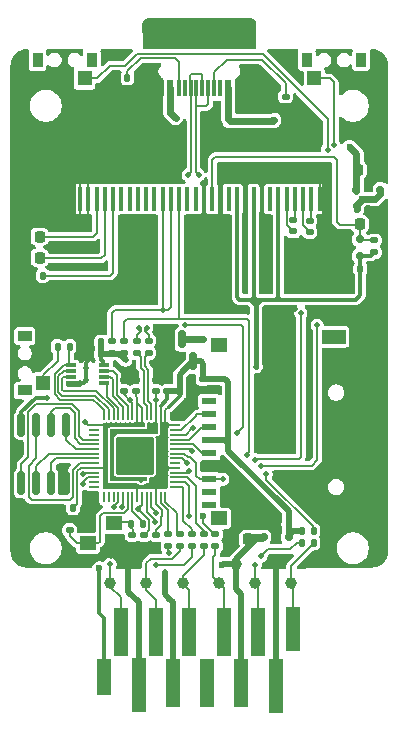
<source format=gbr>
%TF.GenerationSoftware,KiCad,Pcbnew,9.0.2*%
%TF.CreationDate,2025-09-17T10:45:07+02:00*%
%TF.ProjectId,flipper-mce,666c6970-7065-4722-9d6d-63652e6b6963,rev?*%
%TF.SameCoordinates,Original*%
%TF.FileFunction,Copper,L1,Top*%
%TF.FilePolarity,Positive*%
%FSLAX46Y46*%
G04 Gerber Fmt 4.6, Leading zero omitted, Abs format (unit mm)*
G04 Created by KiCad (PCBNEW 9.0.2) date 2025-09-17 10:45:07*
%MOMM*%
%LPD*%
G01*
G04 APERTURE LIST*
G04 Aperture macros list*
%AMRoundRect*
0 Rectangle with rounded corners*
0 $1 Rounding radius*
0 $2 $3 $4 $5 $6 $7 $8 $9 X,Y pos of 4 corners*
0 Add a 4 corners polygon primitive as box body*
4,1,4,$2,$3,$4,$5,$6,$7,$8,$9,$2,$3,0*
0 Add four circle primitives for the rounded corners*
1,1,$1+$1,$2,$3*
1,1,$1+$1,$4,$5*
1,1,$1+$1,$6,$7*
1,1,$1+$1,$8,$9*
0 Add four rect primitives between the rounded corners*
20,1,$1+$1,$2,$3,$4,$5,0*
20,1,$1+$1,$4,$5,$6,$7,0*
20,1,$1+$1,$6,$7,$8,$9,0*
20,1,$1+$1,$8,$9,$2,$3,0*%
G04 Aperture macros list end*
%TA.AperFunction,SMDPad,CuDef*%
%ADD10RoundRect,0.140000X-0.140000X-0.170000X0.140000X-0.170000X0.140000X0.170000X-0.140000X0.170000X0*%
%TD*%
%TA.AperFunction,SMDPad,CuDef*%
%ADD11RoundRect,0.135000X0.185000X-0.135000X0.185000X0.135000X-0.185000X0.135000X-0.185000X-0.135000X0*%
%TD*%
%TA.AperFunction,SMDPad,CuDef*%
%ADD12RoundRect,0.225000X-0.225000X-0.250000X0.225000X-0.250000X0.225000X0.250000X-0.225000X0.250000X0*%
%TD*%
%TA.AperFunction,SMDPad,CuDef*%
%ADD13C,1.000000*%
%TD*%
%TA.AperFunction,SMDPad,CuDef*%
%ADD14R,1.187403X3.771756*%
%TD*%
%TA.AperFunction,SMDPad,CuDef*%
%ADD15R,1.187403X4.679771*%
%TD*%
%TA.AperFunction,SMDPad,CuDef*%
%ADD16R,1.187403X4.190840*%
%TD*%
%TA.AperFunction,SMDPad,CuDef*%
%ADD17R,1.187403X3.143131*%
%TD*%
%TA.AperFunction,SMDPad,CuDef*%
%ADD18RoundRect,0.050000X0.387500X0.050000X-0.387500X0.050000X-0.387500X-0.050000X0.387500X-0.050000X0*%
%TD*%
%TA.AperFunction,SMDPad,CuDef*%
%ADD19RoundRect,0.050000X0.050000X0.387500X-0.050000X0.387500X-0.050000X-0.387500X0.050000X-0.387500X0*%
%TD*%
%TA.AperFunction,ComponentPad*%
%ADD20C,0.600000*%
%TD*%
%TA.AperFunction,SMDPad,CuDef*%
%ADD21RoundRect,0.144000X1.456000X1.456000X-1.456000X1.456000X-1.456000X-1.456000X1.456000X-1.456000X0*%
%TD*%
%TA.AperFunction,SMDPad,CuDef*%
%ADD22RoundRect,0.135000X-0.185000X0.135000X-0.185000X-0.135000X0.185000X-0.135000X0.185000X0.135000X0*%
%TD*%
%TA.AperFunction,SMDPad,CuDef*%
%ADD23RoundRect,0.135000X0.135000X0.185000X-0.135000X0.185000X-0.135000X-0.185000X0.135000X-0.185000X0*%
%TD*%
%TA.AperFunction,SMDPad,CuDef*%
%ADD24RoundRect,0.140000X0.170000X-0.140000X0.170000X0.140000X-0.170000X0.140000X-0.170000X-0.140000X0*%
%TD*%
%TA.AperFunction,SMDPad,CuDef*%
%ADD25RoundRect,0.140000X-0.170000X0.140000X-0.170000X-0.140000X0.170000X-0.140000X0.170000X0.140000X0*%
%TD*%
%TA.AperFunction,SMDPad,CuDef*%
%ADD26RoundRect,0.140000X0.140000X0.170000X-0.140000X0.170000X-0.140000X-0.170000X0.140000X-0.170000X0*%
%TD*%
%TA.AperFunction,SMDPad,CuDef*%
%ADD27RoundRect,0.150000X-0.200000X0.150000X-0.200000X-0.150000X0.200000X-0.150000X0.200000X0.150000X0*%
%TD*%
%TA.AperFunction,SMDPad,CuDef*%
%ADD28RoundRect,0.135000X-0.135000X-0.185000X0.135000X-0.185000X0.135000X0.185000X-0.135000X0.185000X0*%
%TD*%
%TA.AperFunction,SMDPad,CuDef*%
%ADD29RoundRect,0.225000X0.225000X0.250000X-0.225000X0.250000X-0.225000X-0.250000X0.225000X-0.250000X0*%
%TD*%
%TA.AperFunction,SMDPad,CuDef*%
%ADD30RoundRect,0.150000X0.150000X-0.587500X0.150000X0.587500X-0.150000X0.587500X-0.150000X-0.587500X0*%
%TD*%
%TA.AperFunction,SMDPad,CuDef*%
%ADD31R,0.600000X1.450000*%
%TD*%
%TA.AperFunction,SMDPad,CuDef*%
%ADD32R,0.300000X1.450000*%
%TD*%
%TA.AperFunction,ComponentPad*%
%ADD33O,1.000000X2.100000*%
%TD*%
%TA.AperFunction,ComponentPad*%
%ADD34O,1.000000X1.600000*%
%TD*%
%TA.AperFunction,SMDPad,CuDef*%
%ADD35R,1.200000X0.900000*%
%TD*%
%TA.AperFunction,SMDPad,CuDef*%
%ADD36R,1.300000X1.200000*%
%TD*%
%TA.AperFunction,SMDPad,CuDef*%
%ADD37R,0.900000X1.200000*%
%TD*%
%TA.AperFunction,SMDPad,CuDef*%
%ADD38R,1.200000X1.300000*%
%TD*%
%TA.AperFunction,SMDPad,CuDef*%
%ADD39R,1.400000X1.200000*%
%TD*%
%TA.AperFunction,SMDPad,CuDef*%
%ADD40RoundRect,0.150000X0.150000X-0.825000X0.150000X0.825000X-0.150000X0.825000X-0.150000X-0.825000X0*%
%TD*%
%TA.AperFunction,SMDPad,CuDef*%
%ADD41R,1.300000X0.600000*%
%TD*%
%TA.AperFunction,SMDPad,CuDef*%
%ADD42R,2.000000X1.200000*%
%TD*%
%TA.AperFunction,SMDPad,CuDef*%
%ADD43R,0.900000X0.300000*%
%TD*%
%TA.AperFunction,SMDPad,CuDef*%
%ADD44R,0.250000X1.650000*%
%TD*%
%TA.AperFunction,SMDPad,CuDef*%
%ADD45RoundRect,0.150000X0.150000X0.175000X-0.150000X0.175000X-0.150000X-0.175000X0.150000X-0.175000X0*%
%TD*%
%TA.AperFunction,SMDPad,CuDef*%
%ADD46R,0.400000X2.000000*%
%TD*%
%TA.AperFunction,ViaPad*%
%ADD47C,0.500000*%
%TD*%
%TA.AperFunction,ViaPad*%
%ADD48C,0.600000*%
%TD*%
%TA.AperFunction,Conductor*%
%ADD49C,0.600000*%
%TD*%
%TA.AperFunction,Conductor*%
%ADD50C,0.300000*%
%TD*%
%TA.AperFunction,Conductor*%
%ADD51C,0.200000*%
%TD*%
%TA.AperFunction,Conductor*%
%ADD52C,0.180000*%
%TD*%
%TA.AperFunction,Conductor*%
%ADD53C,0.500000*%
%TD*%
%TA.AperFunction,Conductor*%
%ADD54C,0.381000*%
%TD*%
%TA.AperFunction,Conductor*%
%ADD55C,0.152400*%
%TD*%
G04 APERTURE END LIST*
D10*
%TO.P,C13,1*%
%TO.N,Net-(D2-K)*%
X201720000Y-73200000D03*
%TO.P,C13,2*%
%TO.N,GND*%
X202680000Y-73200000D03*
%TD*%
D11*
%TO.P,R16,1*%
%TO.N,GC_DAT*%
X188760000Y-101800000D03*
%TO.P,R16,2*%
%TO.N,Net-(U3-GPIO20)*%
X188760000Y-100780000D03*
%TD*%
D12*
%TO.P,C17,1*%
%TO.N,GND*%
X190985000Y-101200000D03*
%TO.P,C17,2*%
%TO.N,GC_3.3V*%
X192535000Y-101200000D03*
%TD*%
D13*
%TO.P,TP5,1,1*%
%TO.N,GC_3.3V*%
X191516000Y-103251000D03*
%TD*%
D14*
%TO.P,J2,1,EXTIN*%
%TO.N,GC_SENSE*%
X196298152Y-108816962D03*
D15*
%TO.P,J2,2,GND@2*%
%TO.N,GND*%
X194848152Y-113616962D03*
D16*
%TO.P,J2,3,INT*%
%TO.N,GC_ACK*%
X193348152Y-109016962D03*
%TO.P,J2,4,3V3@4*%
%TO.N,GC_3.3V*%
X191948152Y-113366962D03*
%TO.P,J2,5,DO*%
%TO.N,GC_CMD*%
X190498152Y-109016962D03*
%TO.P,J2,6,5V*%
%TO.N,unconnected-(J2-5V-Pad6)*%
X189048152Y-113366962D03*
%TO.P,J2,7,DI*%
%TO.N,GC_DAT*%
X187548152Y-109016962D03*
%TO.P,J2,8,3V3@8*%
%TO.N,GC_3.3V*%
X186148152Y-113366962D03*
%TO.P,J2,9,CS*%
%TO.N,GC_CS*%
X184698152Y-109016962D03*
D15*
%TO.P,J2,10,GND@10*%
%TO.N,GND*%
X183248152Y-113566962D03*
D16*
%TO.P,J2,11,CLK*%
%TO.N,GC_CLK*%
X181748152Y-109016962D03*
D17*
%TO.P,J2,12,EXTOUT*%
%TO.N,GC_3.3V*%
X180348152Y-112816962D03*
%TD*%
D11*
%TO.P,R12,1*%
%TO.N,GC_CS*%
X186760000Y-101800000D03*
%TO.P,R12,2*%
%TO.N,Net-(U3-GPIO17)*%
X186760000Y-100780000D03*
%TD*%
D18*
%TO.P,U3,1,IOVDD*%
%TO.N,+3V3*%
X179492500Y-91552000D03*
%TO.P,U3,2,GPIO0*%
%TO.N,unconnected-(U3-GPIO0-Pad2)*%
X179492500Y-91952000D03*
%TO.P,U3,3,GPIO1*%
%TO.N,unconnected-(U3-GPIO1-Pad3)*%
X179492500Y-92352000D03*
%TO.P,U3,4,GPIO2*%
%TO.N,PSRAM_CS*%
X179492500Y-92752000D03*
%TO.P,U3,5,GPIO3*%
%TO.N,PSRAM_CLK*%
X179492500Y-93152000D03*
%TO.P,U3,6,GPIO4*%
%TO.N,PSRAM_IO0*%
X179492500Y-93552000D03*
%TO.P,U3,7,GPIO5*%
%TO.N,PSRAM_IO1*%
X179492500Y-93952000D03*
%TO.P,U3,8,GPIO6*%
%TO.N,PSRAM_IO2*%
X179492500Y-94352000D03*
%TO.P,U3,9,GPIO7*%
%TO.N,PSRAM_IO3*%
X179492500Y-94752000D03*
%TO.P,U3,10,IOVDD*%
%TO.N,+3V3*%
X179492500Y-95152000D03*
%TO.P,U3,11,GPIO8*%
%TO.N,UART_TX*%
X179492500Y-95552000D03*
%TO.P,U3,12,GPIO9*%
%TO.N,UART_RX*%
X179492500Y-95952000D03*
%TO.P,U3,13,GPIO10*%
%TO.N,unconnected-(U3-GPIO10-Pad13)*%
X179492500Y-96352000D03*
%TO.P,U3,14,GPIO11*%
%TO.N,unconnected-(U3-GPIO11-Pad14)*%
X179492500Y-96752000D03*
D19*
%TO.P,U3,15,GPIO12*%
%TO.N,unconnected-(U3-GPIO12-Pad15)*%
X180330000Y-97589500D03*
%TO.P,U3,16,GPIO13*%
%TO.N,unconnected-(U3-GPIO13-Pad16)*%
X180730000Y-97589500D03*
%TO.P,U3,17,GPIO14*%
%TO.N,unconnected-(U3-GPIO14-Pad17)*%
X181130000Y-97589500D03*
%TO.P,U3,18,GPIO15*%
%TO.N,Net-(U3-GPIO15)*%
X181530000Y-97589500D03*
%TO.P,U3,19,TESTEN*%
%TO.N,GND*%
X181930000Y-97589500D03*
%TO.P,U3,20,XIN*%
%TO.N,XIN*%
X182330000Y-97589500D03*
%TO.P,U3,21,XOUT*%
%TO.N,XOUT*%
X182730000Y-97589500D03*
%TO.P,U3,22,IOVDD*%
%TO.N,+3V3*%
X183130000Y-97589500D03*
%TO.P,U3,23,DVDD*%
%TO.N,+1V1*%
X183530000Y-97589500D03*
%TO.P,U3,24,SWCLK*%
%TO.N,Net-(U3-SWCLK)*%
X183930000Y-97589500D03*
%TO.P,U3,25,SWD*%
%TO.N,Net-(U3-SWD)*%
X184330000Y-97589500D03*
%TO.P,U3,26,RUN*%
%TO.N,+3V3*%
X184730000Y-97589500D03*
%TO.P,U3,27,GPIO16*%
%TO.N,Net-(U3-GPIO16)*%
X185130000Y-97589500D03*
%TO.P,U3,28,GPIO17*%
%TO.N,Net-(U3-GPIO17)*%
X185530000Y-97589500D03*
D18*
%TO.P,U3,29,GPIO18*%
%TO.N,Net-(U3-GPIO18)*%
X186367500Y-96752000D03*
%TO.P,U3,30,GPIO19*%
%TO.N,Net-(U3-GPIO19)*%
X186367500Y-96352000D03*
%TO.P,U3,31,GPIO20*%
%TO.N,Net-(U3-GPIO20)*%
X186367500Y-95952000D03*
%TO.P,U3,32,GPIO21*%
%TO.N,SW1*%
X186367500Y-95552000D03*
%TO.P,U3,33,IOVDD*%
%TO.N,+3V3*%
X186367500Y-95152000D03*
%TO.P,U3,34,GPIO22*%
%TO.N,unconnected-(U3-GPIO22-Pad34)*%
X186367500Y-94752000D03*
%TO.P,U3,35,GPIO23*%
%TO.N,SW2*%
X186367500Y-94352000D03*
%TO.P,U3,36,GPIO24*%
%TO.N,SD_MISO*%
X186367500Y-93952000D03*
%TO.P,U3,37,GPIO25*%
%TO.N,OLED_SCL*%
X186367500Y-93552000D03*
%TO.P,U3,38,GPIO26_ADC0*%
%TO.N,SD_CLK*%
X186367500Y-93152000D03*
%TO.P,U3,39,GPIO27_ADC1*%
%TO.N,SD_MOSI*%
X186367500Y-92752000D03*
%TO.P,U3,40,GPIO28_ADC2*%
%TO.N,OLED_SDA*%
X186367500Y-92352000D03*
%TO.P,U3,41,GPIO29_ADC3*%
%TO.N,SD_CS*%
X186367500Y-91952000D03*
%TO.P,U3,42,IOVDD*%
%TO.N,+3V3*%
X186367500Y-91552000D03*
D19*
%TO.P,U3,43,ADC_AVDD*%
X185530000Y-90714500D03*
%TO.P,U3,44,VREG_IN*%
X185130000Y-90714500D03*
%TO.P,U3,45,VREG_VOUT*%
%TO.N,+1V1*%
X184730000Y-90714500D03*
%TO.P,U3,46,USB_DM*%
%TO.N,/U_D-*%
X184330000Y-90714500D03*
%TO.P,U3,47,USB_DP*%
%TO.N,/U_D+*%
X183930000Y-90714500D03*
%TO.P,U3,48,USB_VDD*%
%TO.N,+3V3*%
X183530000Y-90714500D03*
%TO.P,U3,49,IOVDD*%
X183130000Y-90714500D03*
%TO.P,U3,50,DVDD*%
%TO.N,+1V1*%
X182730000Y-90714500D03*
%TO.P,U3,51,QSPI_SD3*%
%TO.N,QSPI_SD3*%
X182330000Y-90714500D03*
%TO.P,U3,52,QSPI_SCLK*%
%TO.N,QSPI_SCLK*%
X181930000Y-90714500D03*
%TO.P,U3,53,QSPI_SD0*%
%TO.N,QSPI_SD0*%
X181530000Y-90714500D03*
%TO.P,U3,54,QSPI_SD2*%
%TO.N,QSPI_SD2*%
X181130000Y-90714500D03*
%TO.P,U3,55,QSPI_SD1*%
%TO.N,QSPI_SD1*%
X180730000Y-90714500D03*
%TO.P,U3,56,QSPI_SS*%
%TO.N,QSPI_SS*%
X180330000Y-90714500D03*
D20*
%TO.P,U3,57,GND*%
%TO.N,GND*%
X181655000Y-92877000D03*
X181655000Y-94152000D03*
X181655000Y-95427000D03*
X182930000Y-92877000D03*
X182930000Y-94152000D03*
D21*
X182930000Y-94152000D03*
D20*
X182930000Y-95427000D03*
X184205000Y-92877000D03*
X184205000Y-94152000D03*
X184205000Y-95427000D03*
%TD*%
D22*
%TO.P,R4,1*%
%TO.N,D+*%
X183100000Y-84390000D03*
%TO.P,R4,2*%
%TO.N,/U_D+*%
X183100000Y-85410000D03*
%TD*%
D23*
%TO.P,R18,1*%
%TO.N,GC_SENSE*%
X198070000Y-101490000D03*
%TO.P,R18,2*%
%TO.N,Net-(U3-GPIO15)*%
X197050000Y-101490000D03*
%TD*%
D24*
%TO.P,C8,1*%
%TO.N,+3V3*%
X185700000Y-88660000D03*
%TO.P,C8,2*%
%TO.N,GND*%
X185700000Y-87700000D03*
%TD*%
D25*
%TO.P,C1,1*%
%TO.N,+1V1*%
X183700000Y-100820000D03*
%TO.P,C1,2*%
%TO.N,GND*%
X183700000Y-101780000D03*
%TD*%
D13*
%TO.P,TP4,1,1*%
%TO.N,GND*%
X182372000Y-103251000D03*
%TD*%
D22*
%TO.P,R5,1*%
%TO.N,D-*%
X184100000Y-84390000D03*
%TO.P,R5,2*%
%TO.N,/U_D-*%
X184100000Y-85410000D03*
%TD*%
D26*
%TO.P,C5,1*%
%TO.N,+3V3*%
X180080000Y-84500000D03*
%TO.P,C5,2*%
%TO.N,GND*%
X179120000Y-84500000D03*
%TD*%
D25*
%TO.P,C15,1*%
%TO.N,Net-(DS1-C1P)*%
X196342000Y-74168000D03*
%TO.P,C15,2*%
%TO.N,Net-(DS1-C1N)*%
X196342000Y-75128000D03*
%TD*%
D11*
%TO.P,R7,1*%
%TO.N,+3V3*%
X182000000Y-85410000D03*
%TO.P,R7,2*%
%TO.N,OLED_SCL*%
X182000000Y-84390000D03*
%TD*%
D13*
%TO.P,TP7,1,1*%
%TO.N,GC_CMD*%
X190040000Y-104902000D03*
%TD*%
D24*
%TO.P,C19,1*%
%TO.N,XIN*%
X177420000Y-100410000D03*
%TO.P,C19,2*%
%TO.N,GND*%
X177420000Y-99450000D03*
%TD*%
D27*
%TO.P,D4,1,K*%
%TO.N,+3V3*%
X202000000Y-77200000D03*
%TO.P,D4,2,A*%
%TO.N,Net-(D4-A)*%
X202000000Y-75800000D03*
%TD*%
D11*
%TO.P,R11,1*%
%TO.N,GC_ACK*%
X185760000Y-101800000D03*
%TO.P,R11,2*%
%TO.N,Net-(U3-GPIO16)*%
X185760000Y-100780000D03*
%TD*%
D23*
%TO.P,R10,1*%
%TO.N,XOUT*%
X183610000Y-99900000D03*
%TO.P,R10,2*%
%TO.N,Net-(C20-Pad1)*%
X182590000Y-99900000D03*
%TD*%
D25*
%TO.P,C7,1*%
%TO.N,+3V3*%
X184760000Y-100810000D03*
%TO.P,C7,2*%
%TO.N,GND*%
X184760000Y-101770000D03*
%TD*%
D28*
%TO.P,R9,1*%
%TO.N,+3V3*%
X197050000Y-100490000D03*
%TO.P,R9,2*%
%TO.N,SD_MISO*%
X198070000Y-100490000D03*
%TD*%
D10*
%TO.P,C3,1*%
%TO.N,+3V3*%
X186720000Y-88680000D03*
%TO.P,C3,2*%
%TO.N,GND*%
X187680000Y-88680000D03*
%TD*%
D29*
%TO.P,C16,1*%
%TO.N,GND*%
X203375000Y-69900000D03*
%TO.P,C16,2*%
%TO.N,VBUS*%
X201825000Y-69900000D03*
%TD*%
D10*
%TO.P,C10,1*%
%TO.N,+3V3*%
X186720000Y-87680000D03*
%TO.P,C10,2*%
%TO.N,GND*%
X187680000Y-87680000D03*
%TD*%
D24*
%TO.P,C2,1*%
%TO.N,+1V1*%
X182000000Y-88660000D03*
%TO.P,C2,2*%
%TO.N,GND*%
X182000000Y-87700000D03*
%TD*%
D29*
%TO.P,C11,1*%
%TO.N,Net-(DS1-VCC)*%
X174865000Y-75582000D03*
%TO.P,C11,2*%
%TO.N,GND*%
X173315000Y-75582000D03*
%TD*%
D26*
%TO.P,C6,1*%
%TO.N,+3V3*%
X180080000Y-85500000D03*
%TO.P,C6,2*%
%TO.N,GND*%
X179120000Y-85500000D03*
%TD*%
D22*
%TO.P,R2,1*%
%TO.N,Net-(J3-CC1)*%
X195700000Y-63710000D03*
%TO.P,R2,2*%
%TO.N,GND*%
X195700000Y-64730000D03*
%TD*%
D13*
%TO.P,TP8,1,1*%
%TO.N,GC_ACK*%
X193104000Y-104902000D03*
%TD*%
D30*
%TO.P,U2,1,GND*%
%TO.N,GND*%
X185950000Y-86137500D03*
%TO.P,U2,2,VO*%
%TO.N,+3V3*%
X187850000Y-86137500D03*
%TO.P,U2,3,VI*%
%TO.N,Net-(D2-K)*%
X186900000Y-84262500D03*
%TD*%
D28*
%TO.P,R15,1*%
%TO.N,GND*%
X174115000Y-78867000D03*
%TO.P,R15,2*%
%TO.N,Net-(DS1-IREF)*%
X175135000Y-78867000D03*
%TD*%
D12*
%TO.P,C18,1*%
%TO.N,Net-(D4-A)*%
X202005000Y-74500000D03*
%TO.P,C18,2*%
%TO.N,GND*%
X203555000Y-74500000D03*
%TD*%
D11*
%TO.P,R14,1*%
%TO.N,GC_CMD*%
X189760000Y-101800000D03*
%TO.P,R14,2*%
%TO.N,Net-(U3-GPIO19)*%
X189760000Y-100780000D03*
%TD*%
D24*
%TO.P,C9,1*%
%TO.N,+1V1*%
X184700000Y-88660000D03*
%TO.P,C9,2*%
%TO.N,GND*%
X184700000Y-87700000D03*
%TD*%
D11*
%TO.P,R6,1*%
%TO.N,+3V3*%
X203200000Y-76910000D03*
%TO.P,R6,2*%
%TO.N,Net-(D4-A)*%
X203200000Y-75890000D03*
%TD*%
D13*
%TO.P,TP1,1,1*%
%TO.N,GC_SENSE*%
X196168000Y-104902000D03*
%TD*%
D25*
%TO.P,C12,1*%
%TO.N,Net-(DS1-C2N)*%
X197739000Y-74224000D03*
%TO.P,C12,2*%
%TO.N,Net-(DS1-C2P)*%
X197739000Y-75184000D03*
%TD*%
D31*
%TO.P,J3,A1,GND*%
%TO.N,GND*%
X191650000Y-63023000D03*
%TO.P,J3,A4,VBUS*%
%TO.N,VBUS*%
X190850000Y-63023000D03*
D32*
%TO.P,J3,A5,CC1*%
%TO.N,Net-(J3-CC1)*%
X189650000Y-63023000D03*
%TO.P,J3,A6,D+*%
%TO.N,D+*%
X188650000Y-63023000D03*
%TO.P,J3,A7,D-*%
%TO.N,D-*%
X188150000Y-63023000D03*
%TO.P,J3,A8,SBU1*%
%TO.N,unconnected-(J3-SBU1-PadA8)*%
X187150000Y-63023000D03*
D31*
%TO.P,J3,A9,VBUS*%
%TO.N,VBUS*%
X185950000Y-63023000D03*
%TO.P,J3,A12,GND*%
%TO.N,GND*%
X185150000Y-63023000D03*
%TO.P,J3,B1,GND*%
X185150000Y-63023000D03*
%TO.P,J3,B4,VBUS*%
%TO.N,VBUS*%
X185950000Y-63023000D03*
D32*
%TO.P,J3,B5,CC2*%
%TO.N,Net-(J3-CC2)*%
X186650000Y-63023000D03*
%TO.P,J3,B6,D+*%
%TO.N,D+*%
X187650000Y-63023000D03*
%TO.P,J3,B7,D-*%
%TO.N,D-*%
X189150000Y-63023000D03*
%TO.P,J3,B8,SBU2*%
%TO.N,unconnected-(J3-SBU2-PadB8)*%
X190150000Y-63023000D03*
D31*
%TO.P,J3,B9,VBUS*%
%TO.N,VBUS*%
X190850000Y-63023000D03*
%TO.P,J3,B12,GND*%
%TO.N,GND*%
X191650000Y-63023000D03*
D33*
%TO.P,J3,S1,SHIELD*%
X192720000Y-62108000D03*
D34*
X192720000Y-57928000D03*
D33*
X184080000Y-62108000D03*
D34*
X184080000Y-57928000D03*
%TD*%
D35*
%TO.P,SW3,1,1*%
%TO.N,unconnected-(SW3-Pad1)*%
X173625000Y-88600000D03*
%TO.P,SW3,2,2*%
%TO.N,unconnected-(SW3-Pad2)*%
X173625000Y-84000000D03*
D36*
%TO.P,SW3,3,3*%
%TO.N,Net-(R17-Pad2)*%
X175175000Y-87975000D03*
%TO.P,SW3,4,4*%
%TO.N,GND*%
X175175000Y-84625000D03*
%TD*%
D13*
%TO.P,TP2,1,1*%
%TO.N,GC_CLK*%
X180848000Y-104902000D03*
%TD*%
D10*
%TO.P,C22,1*%
%TO.N,+3V3*%
X202020000Y-78300000D03*
%TO.P,C22,2*%
%TO.N,GND*%
X202980000Y-78300000D03*
%TD*%
D25*
%TO.P,C14,1*%
%TO.N,+3V3*%
X188700000Y-87620000D03*
%TO.P,C14,2*%
%TO.N,GND*%
X188700000Y-88580000D03*
%TD*%
D11*
%TO.P,R8,1*%
%TO.N,+3V3*%
X181000000Y-85410000D03*
%TO.P,R8,2*%
%TO.N,OLED_SDA*%
X181000000Y-84390000D03*
%TD*%
D25*
%TO.P,C20,1*%
%TO.N,Net-(C20-Pad1)*%
X182700000Y-100820000D03*
%TO.P,C20,2*%
%TO.N,GND*%
X182700000Y-101780000D03*
%TD*%
D11*
%TO.P,R13,1*%
%TO.N,GC_CLK*%
X187760000Y-101800000D03*
%TO.P,R13,2*%
%TO.N,Net-(U3-GPIO18)*%
X187760000Y-100780000D03*
%TD*%
D24*
%TO.P,C23,1*%
%TO.N,+3V3*%
X183000000Y-88660000D03*
%TO.P,C23,2*%
%TO.N,GND*%
X183000000Y-87700000D03*
%TD*%
D37*
%TO.P,SW2,1,1*%
%TO.N,unconnected-(SW2-Pad1)*%
X174700000Y-60625000D03*
%TO.P,SW2,2,2*%
%TO.N,unconnected-(SW2-Pad2)*%
X179300000Y-60625000D03*
D38*
%TO.P,SW2,3,3*%
%TO.N,GND*%
X175325000Y-62175000D03*
%TO.P,SW2,4,4*%
%TO.N,SW2*%
X178675000Y-62175000D03*
%TD*%
D26*
%TO.P,C4,1*%
%TO.N,+3V3*%
X177700000Y-98540000D03*
%TO.P,C4,2*%
%TO.N,GND*%
X176740000Y-98540000D03*
%TD*%
D13*
%TO.P,TP6,1,1*%
%TO.N,GC_DAT*%
X186976000Y-104902000D03*
%TD*%
D39*
%TO.P,Y1,1,1*%
%TO.N,Net-(C20-Pad1)*%
X181150000Y-99850000D03*
%TO.P,Y1,2,2*%
%TO.N,GND*%
X178950000Y-99850000D03*
%TO.P,Y1,3,3*%
%TO.N,XIN*%
X178950000Y-101550000D03*
%TO.P,Y1,4,4*%
%TO.N,GND*%
X181150000Y-101550000D03*
%TD*%
D40*
%TO.P,U4,1,~{CE}*%
%TO.N,PSRAM_CS*%
X173325000Y-96467000D03*
%TO.P,U4,2,SO/SIO*%
%TO.N,PSRAM_IO1*%
X174595000Y-96467000D03*
%TO.P,U4,3,SIO2*%
%TO.N,PSRAM_IO2*%
X175865000Y-96467000D03*
%TO.P,U4,4,VSS*%
%TO.N,GND*%
X177135000Y-96467000D03*
%TO.P,U4,5,SI/SIO*%
%TO.N,PSRAM_IO0*%
X177135000Y-91517000D03*
%TO.P,U4,6,SCLK*%
%TO.N,PSRAM_CLK*%
X175865000Y-91517000D03*
%TO.P,U4,7,SIO3*%
%TO.N,PSRAM_IO3*%
X174595000Y-91517000D03*
%TO.P,U4,8,VCC*%
%TO.N,+3V3*%
X173325000Y-91517000D03*
%TD*%
D41*
%TO.P,Card1,1,DAT2(RSV)*%
%TO.N,unconnected-(Card1-DAT2(RSV)-Pad1)*%
X189224000Y-89522000D03*
%TO.P,Card1,2,CDDAT3(CS)*%
%TO.N,SD_CS*%
X189224000Y-90622000D03*
%TO.P,Card1,3,CMD(DI)*%
%TO.N,SD_MOSI*%
X189224000Y-91722000D03*
%TO.P,Card1,4,VDD*%
%TO.N,+3V3*%
X189224000Y-92822000D03*
%TO.P,Card1,5,CLK(SCLK)*%
%TO.N,SD_CLK*%
X189224000Y-93922000D03*
%TO.P,Card1,6,VSS*%
%TO.N,GND*%
X189224000Y-95022000D03*
%TO.P,Card1,7,DAT0(D0)*%
%TO.N,SD_MISO*%
X189224000Y-96122000D03*
%TO.P,Card1,8,DAT1(RSV)*%
%TO.N,unconnected-(Card1-DAT1(RSV)-Pad8)*%
X189224000Y-97222000D03*
%TO.P,Card1,9,CD*%
%TO.N,unconnected-(Card1-CD-Pad9)*%
X189224000Y-98322000D03*
D39*
%TO.P,Card1,10,GND*%
%TO.N,unconnected-(Card1-GND-Pad10)*%
X190074000Y-99422000D03*
D42*
%TO.P,Card1,11,GND*%
%TO.N,GND*%
X199776000Y-99583000D03*
%TO.P,Card1,12,GND*%
%TO.N,unconnected-(Card1-GND-Pad12)*%
X199776000Y-84063000D03*
D39*
%TO.P,Card1,13,GND*%
%TO.N,unconnected-(Card1-GND-Pad13)*%
X190074000Y-84742000D03*
%TD*%
D43*
%TO.P,U5,1,~{CS}*%
%TO.N,QSPI_SS*%
X177500000Y-86450000D03*
%TO.P,U5,2,DO(IO1)*%
%TO.N,QSPI_SD1*%
X177500000Y-86950000D03*
%TO.P,U5,3,IO2*%
%TO.N,QSPI_SD2*%
X177500000Y-87450000D03*
%TO.P,U5,4,GND*%
%TO.N,GND*%
X177500000Y-87950000D03*
%TO.P,U5,5,DI(IO0)*%
%TO.N,QSPI_SD0*%
X180300000Y-87950000D03*
%TO.P,U5,6,CLK*%
%TO.N,QSPI_SCLK*%
X180300000Y-87450000D03*
%TO.P,U5,7,IO3*%
%TO.N,QSPI_SD3*%
X180300000Y-86950000D03*
%TO.P,U5,8,VCC*%
%TO.N,+3V3*%
X180300000Y-86450000D03*
D44*
%TO.P,U5,9*%
%TO.N,N/C*%
X178900000Y-87200000D03*
%TD*%
D45*
%TO.P,D3,1,K*%
%TO.N,+3V3*%
X195950000Y-101000000D03*
%TO.P,D3,2,A*%
%TO.N,GC_3.3V*%
X193850000Y-101000000D03*
%TD*%
D12*
%TO.P,C21,1*%
%TO.N,GND*%
X173315000Y-77343000D03*
%TO.P,C21,2*%
%TO.N,Net-(DS1-VCOMH)*%
X174865000Y-77343000D03*
%TD*%
D23*
%TO.P,R17,1*%
%TO.N,QSPI_SS*%
X177410000Y-84900000D03*
%TO.P,R17,2*%
%TO.N,Net-(R17-Pad2)*%
X176390000Y-84900000D03*
%TD*%
D28*
%TO.P,R3,1*%
%TO.N,GND*%
X181290000Y-62120000D03*
%TO.P,R3,2*%
%TO.N,Net-(J3-CC2)*%
X182310000Y-62120000D03*
%TD*%
D13*
%TO.P,TP3,1,1*%
%TO.N,GC_CS*%
X183912000Y-104902000D03*
%TD*%
D37*
%TO.P,SW1,1,1*%
%TO.N,unconnected-(SW1-Pad1)*%
X197500000Y-60625000D03*
%TO.P,SW1,2,2*%
%TO.N,unconnected-(SW1-Pad2)*%
X202100000Y-60625000D03*
D38*
%TO.P,SW1,3,3*%
%TO.N,SW1*%
X198125000Y-62175000D03*
%TO.P,SW1,4,4*%
%TO.N,GND*%
X201475000Y-62175000D03*
%TD*%
D45*
%TO.P,D2,1,K*%
%TO.N,Net-(D2-K)*%
X203727500Y-71600000D03*
%TO.P,D2,2,A*%
%TO.N,VBUS*%
X201627500Y-71600000D03*
%TD*%
D46*
%TO.P,DS1,1,GND*%
%TO.N,GND*%
X198593000Y-72390000D03*
%TO.P,DS1,2,C2N*%
%TO.N,Net-(DS1-C2N)*%
X197893000Y-72390000D03*
%TO.P,DS1,3,C2P*%
%TO.N,Net-(DS1-C2P)*%
X197193000Y-72390000D03*
%TO.P,DS1,4,C1P*%
%TO.N,Net-(DS1-C1P)*%
X196493000Y-72390000D03*
%TO.P,DS1,5,C1N*%
%TO.N,Net-(DS1-C1N)*%
X195793000Y-72390000D03*
%TO.P,DS1,6,VBAT*%
%TO.N,+3V3*%
X195093000Y-72390000D03*
%TO.P,DS1,7,NC*%
%TO.N,unconnected-(DS1-NC-Pad7)*%
X194393000Y-72390000D03*
%TO.P,DS1,8,VSS*%
%TO.N,GND*%
X193693000Y-72390000D03*
%TO.P,DS1,9,VDD*%
%TO.N,+3V3*%
X192993000Y-72390000D03*
%TO.P,DS1,10,BS0*%
%TO.N,GND*%
X192293000Y-72390000D03*
%TO.P,DS1,11,BS1*%
%TO.N,+3V3*%
X191593000Y-72390000D03*
%TO.P,DS1,12,BS2*%
%TO.N,unconnected-(DS1-BS2-Pad12)*%
X190893000Y-72390000D03*
%TO.P,DS1,13,~{CS}*%
%TO.N,GND*%
X190193000Y-72390000D03*
%TO.P,DS1,14,~{RES}*%
%TO.N,Net-(D4-A)*%
X189493000Y-72390000D03*
%TO.P,DS1,15,D/~{C}*%
%TO.N,GND*%
X188793000Y-72390000D03*
%TO.P,DS1,16,R/~{W}*%
%TO.N,unconnected-(DS1-R{slash}~{W}-Pad16)*%
X188093000Y-72390000D03*
%TO.P,DS1,17,E/~{RD}*%
%TO.N,unconnected-(DS1-E{slash}~{RD}-Pad17)*%
X187393000Y-72390000D03*
%TO.P,DS1,18,D0*%
%TO.N,OLED_SCL*%
X186693000Y-72390000D03*
%TO.P,DS1,19,D1*%
%TO.N,OLED_SDA*%
X185993000Y-72390000D03*
%TO.P,DS1,20,D2*%
X185293000Y-72390000D03*
%TO.P,DS1,21,D3*%
%TO.N,unconnected-(DS1-D3-Pad21)*%
X184593000Y-72390000D03*
%TO.P,DS1,22,D4*%
%TO.N,unconnected-(DS1-D4-Pad22)*%
X183893000Y-72390000D03*
%TO.P,DS1,23,D5*%
%TO.N,unconnected-(DS1-D5-Pad23)*%
X183193000Y-72390000D03*
%TO.P,DS1,24,D6*%
%TO.N,unconnected-(DS1-D6-Pad24)*%
X182493000Y-72390000D03*
%TO.P,DS1,25,D7*%
%TO.N,unconnected-(DS1-D7-Pad25)*%
X181793000Y-72390000D03*
%TO.P,DS1,26,IREF*%
%TO.N,Net-(DS1-IREF)*%
X181093000Y-72390000D03*
%TO.P,DS1,27,VCOMH*%
%TO.N,Net-(DS1-VCOMH)*%
X180393000Y-72390000D03*
%TO.P,DS1,28,VCC*%
%TO.N,Net-(DS1-VCC)*%
X179693000Y-72390000D03*
%TO.P,DS1,29,VLSS*%
%TO.N,GND*%
X178993000Y-72390000D03*
%TO.P,DS1,30,GND*%
X178293000Y-72390000D03*
%TD*%
D47*
%TO.N,GND*%
X190296400Y-69985800D03*
X200450000Y-62320000D03*
X186400000Y-90600000D03*
X192650000Y-97000000D03*
X192300000Y-100200000D03*
X200292400Y-77851000D03*
X194400000Y-62900000D03*
X190200000Y-66800000D03*
X198120000Y-79502000D03*
X195961000Y-96012000D03*
X190000000Y-88600000D03*
X195400000Y-87000000D03*
X181525000Y-60225000D03*
X195850000Y-102750000D03*
X184200000Y-64900000D03*
X189900000Y-64800000D03*
X178800000Y-68000000D03*
X177000000Y-71000000D03*
X182000000Y-86950000D03*
X191494000Y-69985800D03*
X199000000Y-102900000D03*
X198593000Y-69931000D03*
X191700000Y-97000000D03*
X178250000Y-85450000D03*
X192900000Y-67400000D03*
X177700000Y-103000000D03*
X202800000Y-86700000D03*
X203300000Y-68900000D03*
X185500000Y-83800000D03*
X198400000Y-67700000D03*
X203400000Y-64700000D03*
X185950000Y-85100000D03*
X197600000Y-95600000D03*
X191780000Y-59070000D03*
X178800000Y-86700000D03*
X194710000Y-64730000D03*
X180000000Y-65000000D03*
X173700000Y-61200000D03*
X177900000Y-64800000D03*
X180915220Y-102653070D03*
X173200000Y-102600000D03*
X196900000Y-64800000D03*
X187700000Y-89450000D03*
X193400000Y-100100000D03*
X194848152Y-102798152D03*
X203700000Y-78300000D03*
X195980000Y-60450000D03*
X203100000Y-62200000D03*
X173550000Y-82100000D03*
X181300000Y-86400000D03*
X180000000Y-102700000D03*
X183700000Y-102490000D03*
X203500000Y-73200000D03*
X197500000Y-97800000D03*
X175630000Y-82130000D03*
X191600000Y-100000000D03*
X199700000Y-101250000D03*
X177150000Y-95050000D03*
X183000000Y-87000000D03*
X174900000Y-98700000D03*
X202300000Y-96900000D03*
X190100000Y-59050000D03*
X203700000Y-102400000D03*
X175130000Y-83490000D03*
X199700000Y-87100000D03*
X173796000Y-62227000D03*
X196469000Y-81661000D03*
X179600000Y-98200000D03*
X177100000Y-82200000D03*
X185570000Y-59060000D03*
X174700000Y-66800000D03*
X197358000Y-69977000D03*
X178181000Y-76454000D03*
X179000000Y-98700000D03*
X181100000Y-63200000D03*
X203300000Y-100400000D03*
X188849000Y-74422000D03*
X173700000Y-98700000D03*
X178350000Y-84450000D03*
X178589000Y-70612000D03*
X173355000Y-78867000D03*
X178716000Y-74295000D03*
X199000000Y-90900000D03*
X178800000Y-87750000D03*
X202600000Y-67100000D03*
X180300000Y-60275000D03*
X184700000Y-87025000D03*
X173290000Y-76454000D03*
X173990000Y-71882000D03*
X192700000Y-64700000D03*
X179070000Y-78105000D03*
X202184000Y-82550000D03*
X179700000Y-81600000D03*
X181839638Y-98458238D03*
X188040000Y-59060000D03*
X173400000Y-63800000D03*
X182700000Y-67900000D03*
X194564000Y-83439000D03*
X175850000Y-98550000D03*
%TO.N,+1V1*%
X184743148Y-89447720D03*
X182517938Y-89382062D03*
X183208600Y-98600000D03*
X183500000Y-96200000D03*
%TO.N,+3V3*%
X175500000Y-89230000D03*
X193200000Y-86600000D03*
X190850000Y-87900000D03*
X182150000Y-86050000D03*
D48*
X195950000Y-99900000D03*
D47*
X187043750Y-86943750D03*
X178740000Y-91300000D03*
D48*
%TO.N,Net-(D2-K)*%
X188722000Y-84201000D03*
X202200000Y-72400000D03*
%TO.N,VBUS*%
X194750000Y-65700000D03*
D47*
X186400000Y-65525000D03*
D48*
X201125000Y-67975000D03*
D47*
X190850000Y-65625000D03*
%TO.N,SD_MISO*%
X194050000Y-95650000D03*
X190400000Y-96122000D03*
%TO.N,OLED_SDA*%
X185293000Y-81788000D03*
X191600000Y-92180000D03*
X187200000Y-83042400D03*
X187841701Y-91777331D03*
%TO.N,OLED_SCL*%
X192400000Y-94050000D03*
X187742304Y-93757696D03*
%TO.N,GC_CLK*%
X184700000Y-103400000D03*
X180848000Y-103302000D03*
%TO.N,GC_ACK*%
X193110000Y-103370000D03*
X185860000Y-102330000D03*
%TO.N,D-*%
X188341000Y-70358000D03*
X183940000Y-83300000D03*
%TO.N,D+*%
X187452000Y-70358000D03*
X183260000Y-83300000D03*
%TO.N,UART_TX*%
X178544799Y-95706768D03*
%TO.N,UART_RX*%
X178544800Y-96500000D03*
D48*
%TO.N,Net-(U3-GPIO19)*%
X188700000Y-99220000D03*
D47*
X187530000Y-99220000D03*
%TO.N,Net-(U3-GPIO15)*%
X193610000Y-102640000D03*
X181178993Y-98429400D03*
%TO.N,SW1*%
X199800000Y-67818000D03*
X198374000Y-83058000D03*
X193604897Y-94955442D03*
X187494347Y-95438790D03*
%TO.N,SW2*%
X199250000Y-68199000D03*
X193150000Y-94450000D03*
X197000000Y-82042000D03*
X187347740Y-94774780D03*
%TO.N,GC_3.3V*%
X185460000Y-104010000D03*
D48*
X190279000Y-103400000D03*
X179925000Y-103650000D03*
D47*
%TO.N,Net-(U3-SWCLK)*%
X184634800Y-99700000D03*
%TO.N,Net-(U3-SWD)*%
X184696381Y-98953619D03*
%TD*%
D49*
%TO.N,GND*%
X178460000Y-99840000D02*
X178130000Y-99510000D01*
D50*
X193429800Y-69985800D02*
X193693000Y-70249000D01*
D51*
X178589000Y-70612000D02*
X178970000Y-70612000D01*
D50*
X179120000Y-85930000D02*
X179120000Y-85500000D01*
X187680000Y-89430000D02*
X187700000Y-89450000D01*
D52*
X181900000Y-98500000D02*
X181930000Y-98470000D01*
X181930000Y-98470000D02*
X181930000Y-97589500D01*
D53*
X183700000Y-101770000D02*
X183700000Y-102490000D01*
D50*
X190193000Y-70187200D02*
X190193000Y-72359000D01*
X187780000Y-88580000D02*
X187680000Y-88680000D01*
D52*
X181839638Y-98458238D02*
X181837600Y-98456200D01*
D54*
X185112500Y-63057500D02*
X184957500Y-63057500D01*
D53*
X191000000Y-100600000D02*
X191000000Y-101273000D01*
D51*
X184075000Y-62433000D02*
X184400000Y-62108000D01*
D53*
X182372000Y-103251000D02*
X182372000Y-105622000D01*
D52*
X201448000Y-62320000D02*
X201475000Y-62293000D01*
D50*
X190193000Y-72359000D02*
X190175000Y-72377000D01*
X184700000Y-87025000D02*
X184700000Y-87700000D01*
D51*
X198593000Y-69931000D02*
X198593000Y-72390000D01*
D49*
X176630000Y-99520000D02*
X176260000Y-99150000D01*
D50*
X185700000Y-87700000D02*
X185700000Y-87200000D01*
X178800000Y-87750000D02*
X178800000Y-86250000D01*
X185700000Y-87200000D02*
X185950000Y-86950000D01*
D55*
X173355000Y-78867000D02*
X174115000Y-78867000D01*
D54*
X179120000Y-85500000D02*
X179120000Y-84500000D01*
D49*
X199776000Y-99583000D02*
X199776000Y-101174000D01*
X176260000Y-99150000D02*
X175850000Y-98740000D01*
X175850000Y-98740000D02*
X175850000Y-98550000D01*
D51*
X178335000Y-70612000D02*
X178308000Y-70639000D01*
D50*
X187680000Y-88680000D02*
X187680000Y-89430000D01*
D53*
X182372000Y-101842000D02*
X182300000Y-101770000D01*
D49*
X176260000Y-99150000D02*
X176620000Y-99510000D01*
D51*
X178970000Y-70612000D02*
X179008000Y-70650000D01*
D50*
X191892800Y-69985800D02*
X192293000Y-70386000D01*
X191494000Y-69985800D02*
X193429800Y-69985800D01*
X181139405Y-102510595D02*
X181139405Y-101472351D01*
X177400000Y-87950000D02*
X178600000Y-87950000D01*
D53*
X191600000Y-100000000D02*
X191000000Y-100600000D01*
D52*
X174955000Y-84625000D02*
X174955000Y-83665000D01*
D51*
X173290000Y-75607000D02*
X173315000Y-75582000D01*
D52*
X174955000Y-83665000D02*
X175130000Y-83490000D01*
X188750000Y-74041000D02*
X188750000Y-72113000D01*
D54*
X174923000Y-62223000D02*
X174900000Y-62200000D01*
D51*
X178335000Y-74295000D02*
X178308000Y-74268000D01*
D53*
X183248152Y-106498152D02*
X183248152Y-113566962D01*
D52*
X195700000Y-64730000D02*
X194710000Y-64730000D01*
D49*
X176620000Y-99510000D02*
X178130000Y-99510000D01*
D51*
X178716000Y-74295000D02*
X178335000Y-74295000D01*
D50*
X177135000Y-96467000D02*
X177135000Y-95167000D01*
X182000000Y-87700000D02*
X182000000Y-86950000D01*
D51*
X179008000Y-74295000D02*
X179008000Y-72390000D01*
D52*
X188849000Y-74422000D02*
X188849000Y-74140000D01*
D50*
X203300000Y-69975000D02*
X203300000Y-68900000D01*
D51*
X178308000Y-74268000D02*
X178308000Y-72390000D01*
X179008000Y-70650000D02*
X179008000Y-72390000D01*
D53*
X194848152Y-102798152D02*
X194848152Y-113616962D01*
D52*
X194700000Y-64720000D02*
X194710000Y-64730000D01*
D51*
X173290000Y-76454000D02*
X173290000Y-77318000D01*
D53*
X184957500Y-63057500D02*
X184042500Y-62142500D01*
D52*
X188849000Y-74140000D02*
X188750000Y-74041000D01*
D50*
X178800000Y-86250000D02*
X179120000Y-85930000D01*
X187680000Y-87680000D02*
X187680000Y-88680000D01*
X179120000Y-85500000D02*
X178300000Y-85500000D01*
X202660000Y-73200000D02*
X203500000Y-73200000D01*
X173315000Y-76557000D02*
X173290000Y-76582000D01*
X192293000Y-70386000D02*
X192293000Y-72390000D01*
X200450000Y-62320000D02*
X201448000Y-62320000D01*
X191494000Y-69985800D02*
X191892800Y-69985800D01*
D54*
X175125000Y-62250000D02*
X173819000Y-62250000D01*
D51*
X173290000Y-76454000D02*
X173290000Y-75607000D01*
D50*
X203555000Y-74700000D02*
X203555000Y-73455000D01*
D51*
X173290000Y-77318000D02*
X173315000Y-77343000D01*
X178308000Y-70639000D02*
X178308000Y-72390000D01*
D52*
X177150000Y-95152000D02*
X177150000Y-95050000D01*
D51*
X182260000Y-101770000D02*
X180890000Y-101770000D01*
D50*
X178300000Y-85500000D02*
X178250000Y-85450000D01*
X188700000Y-88580000D02*
X187780000Y-88580000D01*
X190296400Y-70083800D02*
X190193000Y-70187200D01*
D53*
X191725000Y-63125000D02*
X192633000Y-62217000D01*
D50*
X185950000Y-85100000D02*
X185950000Y-86137500D01*
D52*
X181837600Y-98456200D02*
X181837600Y-98437600D01*
D54*
X179120000Y-84500000D02*
X178400000Y-84500000D01*
D50*
X178600000Y-87950000D02*
X178800000Y-87750000D01*
X193693000Y-70249000D02*
X193693000Y-72390000D01*
X190296400Y-69985800D02*
X191494000Y-69985800D01*
D49*
X199776000Y-101174000D02*
X199700000Y-101250000D01*
D50*
X181070000Y-102580000D02*
X181139405Y-102510595D01*
D52*
X177135000Y-95167000D02*
X177150000Y-95152000D01*
D51*
X178716000Y-74295000D02*
X179008000Y-74295000D01*
X178589000Y-70612000D02*
X178335000Y-70612000D01*
D53*
X182372000Y-105622000D02*
X183248152Y-106498152D01*
D49*
X202980000Y-78300000D02*
X203700000Y-78300000D01*
D53*
X182372000Y-103251000D02*
X182372000Y-101842000D01*
D54*
X178400000Y-84500000D02*
X178350000Y-84450000D01*
D52*
X175860000Y-98540000D02*
X175850000Y-98550000D01*
D53*
X184760000Y-101770000D02*
X180890000Y-101770000D01*
D50*
X176740000Y-98540000D02*
X175860000Y-98540000D01*
D49*
X176660000Y-99520000D02*
X176630000Y-99520000D01*
D50*
X190296400Y-69985800D02*
X190296400Y-70083800D01*
X185950000Y-86950000D02*
X185950000Y-86137500D01*
X183000000Y-87700000D02*
X183000000Y-87000000D01*
D51*
%TO.N,+1V1*%
X184730000Y-90714500D02*
X184730000Y-88690000D01*
D55*
X184730000Y-88690000D02*
X184700000Y-88660000D01*
D52*
X181900000Y-88830000D02*
X181900000Y-88660000D01*
D51*
X183530000Y-98278600D02*
X183530000Y-97589500D01*
D52*
X182730000Y-90714500D02*
X182730000Y-89660000D01*
D55*
X184280000Y-92100000D02*
X181300000Y-92100000D01*
D51*
X183392984Y-98415616D02*
X183415616Y-98415616D01*
X184132400Y-100437600D02*
X183760000Y-100810000D01*
D55*
X184730000Y-90714500D02*
X184730000Y-91650000D01*
X181200000Y-96080000D02*
X183600000Y-96080000D01*
X181000000Y-92400000D02*
X181000000Y-95880000D01*
D51*
X184132400Y-99532400D02*
X184132400Y-100437600D01*
X183208600Y-98600000D02*
X183530000Y-98278600D01*
X183208600Y-98600000D02*
X183208600Y-98608600D01*
D55*
X184730000Y-91650000D02*
X184280000Y-92100000D01*
X181300000Y-92100000D02*
X181000000Y-92400000D01*
X181000000Y-95880000D02*
X181200000Y-96080000D01*
D51*
X183208600Y-98600000D02*
X183392984Y-98415616D01*
X183208600Y-98608600D02*
X184132400Y-99532400D01*
D52*
X182730000Y-89660000D02*
X181900000Y-88830000D01*
D51*
%TO.N,+3V3*%
X185187600Y-100000000D02*
X185187600Y-99222901D01*
D50*
X201676000Y-80899000D02*
X195580000Y-80899000D01*
D53*
X195950000Y-101000000D02*
X195950000Y-100850000D01*
D50*
X180080000Y-85980000D02*
X180200000Y-86100000D01*
X202020000Y-80555000D02*
X201676000Y-80899000D01*
D52*
X183000000Y-89080000D02*
X183000000Y-88660000D01*
D50*
X194691000Y-80899000D02*
X193929000Y-80899000D01*
D51*
X186720000Y-89080000D02*
X186720000Y-88680000D01*
D50*
X195347000Y-80899000D02*
X195093000Y-80645000D01*
X193929000Y-80899000D02*
X193708000Y-80899000D01*
D51*
X186367500Y-91552000D02*
X185500000Y-91552000D01*
X186720000Y-88900000D02*
X186720000Y-87900000D01*
D54*
X193200000Y-86600000D02*
X193200000Y-81407000D01*
D52*
X180500000Y-94980000D02*
X180500000Y-96580000D01*
D54*
X193200000Y-81407000D02*
X193200000Y-81149000D01*
D50*
X185700000Y-89360000D02*
X185160000Y-89900000D01*
D53*
X181100000Y-85500000D02*
X181600000Y-85500000D01*
D51*
X184730000Y-98226736D02*
X184730000Y-97809500D01*
X180272000Y-91552000D02*
X182800000Y-91552000D01*
X185530000Y-91522000D02*
X185500000Y-91552000D01*
D52*
X180500000Y-96580000D02*
X180612400Y-96692400D01*
D53*
X190570000Y-87620000D02*
X188700000Y-87620000D01*
X189224000Y-92822000D02*
X190628000Y-92822000D01*
D50*
X192532000Y-80899000D02*
X191770000Y-80899000D01*
X202000000Y-77200000D02*
X202910000Y-77200000D01*
D53*
X185700000Y-88660000D02*
X186700000Y-88660000D01*
D50*
X174536030Y-89200000D02*
X173300000Y-90436030D01*
D53*
X187043750Y-86943750D02*
X186720000Y-87267500D01*
D50*
X192993000Y-80645000D02*
X192993000Y-72390000D01*
D51*
X179492500Y-95152000D02*
X178348000Y-95152000D01*
D53*
X195950000Y-98800000D02*
X190850000Y-93700000D01*
X186720000Y-87267500D02*
X186720000Y-88900000D01*
D50*
X180200000Y-86100000D02*
X180200000Y-86450000D01*
D53*
X195950000Y-99900000D02*
X195950000Y-98800000D01*
D52*
X183287600Y-96692400D02*
X183130000Y-96850000D01*
D51*
X184730000Y-95867616D02*
X185445616Y-95152000D01*
D53*
X190850000Y-93100000D02*
X190850000Y-92100000D01*
D51*
X178740000Y-91300000D02*
X178992000Y-91552000D01*
D53*
X181600000Y-85500000D02*
X182150000Y-86050000D01*
D51*
X185130000Y-91310000D02*
X185130000Y-90714500D01*
D53*
X187850000Y-86137500D02*
X187043750Y-86943750D01*
D50*
X192659000Y-80899000D02*
X192696000Y-80899000D01*
D52*
X173300000Y-91492000D02*
X173325000Y-91517000D01*
X184730000Y-96580000D02*
X184617600Y-96692400D01*
D50*
X192692000Y-80899000D02*
X193200000Y-81407000D01*
D51*
X184730000Y-97589500D02*
X184730000Y-96580000D01*
D52*
X183130000Y-89680000D02*
X183130000Y-90714500D01*
X183175000Y-89745000D02*
X183530000Y-90100000D01*
D53*
X180080000Y-85500000D02*
X181100000Y-85500000D01*
D51*
X184730000Y-96580000D02*
X184730000Y-95867616D01*
X185530000Y-90714500D02*
X185530000Y-91522000D01*
X185530000Y-90270000D02*
X185800000Y-90000000D01*
X185130000Y-90714500D02*
X185130000Y-89810000D01*
D50*
X192993000Y-80856000D02*
X192993000Y-80645000D01*
D53*
X188700000Y-86340000D02*
X188497500Y-86137500D01*
D51*
X180500000Y-94980000D02*
X180500000Y-91780000D01*
X185198781Y-99211720D02*
X185198781Y-98695517D01*
X178042400Y-98197600D02*
X177700000Y-98540000D01*
X184760000Y-100810000D02*
X184760000Y-100427600D01*
X186700000Y-88660000D02*
X186720000Y-88680000D01*
D50*
X186720000Y-89080000D02*
X185800000Y-90000000D01*
X195580000Y-80899000D02*
X195347000Y-80899000D01*
D51*
X185187600Y-99222901D02*
X185198781Y-99211720D01*
X185500000Y-91552000D02*
X185372000Y-91552000D01*
X185530000Y-90714500D02*
X185530000Y-90270000D01*
D52*
X183130000Y-89700000D02*
X183130000Y-89600000D01*
D51*
X185130000Y-89810000D02*
X185700000Y-89240000D01*
D52*
X183130000Y-89400000D02*
X183130000Y-89210000D01*
D50*
X193929000Y-80899000D02*
X193421000Y-80899000D01*
X193708000Y-80899000D02*
X193200000Y-81407000D01*
D53*
X190850000Y-87900000D02*
X190850000Y-92100000D01*
D51*
X182800000Y-91552000D02*
X183358000Y-91552000D01*
X182800000Y-91552000D02*
X182928000Y-91552000D01*
X185445616Y-91606384D02*
X185500000Y-91552000D01*
D50*
X194691000Y-80899000D02*
X194901000Y-80899000D01*
D51*
X178348000Y-95152000D02*
X178042400Y-95457600D01*
D53*
X195950000Y-101000000D02*
X195950000Y-99900000D01*
D51*
X183530000Y-90714500D02*
X183530000Y-91380000D01*
D50*
X186720000Y-88900000D02*
X186720000Y-89080000D01*
D53*
X190850000Y-93700000D02*
X190850000Y-93100000D01*
X190628000Y-92822000D02*
X190850000Y-92600000D01*
D52*
X183130000Y-89210000D02*
X183000000Y-89080000D01*
D51*
X185372000Y-91552000D02*
X185130000Y-91310000D01*
X183130000Y-91350000D02*
X183130000Y-90714500D01*
D52*
X180612400Y-96692400D02*
X183287600Y-96692400D01*
X184617600Y-96692400D02*
X183287600Y-96692400D01*
D53*
X190850000Y-87900000D02*
X190570000Y-87620000D01*
D50*
X191770000Y-80899000D02*
X191593000Y-80722000D01*
X193247000Y-80899000D02*
X192993000Y-80645000D01*
X192532000Y-80899000D02*
X192692000Y-80899000D01*
D53*
X196310000Y-100490000D02*
X197050000Y-100490000D01*
X195950000Y-100850000D02*
X196310000Y-100490000D01*
D50*
X195093000Y-80751000D02*
X195093000Y-80645000D01*
D52*
X183130000Y-89600000D02*
X183130000Y-89680000D01*
D50*
X185700000Y-88660000D02*
X185700000Y-89360000D01*
X202020000Y-78300000D02*
X202020000Y-77220000D01*
X175470000Y-89200000D02*
X174536030Y-89200000D01*
D51*
X180500000Y-91780000D02*
X180272000Y-91552000D01*
D53*
X180080000Y-84500000D02*
X180080000Y-85500000D01*
D50*
X202910000Y-77200000D02*
X203200000Y-76910000D01*
X195093000Y-80645000D02*
X195093000Y-72390000D01*
D53*
X190628000Y-92878000D02*
X190850000Y-93100000D01*
D51*
X185445616Y-95152000D02*
X185445616Y-91606384D01*
D50*
X192739000Y-80899000D02*
X192993000Y-80645000D01*
X180080000Y-85980000D02*
X180080000Y-85500000D01*
X192532000Y-80899000D02*
X192659000Y-80899000D01*
D51*
X185445616Y-95152000D02*
X186367500Y-95152000D01*
D50*
X193421000Y-80899000D02*
X193247000Y-80899000D01*
X192950000Y-80899000D02*
X192993000Y-80856000D01*
D52*
X183530000Y-90100000D02*
X183130000Y-89700000D01*
D50*
X193421000Y-80899000D02*
X193204000Y-80899000D01*
D53*
X188700000Y-87620000D02*
X188700000Y-86987500D01*
D51*
X183530000Y-90714500D02*
X183530000Y-90100000D01*
D50*
X195580000Y-80899000D02*
X194691000Y-80899000D01*
D52*
X183130000Y-96850000D02*
X183130000Y-97589500D01*
D51*
X180328000Y-95152000D02*
X180500000Y-94980000D01*
D53*
X188700000Y-86987500D02*
X188700000Y-86340000D01*
D51*
X184760000Y-100427600D02*
X185187600Y-100000000D01*
D50*
X192532000Y-80899000D02*
X192739000Y-80899000D01*
D51*
X185700000Y-89240000D02*
X185700000Y-88660000D01*
D50*
X202020000Y-78300000D02*
X202020000Y-80555000D01*
D51*
X182928000Y-91552000D02*
X183130000Y-91350000D01*
D53*
X190850000Y-92600000D02*
X190850000Y-92100000D01*
D50*
X193421000Y-80899000D02*
X192950000Y-80899000D01*
D52*
X183130000Y-89400000D02*
X183130000Y-89600000D01*
D50*
X175500000Y-89230000D02*
X175470000Y-89200000D01*
D51*
X178992000Y-91552000D02*
X179492500Y-91552000D01*
X183358000Y-91552000D02*
X183530000Y-91380000D01*
X179492500Y-95152000D02*
X180328000Y-95152000D01*
X178042400Y-95457600D02*
X178042400Y-98197600D01*
D50*
X194691000Y-80899000D02*
X194839000Y-80899000D01*
X192659000Y-80899000D02*
X192950000Y-80899000D01*
X173300000Y-90436030D02*
X173300000Y-91492000D01*
X194839000Y-80899000D02*
X195093000Y-80645000D01*
D53*
X188497500Y-86137500D02*
X187850000Y-86137500D01*
D50*
X191593000Y-80722000D02*
X191593000Y-72390000D01*
X195580000Y-80899000D02*
X195199000Y-80899000D01*
D53*
X190628000Y-92822000D02*
X190628000Y-92878000D01*
D51*
X185198781Y-98695517D02*
X184730000Y-98226736D01*
X180272000Y-91552000D02*
X179492500Y-91552000D01*
%TO.N,Net-(DS1-VCC)*%
X179693000Y-75273696D02*
X179693000Y-72390000D01*
X179384696Y-75582000D02*
X179693000Y-75273696D01*
X174865000Y-75582000D02*
X179384696Y-75582000D01*
%TO.N,Net-(DS1-C2P)*%
X197739000Y-75184000D02*
X197175600Y-74620600D01*
X197175600Y-72407400D02*
X197193000Y-72390000D01*
X197175600Y-74620600D02*
X197175600Y-72407400D01*
%TO.N,Net-(DS1-C2N)*%
X197893000Y-74070000D02*
X197739000Y-74224000D01*
X197893000Y-72390000D02*
X197893000Y-74070000D01*
D49*
%TO.N,Net-(D2-K)*%
X188660500Y-84262500D02*
X186900000Y-84262500D01*
X201720000Y-73200000D02*
X201720000Y-72880000D01*
X203300000Y-72400000D02*
X203727500Y-71972500D01*
X201720000Y-72880000D02*
X202200000Y-72400000D01*
X203727500Y-71972500D02*
X203727500Y-71600000D01*
X188722000Y-84201000D02*
X188660500Y-84262500D01*
X202200000Y-72400000D02*
X201700000Y-72900000D01*
X202200000Y-72400000D02*
X203300000Y-72400000D01*
X201700000Y-72900000D02*
X201700000Y-73000000D01*
D51*
%TO.N,Net-(DS1-C1P)*%
X196493000Y-74017000D02*
X196342000Y-74168000D01*
X196493000Y-72390000D02*
X196493000Y-74017000D01*
%TO.N,Net-(DS1-C1N)*%
X195778600Y-72404400D02*
X195793000Y-72390000D01*
X196342000Y-75128000D02*
X195778600Y-74564600D01*
X195778600Y-74564600D02*
X195778600Y-72404400D01*
D49*
%TO.N,VBUS*%
X192150000Y-65800000D02*
X191025000Y-65800000D01*
X192150000Y-65800000D02*
X190958500Y-65800000D01*
X194650000Y-65800000D02*
X192150000Y-65800000D01*
X194750000Y-65700000D02*
X194650000Y-65800000D01*
X190850000Y-63023000D02*
X190850000Y-65625000D01*
X201700000Y-71627500D02*
X201700000Y-68550000D01*
X201700000Y-68550000D02*
X201125000Y-67975000D01*
X190850000Y-65625000D02*
X191025000Y-65800000D01*
X201627500Y-71700000D02*
X201700000Y-71627500D01*
X185950000Y-65075000D02*
X185950000Y-63023000D01*
X186400000Y-65525000D02*
X185950000Y-65075000D01*
D52*
%TO.N,Net-(D4-A)*%
X189493000Y-69079000D02*
X189493000Y-72390000D01*
X202005000Y-74500000D02*
X202005000Y-75905000D01*
X200025000Y-74295000D02*
X200025000Y-69088000D01*
X203164000Y-75819000D02*
X203245000Y-75900000D01*
X199771000Y-68834000D02*
X189738000Y-68834000D01*
X200279000Y-74549000D02*
X200025000Y-74295000D01*
X202005000Y-74500000D02*
X201956000Y-74549000D01*
X202036000Y-75819000D02*
X203164000Y-75819000D01*
X201955000Y-75900000D02*
X202036000Y-75819000D01*
X189738000Y-68834000D02*
X189493000Y-69079000D01*
X200025000Y-69088000D02*
X199771000Y-68834000D01*
X202005000Y-75905000D02*
X202100000Y-76000000D01*
X201956000Y-74549000D02*
X200279000Y-74549000D01*
%TO.N,XIN*%
X179350000Y-101600000D02*
X178480000Y-101600000D01*
D55*
X182037881Y-98936838D02*
X182330000Y-98644719D01*
X178050000Y-101550000D02*
X177420000Y-100920000D01*
X180263162Y-98936838D02*
X182037881Y-98936838D01*
X180000000Y-101400000D02*
X180000000Y-99200000D01*
X179850000Y-101550000D02*
X180000000Y-101400000D01*
X180000000Y-99200000D02*
X180263162Y-98936838D01*
X178950000Y-101550000D02*
X179850000Y-101550000D01*
D52*
X179560000Y-101390000D02*
X179350000Y-101600000D01*
D55*
X177420000Y-100920000D02*
X177420000Y-100410000D01*
X178950000Y-101550000D02*
X178050000Y-101550000D01*
X182330000Y-98644719D02*
X182330000Y-97589500D01*
%TO.N,Net-(C20-Pad1)*%
X182770000Y-100340000D02*
X182550000Y-100120000D01*
X182550000Y-100120000D02*
X182550000Y-99760000D01*
X182590000Y-99760000D02*
X181240000Y-99760000D01*
X182770000Y-100810000D02*
X182770000Y-100340000D01*
D51*
X180710000Y-99790000D02*
X180660000Y-99840000D01*
D55*
X181240000Y-99760000D02*
X181150000Y-99850000D01*
D51*
%TO.N,Net-(DS1-VCOMH)*%
X180393000Y-77102600D02*
X180393000Y-72390000D01*
X174865000Y-77343000D02*
X174925400Y-77403400D01*
X174925400Y-77403400D02*
X180092200Y-77403400D01*
X180092200Y-77403400D02*
X180393000Y-77102600D01*
D52*
%TO.N,SD_CLK*%
X188642000Y-93922000D02*
X187872000Y-93152000D01*
X189224000Y-93922000D02*
X188642000Y-93922000D01*
X187872000Y-93152000D02*
X186367500Y-93152000D01*
%TO.N,SD_MISO*%
X190400000Y-96122000D02*
X189224000Y-96122000D01*
X194050000Y-96100000D02*
X194050000Y-95650000D01*
X187402780Y-94254780D02*
X187100000Y-93952000D01*
X188100000Y-95800000D02*
X188100000Y-94780000D01*
X198070000Y-100490000D02*
X198070000Y-100170000D01*
X187100000Y-93952000D02*
X186367500Y-93952000D01*
X187574780Y-94254780D02*
X187402780Y-94254780D01*
X189224000Y-96122000D02*
X188422000Y-96122000D01*
X188422000Y-96122000D02*
X188100000Y-95800000D01*
X198070000Y-100170000D02*
X194050000Y-96150000D01*
X188100000Y-94780000D02*
X187574780Y-94254780D01*
%TO.N,SD_CS*%
X186858934Y-91952000D02*
X188005467Y-90805467D01*
X189224000Y-90622000D02*
X188188934Y-90622000D01*
X186367500Y-91952000D02*
X186858934Y-91952000D01*
X188188934Y-90622000D02*
X188005467Y-90805467D01*
%TO.N,SD_MOSI*%
X188593392Y-91722000D02*
X188457696Y-91857696D01*
X186367500Y-92752000D02*
X187563392Y-92752000D01*
X187563392Y-92752000D02*
X188457696Y-91857696D01*
X189224000Y-91722000D02*
X188593392Y-91722000D01*
D51*
%TO.N,GC_DAT*%
X188760000Y-102540000D02*
X188300000Y-103000000D01*
X188700000Y-102600000D02*
X188300000Y-103000000D01*
X188760000Y-102200000D02*
X188760000Y-102540000D01*
X188300000Y-103000000D02*
X186976000Y-104324000D01*
X187548152Y-105474152D02*
X186976000Y-104902000D01*
X188760000Y-102200000D02*
X188760000Y-101800000D01*
X187548152Y-109016962D02*
X187548152Y-105474152D01*
X186976000Y-104324000D02*
X186976000Y-104902000D01*
D52*
%TO.N,OLED_SDA*%
X191600000Y-92180000D02*
X192100000Y-91680000D01*
X186367500Y-92352000D02*
X186900000Y-92352000D01*
X191897000Y-83058000D02*
X187215600Y-83058000D01*
X192100000Y-83261000D02*
X191897000Y-83058000D01*
X185993000Y-72390000D02*
X185993000Y-81561400D01*
X187802669Y-91777331D02*
X187841701Y-91777331D01*
X186367500Y-92352000D02*
X187228000Y-92352000D01*
X181229000Y-81788000D02*
X181000000Y-82017000D01*
X185993000Y-81561400D02*
X185766400Y-81788000D01*
X186900000Y-92352000D02*
X187228000Y-92352000D01*
X187228000Y-92352000D02*
X187802669Y-91777331D01*
X185293000Y-72390000D02*
X185293000Y-81788000D01*
X185766400Y-81788000D02*
X181229000Y-81788000D01*
X192100000Y-91680000D02*
X192100000Y-83261000D01*
X187215600Y-83058000D02*
X187200000Y-83042400D01*
X181000000Y-82017000D02*
X181000000Y-84390000D01*
D51*
%TO.N,Net-(DS1-IREF)*%
X180848000Y-78867000D02*
X181093000Y-78622000D01*
X181093000Y-78622000D02*
X181093000Y-72390000D01*
X175135000Y-78867000D02*
X180848000Y-78867000D01*
D52*
%TO.N,OLED_SCL*%
X192600000Y-82745000D02*
X192600000Y-93850000D01*
X192600000Y-93850000D02*
X192400000Y-94050000D01*
X186367500Y-93552000D02*
X186900000Y-93552000D01*
X186690000Y-72393000D02*
X186690000Y-82423000D01*
X187742304Y-93757696D02*
X187742304Y-93722304D01*
X186563000Y-82550000D02*
X186690000Y-82423000D01*
X187200000Y-93552000D02*
X187572000Y-93552000D01*
X186367500Y-93552000D02*
X187572000Y-93552000D01*
X187742304Y-93722304D02*
X187572000Y-93552000D01*
X182000000Y-82795000D02*
X182000000Y-84390000D01*
X186950000Y-82550000D02*
X192405000Y-82550000D01*
X182245000Y-82550000D02*
X182000000Y-82795000D01*
X186693000Y-72390000D02*
X186690000Y-72393000D01*
X186950000Y-82550000D02*
X186817000Y-82550000D01*
X186950000Y-82550000D02*
X186563000Y-82550000D01*
X186817000Y-82550000D02*
X186690000Y-82423000D01*
X192405000Y-82550000D02*
X192600000Y-82745000D01*
X186900000Y-93552000D02*
X187200000Y-93552000D01*
X186563000Y-82550000D02*
X182245000Y-82550000D01*
D51*
%TO.N,GC_CMD*%
X189540000Y-104402000D02*
X189540000Y-102700000D01*
X189760000Y-101800000D02*
X189730000Y-101830000D01*
X190498152Y-109016962D02*
X190498152Y-105360152D01*
X190040000Y-104902000D02*
X189540000Y-104402000D01*
X189730000Y-102510000D02*
X189540000Y-102700000D01*
X190498152Y-105360152D02*
X190040000Y-104902000D01*
X189730000Y-101830000D02*
X189730000Y-102510000D01*
%TO.N,GC_CS*%
X184300000Y-102860000D02*
X186079534Y-102860000D01*
X184698152Y-109016962D02*
X184698152Y-106318152D01*
X183912000Y-104902000D02*
X183912000Y-103248000D01*
X184698152Y-106318152D02*
X183912000Y-105532000D01*
X186079534Y-102860000D02*
X186760000Y-102179534D01*
X183912000Y-105532000D02*
X183912000Y-104902000D01*
X186760000Y-102179534D02*
X186760000Y-101800000D01*
X183912000Y-103248000D02*
X184300000Y-102860000D01*
%TO.N,GC_SENSE*%
X196298152Y-108816962D02*
X196298152Y-105032152D01*
X196168000Y-103432000D02*
X196168000Y-104902000D01*
X196298152Y-105032152D02*
X196168000Y-104902000D01*
X198070000Y-101490000D02*
X198070000Y-101530000D01*
X198070000Y-101530000D02*
X196168000Y-103432000D01*
%TO.N,GC_CLK*%
X187760000Y-101800000D02*
X187760000Y-102740000D01*
X187100000Y-103400000D02*
X184700000Y-103400000D01*
X180848000Y-103302000D02*
X180848000Y-104902000D01*
X181748152Y-109016962D02*
X181748152Y-106125152D01*
X187760000Y-102740000D02*
X187100000Y-103400000D01*
X184700000Y-103400000D02*
X184600000Y-103300000D01*
X180848000Y-105225000D02*
X180848000Y-104902000D01*
X181748152Y-106125152D02*
X180848000Y-105225000D01*
%TO.N,GC_ACK*%
X185760000Y-101800000D02*
X185760000Y-102230000D01*
X193348152Y-109016962D02*
X193348152Y-105146152D01*
X193348152Y-105146152D02*
X193104000Y-104902000D01*
X185760000Y-102230000D02*
X185860000Y-102330000D01*
X193104000Y-104902000D02*
X193104000Y-103376000D01*
X193104000Y-103376000D02*
X193110000Y-103370000D01*
D52*
%TO.N,D-*%
X184300000Y-84540000D02*
X183980000Y-84220000D01*
X183780000Y-83460000D02*
X183940000Y-83300000D01*
X188150000Y-64110501D02*
X188150000Y-63023000D01*
X188341000Y-70358000D02*
X188080000Y-70097000D01*
X188080000Y-64770000D02*
X188080000Y-64389000D01*
X184100000Y-84390000D02*
X184100000Y-83909999D01*
X188080000Y-64650000D02*
X188214000Y-64516000D01*
X188080000Y-64389000D02*
X188080000Y-64180501D01*
X188080000Y-70097000D02*
X188080000Y-64770000D01*
X183780000Y-83589999D02*
X183780000Y-83460000D01*
X184100000Y-83909999D02*
X183780000Y-83589999D01*
X188087000Y-64389000D02*
X188214000Y-64516000D01*
X188080000Y-64770000D02*
X188080000Y-64650000D01*
X188976000Y-64516000D02*
X188214000Y-64516000D01*
X188080000Y-64180501D02*
X188150000Y-64110501D01*
X188150000Y-63598000D02*
X188150000Y-63023000D01*
X189150000Y-64342000D02*
X188976000Y-64516000D01*
X188214000Y-64516000D02*
X188080000Y-64516000D01*
X188080000Y-64389000D02*
X188087000Y-64389000D01*
X189150000Y-63023000D02*
X189150000Y-64342000D01*
%TO.N,Net-(J3-CC1)*%
X193700000Y-60600000D02*
X195700000Y-62600000D01*
X195700000Y-62600000D02*
X195700000Y-63710000D01*
X189650000Y-63023000D02*
X189650000Y-61650000D01*
X189650000Y-61650000D02*
X190700000Y-60600000D01*
X190700000Y-60600000D02*
X193700000Y-60600000D01*
%TO.N,Net-(J3-CC2)*%
X183420000Y-60480000D02*
X182310000Y-61590000D01*
X186650000Y-63023000D02*
X186650000Y-60790000D01*
X182310000Y-61590000D02*
X182310000Y-62120000D01*
X186340000Y-60480000D02*
X183420000Y-60480000D01*
X186650000Y-60790000D02*
X186340000Y-60480000D01*
%TO.N,D+*%
X188620000Y-63143000D02*
X188620000Y-61900000D01*
X187740000Y-61800000D02*
X187640000Y-61900000D01*
X183420000Y-83460000D02*
X183260000Y-83300000D01*
X187720000Y-64180501D02*
X187650000Y-64110501D01*
X187452000Y-70358000D02*
X187720000Y-70090000D01*
X187650000Y-63023000D02*
X187650000Y-63598000D01*
X187650000Y-64110501D02*
X187650000Y-63023000D01*
X187720000Y-70090000D02*
X187720000Y-64180501D01*
X183100000Y-84390000D02*
X183100000Y-83909999D01*
X188520000Y-61800000D02*
X187740000Y-61800000D01*
X183420000Y-83589999D02*
X183420000Y-83460000D01*
X187640000Y-61900000D02*
X187640000Y-63023000D01*
X183100000Y-83909999D02*
X183420000Y-83589999D01*
X183150000Y-84340000D02*
X183100000Y-84390000D01*
X188620000Y-61900000D02*
X188520000Y-61800000D01*
D55*
%TO.N,UART_TX*%
X178544799Y-95706768D02*
X178699567Y-95552000D01*
X178699567Y-95552000D02*
X179492500Y-95552000D01*
%TO.N,UART_RX*%
X178544800Y-96383610D02*
X178544800Y-96500000D01*
X179492500Y-95952000D02*
X178976410Y-95952000D01*
X178976410Y-95952000D02*
X178544800Y-96383610D01*
D52*
%TO.N,/U_D+*%
X183720000Y-89660731D02*
X183970000Y-89910731D01*
X183720000Y-86974560D02*
X183720000Y-89660731D01*
X183420000Y-86674560D02*
X183720000Y-86974560D01*
X183100000Y-85410000D02*
X183180000Y-85410000D01*
X183100000Y-85410000D02*
X183100000Y-85460000D01*
X183100000Y-85460000D02*
X183420000Y-85780000D01*
X183970000Y-89910731D02*
X183970000Y-90674500D01*
X183420000Y-85780000D02*
X183420000Y-86674560D01*
X183970000Y-90674500D02*
X183930000Y-90714500D01*
%TO.N,/U_D-*%
X184100000Y-85460000D02*
X183780000Y-85780000D01*
X184080000Y-86825440D02*
X184080000Y-89511611D01*
X183780000Y-85780000D02*
X183780000Y-86525440D01*
X184330000Y-89761611D02*
X184330000Y-90714500D01*
X184100000Y-85410000D02*
X184100000Y-85460000D01*
X183780000Y-86525440D02*
X184080000Y-86825440D01*
X184080000Y-89511611D02*
X184330000Y-89761611D01*
D55*
%TO.N,XOUT*%
X182730000Y-98830000D02*
X182730000Y-97589500D01*
X183610000Y-99710000D02*
X182730000Y-98830000D01*
X183610000Y-99760000D02*
X183610000Y-99710000D01*
D51*
%TO.N,Net-(U3-GPIO16)*%
X185130000Y-98128368D02*
X185760000Y-98758368D01*
X185760000Y-98758368D02*
X185760000Y-100780000D01*
X185130000Y-97809500D02*
X185130000Y-98128368D01*
%TO.N,Net-(U3-GPIO17)*%
X186500000Y-100520000D02*
X186760000Y-100780000D01*
X185530000Y-98030000D02*
X186500000Y-99000000D01*
X185530000Y-97890000D02*
X185530000Y-98030000D01*
X186500000Y-99000000D02*
X186500000Y-100520000D01*
%TO.N,Net-(U3-GPIO18)*%
X187027600Y-96887600D02*
X187027600Y-99627600D01*
X187760000Y-100360000D02*
X187760000Y-100780000D01*
X186892000Y-96752000D02*
X187027600Y-96887600D01*
X187027600Y-99627600D02*
X187760000Y-100360000D01*
X186367500Y-96752000D02*
X186892000Y-96752000D01*
D52*
%TO.N,Net-(U3-GPIO19)*%
X188700000Y-99220000D02*
X188700000Y-99800000D01*
X187192000Y-96352000D02*
X186367500Y-96352000D01*
X188700000Y-99800000D02*
X189680000Y-100780000D01*
X187530000Y-96690000D02*
X187192000Y-96352000D01*
X187530000Y-99220000D02*
X187530000Y-96690000D01*
X189680000Y-100780000D02*
X189760000Y-100780000D01*
D51*
%TO.N,Net-(U3-GPIO20)*%
X188100000Y-99800000D02*
X188100000Y-96690000D01*
X187362000Y-95952000D02*
X186367500Y-95952000D01*
X188760000Y-100780000D02*
X188760000Y-100460000D01*
X188760000Y-100460000D02*
X188100000Y-99800000D01*
X188100000Y-96690000D02*
X187362000Y-95952000D01*
%TO.N,Net-(R17-Pad2)*%
X175175000Y-87975000D02*
X175175000Y-87315000D01*
X175175000Y-87315000D02*
X176390000Y-86100000D01*
X176390000Y-84900000D02*
X176390000Y-86100000D01*
D55*
%TO.N,QSPI_SS*%
X180330000Y-90260421D02*
X179824790Y-89755210D01*
X180330000Y-90714500D02*
X180330000Y-90260421D01*
X176900000Y-86450000D02*
X177200000Y-86450000D01*
X176639800Y-89364800D02*
X176160400Y-88885400D01*
D52*
X177400000Y-84910000D02*
X177410000Y-84900000D01*
D55*
X176160400Y-88885400D02*
X176160400Y-87189600D01*
X179824790Y-89755210D02*
X179434380Y-89364800D01*
X176160400Y-87189600D02*
X176900000Y-86450000D01*
D52*
X177400000Y-86450000D02*
X177400000Y-84910000D01*
D55*
X179434380Y-89364800D02*
X176639800Y-89364800D01*
D52*
%TO.N,Net-(U3-GPIO15)*%
X181178993Y-98429400D02*
X181178993Y-98422524D01*
X181530000Y-98071517D02*
X181530000Y-97589500D01*
D51*
X194210000Y-102040000D02*
X196100000Y-102040000D01*
X197050000Y-101490000D02*
X196650000Y-101490000D01*
D52*
X181178993Y-98422524D02*
X181530000Y-98071517D01*
D51*
X193610000Y-102640000D02*
X194210000Y-102040000D01*
X196650000Y-101490000D02*
X196100000Y-102040000D01*
D52*
%TO.N,SW1*%
X199800000Y-67818000D02*
X199800000Y-62513000D01*
X187381137Y-95552000D02*
X187494347Y-95438790D01*
X199800000Y-62513000D02*
X199462000Y-62175000D01*
X198374000Y-83058000D02*
X198374000Y-94488000D01*
X197906558Y-94955442D02*
X193604897Y-94955442D01*
X186367500Y-95552000D02*
X187381137Y-95552000D01*
X198374000Y-94488000D02*
X197906558Y-94955442D01*
X199462000Y-62175000D02*
X198125000Y-62175000D01*
%TO.N,SW2*%
X179750000Y-62175000D02*
X178675000Y-62175000D01*
X193770000Y-60120000D02*
X183105000Y-60120000D01*
X183105000Y-60120000D02*
X182125000Y-61100000D01*
X187347740Y-94774780D02*
X186924960Y-94352000D01*
X182125000Y-61100000D02*
X180825000Y-61100000D01*
X197000000Y-82042000D02*
X197000000Y-94211000D01*
X180825000Y-61100000D02*
X179750000Y-62175000D01*
X193239000Y-94361000D02*
X193150000Y-94450000D01*
X199250000Y-68199000D02*
X199250000Y-65600000D01*
X186924960Y-94352000D02*
X186367500Y-94352000D01*
X199250000Y-65600000D02*
X193770000Y-60120000D01*
X196850000Y-94361000D02*
X193239000Y-94361000D01*
X197000000Y-94211000D02*
X196850000Y-94361000D01*
D53*
%TO.N,GC_3.3V*%
X190428000Y-103251000D02*
X191516000Y-103251000D01*
X191948152Y-105798152D02*
X191516000Y-105366000D01*
X191516000Y-103251000D02*
X191516000Y-102884000D01*
D49*
X192735000Y-101000000D02*
X192535000Y-101200000D01*
D50*
X179925000Y-103650000D02*
X179925000Y-107475000D01*
D53*
X186148152Y-113366962D02*
X186148152Y-106538152D01*
X191516000Y-102884000D02*
X192350000Y-102050000D01*
X186148152Y-113366962D02*
X186026000Y-113244810D01*
X192350000Y-102050000D02*
X192535000Y-101865000D01*
X193210000Y-101190000D02*
X193810000Y-101190000D01*
X185830000Y-106220000D02*
X185460000Y-105850000D01*
X192350000Y-102050000D02*
X193210000Y-101190000D01*
D50*
X179925000Y-107475000D02*
X180348152Y-107898152D01*
D53*
X191516000Y-105366000D02*
X191516000Y-103251000D01*
D49*
X193850000Y-101000000D02*
X192735000Y-101000000D01*
D50*
X180348152Y-107898152D02*
X180348152Y-112816962D01*
D53*
X190279000Y-103400000D02*
X190428000Y-103251000D01*
X191948152Y-113366962D02*
X191948152Y-105798152D01*
X185460000Y-105850000D02*
X185460000Y-104010000D01*
X186148152Y-106538152D02*
X185830000Y-106220000D01*
X192535000Y-101865000D02*
X192535000Y-101200000D01*
D55*
%TO.N,QSPI_SCLK*%
X181050000Y-89100084D02*
X181050000Y-87643800D01*
X181930000Y-89980084D02*
X181050000Y-89100084D01*
X181930000Y-90714500D02*
X181930000Y-89980084D01*
X180856200Y-87450000D02*
X180300000Y-87450000D01*
X181050000Y-87643800D02*
X180856200Y-87450000D01*
%TO.N,QSPI_SD0*%
X180050000Y-88000000D02*
X180500000Y-88000000D01*
X181530000Y-90050168D02*
X180779916Y-89300084D01*
X180000000Y-87950000D02*
X180050000Y-88000000D01*
X180500000Y-88000000D02*
X180600000Y-88100000D01*
X181530000Y-90714500D02*
X181530000Y-90050168D01*
X180600000Y-89120168D02*
X180779916Y-89300084D01*
X180779916Y-89300084D02*
X180635200Y-89155368D01*
X180600000Y-88100000D02*
X180600000Y-89120168D01*
%TO.N,QSPI_SD1*%
X176800000Y-89032400D02*
X179572064Y-89032400D01*
X180730000Y-90190336D02*
X180730000Y-90714500D01*
X179572064Y-89032400D02*
X180730000Y-90190336D01*
X176917600Y-86950000D02*
X176465200Y-87402400D01*
X176465200Y-88697600D02*
X176800000Y-89032400D01*
X177200000Y-86950000D02*
X176917600Y-86950000D01*
X176465200Y-87402400D02*
X176465200Y-88697600D01*
%TO.N,QSPI_SD2*%
X176900000Y-87450000D02*
X177200000Y-87450000D01*
X176770000Y-87580000D02*
X176900000Y-87450000D01*
X181130000Y-90120252D02*
X179659748Y-88650000D01*
X176770000Y-88520000D02*
X176770000Y-87580000D01*
X179659748Y-88650000D02*
X176900000Y-88650000D01*
X181130000Y-90714500D02*
X181130000Y-90310000D01*
X181130000Y-90714500D02*
X181130000Y-90120252D01*
X176900000Y-88650000D02*
X176770000Y-88520000D01*
D52*
%TO.N,PSRAM_CS*%
X177637402Y-89750000D02*
X174580000Y-89750000D01*
X173915000Y-90415000D02*
X173915000Y-94235000D01*
X178532000Y-92752000D02*
X178220000Y-92440000D01*
X173915000Y-94235000D02*
X173325000Y-94825000D01*
X178220000Y-90332598D02*
X177637402Y-89750000D01*
X174580000Y-89750000D02*
X173915000Y-90415000D01*
X173325000Y-94825000D02*
X173325000Y-96467000D01*
X178220000Y-92440000D02*
X178220000Y-90332598D01*
X179492500Y-92752000D02*
X178532000Y-92752000D01*
%TO.N,PSRAM_IO3*%
X174200000Y-97850000D02*
X177450000Y-97850000D01*
X178263773Y-94752000D02*
X179492500Y-94752000D01*
X173960000Y-94990000D02*
X173960000Y-97610000D01*
X174595000Y-91517000D02*
X174595000Y-94355000D01*
X174595000Y-94355000D02*
X173960000Y-94990000D01*
X173960000Y-97610000D02*
X174200000Y-97850000D01*
X177700000Y-97600000D02*
X177700000Y-95315773D01*
X177450000Y-97850000D02*
X177700000Y-97600000D01*
X177700000Y-95315773D02*
X178263773Y-94752000D01*
%TO.N,PSRAM_IO0*%
X179492500Y-93552000D02*
X177922000Y-93552000D01*
X177135000Y-92765000D02*
X177135000Y-91517000D01*
X177922000Y-93552000D02*
X177135000Y-92765000D01*
%TO.N,PSRAM_CLK*%
X177840000Y-92660000D02*
X177840000Y-90490000D01*
X177840000Y-90490000D02*
X177460000Y-90110000D01*
X176155000Y-90110000D02*
X175865000Y-90400000D01*
X179492500Y-93152000D02*
X178332000Y-93152000D01*
X177460000Y-90110000D02*
X176155000Y-90110000D01*
X178332000Y-93152000D02*
X177840000Y-92660000D01*
X175865000Y-90400000D02*
X175865000Y-91517000D01*
D55*
%TO.N,QSPI_SD3*%
X181400000Y-87300000D02*
X181050000Y-86950000D01*
X181400000Y-88980000D02*
X181400000Y-87300000D01*
X182330000Y-89910000D02*
X182330000Y-90714500D01*
X181050000Y-86950000D02*
X180300000Y-86950000D01*
X181400000Y-88980000D02*
X182330000Y-89910000D01*
D52*
%TO.N,PSRAM_IO1*%
X175648000Y-93952000D02*
X174595000Y-95005000D01*
X179492500Y-93952000D02*
X175648000Y-93952000D01*
X174595000Y-95005000D02*
X174595000Y-96467000D01*
%TO.N,PSRAM_IO2*%
X175865000Y-94775000D02*
X176288000Y-94352000D01*
X176288000Y-94352000D02*
X179492500Y-94352000D01*
X175865000Y-96467000D02*
X175865000Y-94775000D01*
D55*
%TO.N,Net-(U3-SWCLK)*%
X184600000Y-99734800D02*
X184600000Y-99800000D01*
X184634800Y-99700000D02*
X184600000Y-99734800D01*
X184634800Y-99700000D02*
X184634800Y-99570090D01*
X183930000Y-98865290D02*
X183930000Y-97589500D01*
X184634800Y-99570090D02*
X183930000Y-98865290D01*
%TO.N,Net-(U3-SWD)*%
X184330000Y-98494710D02*
X184330000Y-97589500D01*
X184696381Y-98861091D02*
X184330000Y-98494710D01*
X184696381Y-98953619D02*
X184696381Y-98861091D01*
%TD*%
%TA.AperFunction,Conductor*%
%TO.N,+1V1*%
G36*
X184185123Y-91309436D02*
G01*
X184186323Y-91306541D01*
X184193961Y-91309704D01*
X184193965Y-91309707D01*
X184258281Y-91322500D01*
X184401718Y-91322499D01*
X184466035Y-91309707D01*
X184466038Y-91309704D01*
X184473680Y-91306540D01*
X184474885Y-91309451D01*
X184506043Y-91300000D01*
X184777871Y-91300000D01*
X184831865Y-91319652D01*
X184855745Y-91352509D01*
X184859500Y-91361794D01*
X184859500Y-91363806D01*
X184876069Y-91403806D01*
X184893772Y-91446547D01*
X184893874Y-91446798D01*
X184893903Y-91447639D01*
X184900000Y-91478289D01*
X184900000Y-92216000D01*
X184880348Y-92269994D01*
X184830586Y-92298724D01*
X184816000Y-92300000D01*
X181400000Y-92300000D01*
X181400000Y-92329980D01*
X181380348Y-92383974D01*
X181351500Y-92406110D01*
X181290826Y-92434402D01*
X181290826Y-92434403D01*
X181212403Y-92512826D01*
X181212402Y-92512826D01*
X181165530Y-92613345D01*
X181165530Y-92613346D01*
X181159500Y-92659143D01*
X181159500Y-95644846D01*
X181159501Y-95644852D01*
X181165530Y-95690654D01*
X181212402Y-95791173D01*
X181290827Y-95869598D01*
X181391346Y-95916470D01*
X181437147Y-95922500D01*
X183916000Y-95922499D01*
X183969994Y-95942151D01*
X183998724Y-95991913D01*
X184000000Y-96006499D01*
X184000000Y-96216000D01*
X183980348Y-96269994D01*
X183930586Y-96298724D01*
X183916000Y-96300000D01*
X183200000Y-96300000D01*
X180884000Y-96300000D01*
X180830006Y-96280348D01*
X180801276Y-96230586D01*
X180800000Y-96216000D01*
X180800000Y-91984000D01*
X180819652Y-91930006D01*
X180869414Y-91901276D01*
X180884000Y-91900000D01*
X184000000Y-91900000D01*
X184000000Y-91391778D01*
X184019652Y-91337784D01*
X184056051Y-91312564D01*
X184061711Y-91310566D01*
X184066035Y-91309707D01*
X184068145Y-91308296D01*
X184078096Y-91304786D01*
X184089884Y-91304902D01*
X184106045Y-91300000D01*
X184153956Y-91300000D01*
X184185123Y-91309436D01*
G37*
%TD.AperFunction*%
%TD*%
%TA.AperFunction,Conductor*%
%TO.N,+3V3*%
G36*
X180585123Y-91309436D02*
G01*
X180586323Y-91306541D01*
X180593961Y-91309704D01*
X180593965Y-91309707D01*
X180658281Y-91322500D01*
X180801718Y-91322499D01*
X180866035Y-91309707D01*
X180866036Y-91309705D01*
X180873684Y-91306539D01*
X180874167Y-91307706D01*
X180877315Y-91305066D01*
X180906045Y-91300000D01*
X180953956Y-91300000D01*
X180985123Y-91309436D01*
X180986323Y-91306541D01*
X180993961Y-91309704D01*
X180993965Y-91309707D01*
X181058281Y-91322500D01*
X181201718Y-91322499D01*
X181266035Y-91309707D01*
X181266036Y-91309705D01*
X181273684Y-91306539D01*
X181274167Y-91307706D01*
X181277315Y-91305066D01*
X181306045Y-91300000D01*
X181353956Y-91300000D01*
X181385123Y-91309436D01*
X181386323Y-91306541D01*
X181393961Y-91309704D01*
X181393965Y-91309707D01*
X181458281Y-91322500D01*
X181601718Y-91322499D01*
X181666035Y-91309707D01*
X181666036Y-91309705D01*
X181673684Y-91306539D01*
X181674167Y-91307706D01*
X181677315Y-91305066D01*
X181706045Y-91300000D01*
X181753956Y-91300000D01*
X181785123Y-91309436D01*
X181786323Y-91306541D01*
X181793961Y-91309704D01*
X181793965Y-91309707D01*
X181858281Y-91322500D01*
X182001718Y-91322499D01*
X182066035Y-91309707D01*
X182066036Y-91309705D01*
X182073684Y-91306539D01*
X182074167Y-91307706D01*
X182077315Y-91305066D01*
X182106045Y-91300000D01*
X182153956Y-91300000D01*
X182185123Y-91309436D01*
X182186323Y-91306541D01*
X182193961Y-91309704D01*
X182193965Y-91309707D01*
X182258281Y-91322500D01*
X182401718Y-91322499D01*
X182466035Y-91309707D01*
X182466036Y-91309705D01*
X182473684Y-91306539D01*
X182474167Y-91307706D01*
X182477315Y-91305066D01*
X182506045Y-91300000D01*
X182553956Y-91300000D01*
X182585123Y-91309436D01*
X182586323Y-91306541D01*
X182593961Y-91309704D01*
X182593965Y-91309707D01*
X182658281Y-91322500D01*
X182801718Y-91322499D01*
X182866035Y-91309707D01*
X182866038Y-91309704D01*
X182873680Y-91306540D01*
X182874885Y-91309451D01*
X182906043Y-91300000D01*
X183740859Y-91300000D01*
X183794853Y-91319652D01*
X183823583Y-91369414D01*
X183824400Y-91388110D01*
X183824500Y-91388110D01*
X183824500Y-91390393D01*
X183824540Y-91391309D01*
X183824500Y-91391766D01*
X183824500Y-91640500D01*
X183804848Y-91694494D01*
X183755086Y-91723224D01*
X183740500Y-91724500D01*
X180884000Y-91724500D01*
X180868715Y-91725167D01*
X180854118Y-91726444D01*
X180854115Y-91726444D01*
X180781665Y-91749287D01*
X180781664Y-91749287D01*
X180731909Y-91778013D01*
X180731902Y-91778017D01*
X180701521Y-91800215D01*
X180654732Y-91869987D01*
X180635085Y-91923970D01*
X180624500Y-91983996D01*
X180624500Y-96215999D01*
X180625167Y-96231284D01*
X180626444Y-96245881D01*
X180626444Y-96245884D01*
X180649287Y-96318334D01*
X180649287Y-96318335D01*
X180678013Y-96368090D01*
X180678017Y-96368097D01*
X180700215Y-96398478D01*
X180700216Y-96398478D01*
X180700217Y-96398480D01*
X180769982Y-96445264D01*
X180769983Y-96445264D01*
X180769987Y-96445267D01*
X180823970Y-96464914D01*
X180823976Y-96464916D01*
X180884000Y-96475500D01*
X183146030Y-96475500D01*
X183200024Y-96495152D01*
X183205427Y-96500103D01*
X183241807Y-96536483D01*
X183337693Y-96591843D01*
X183444640Y-96620500D01*
X183444641Y-96620500D01*
X183555359Y-96620500D01*
X183555360Y-96620500D01*
X183662307Y-96591843D01*
X183758193Y-96536483D01*
X183794573Y-96500103D01*
X183846649Y-96475820D01*
X183853970Y-96475500D01*
X183916000Y-96475500D01*
X183931295Y-96474832D01*
X183945881Y-96473556D01*
X184018336Y-96450712D01*
X184068098Y-96421982D01*
X184098480Y-96399783D01*
X184145264Y-96330018D01*
X184145265Y-96330014D01*
X184145267Y-96330012D01*
X184163366Y-96280282D01*
X184164916Y-96276024D01*
X184175500Y-96216000D01*
X184175500Y-96006499D01*
X184195152Y-95952505D01*
X184244914Y-95923775D01*
X184259500Y-95922499D01*
X184422846Y-95922499D01*
X184422852Y-95922499D01*
X184468654Y-95916470D01*
X184569173Y-95869598D01*
X184647598Y-95791173D01*
X184694470Y-95690654D01*
X184700500Y-95644853D01*
X184700499Y-92659148D01*
X184694470Y-92613346D01*
X184685914Y-92594999D01*
X184680907Y-92537759D01*
X184713865Y-92490691D01*
X184762045Y-92475500D01*
X184816000Y-92475500D01*
X184831295Y-92474832D01*
X184845881Y-92473556D01*
X184918336Y-92450712D01*
X184968098Y-92421982D01*
X184998480Y-92399783D01*
X185045264Y-92330018D01*
X185045265Y-92330014D01*
X185045267Y-92330012D01*
X185063366Y-92280282D01*
X185064916Y-92276024D01*
X185075500Y-92216000D01*
X185075500Y-91478289D01*
X185075500Y-91478282D01*
X185072127Y-91444054D01*
X185072127Y-91444049D01*
X185066030Y-91413399D01*
X185066029Y-91413399D01*
X185063441Y-91400389D01*
X185072181Y-91343599D01*
X185115380Y-91305712D01*
X185145827Y-91300000D01*
X185716000Y-91300000D01*
X185769994Y-91319652D01*
X185798724Y-91369414D01*
X185800000Y-91384000D01*
X185800000Y-91749017D01*
X185785844Y-91795684D01*
X185779169Y-91805673D01*
X185772292Y-91815966D01*
X185759501Y-91880275D01*
X185759500Y-91880285D01*
X185759500Y-92023718D01*
X185772292Y-92088034D01*
X185772294Y-92088038D01*
X185783849Y-92105330D01*
X185797508Y-92161142D01*
X185783851Y-92198666D01*
X185772293Y-92215964D01*
X185772292Y-92215964D01*
X185759501Y-92280275D01*
X185759500Y-92280285D01*
X185759500Y-92423718D01*
X185772292Y-92488034D01*
X185772294Y-92488038D01*
X185783849Y-92505330D01*
X185797508Y-92561142D01*
X185783851Y-92598666D01*
X185772293Y-92615964D01*
X185772292Y-92615964D01*
X185759501Y-92680275D01*
X185759500Y-92680285D01*
X185759500Y-92823718D01*
X185772292Y-92888034D01*
X185772294Y-92888038D01*
X185783849Y-92905330D01*
X185797508Y-92961142D01*
X185783851Y-92998666D01*
X185772293Y-93015964D01*
X185772292Y-93015964D01*
X185759501Y-93080275D01*
X185759500Y-93080285D01*
X185759500Y-93223718D01*
X185772292Y-93288034D01*
X185772294Y-93288038D01*
X185783849Y-93305330D01*
X185797508Y-93361142D01*
X185783851Y-93398666D01*
X185772293Y-93415964D01*
X185772292Y-93415964D01*
X185759501Y-93480275D01*
X185759500Y-93480285D01*
X185759500Y-93623718D01*
X185772292Y-93688034D01*
X185772294Y-93688038D01*
X185783849Y-93705330D01*
X185797508Y-93761142D01*
X185783851Y-93798666D01*
X185772293Y-93815964D01*
X185772292Y-93815964D01*
X185759501Y-93880275D01*
X185759500Y-93880285D01*
X185759500Y-94023718D01*
X185772292Y-94088034D01*
X185772294Y-94088038D01*
X185783849Y-94105330D01*
X185797508Y-94161142D01*
X185783851Y-94198666D01*
X185772293Y-94215964D01*
X185772292Y-94215964D01*
X185759501Y-94280275D01*
X185759500Y-94280285D01*
X185759500Y-94423718D01*
X185772292Y-94488034D01*
X185772294Y-94488038D01*
X185783849Y-94505330D01*
X185797508Y-94561142D01*
X185783851Y-94598666D01*
X185772293Y-94615964D01*
X185772292Y-94615964D01*
X185759501Y-94680275D01*
X185759500Y-94680285D01*
X185759500Y-94823718D01*
X185772292Y-94888034D01*
X185772293Y-94888035D01*
X185785843Y-94908314D01*
X185800000Y-94954982D01*
X185800000Y-95349017D01*
X185785844Y-95395685D01*
X185772292Y-95415966D01*
X185759501Y-95480275D01*
X185759500Y-95480285D01*
X185759500Y-95623718D01*
X185772292Y-95688034D01*
X185772294Y-95688038D01*
X185783849Y-95705330D01*
X185797508Y-95761142D01*
X185783851Y-95798666D01*
X185772293Y-95815964D01*
X185772292Y-95815964D01*
X185759501Y-95880275D01*
X185759500Y-95880285D01*
X185759500Y-96023718D01*
X185772292Y-96088034D01*
X185772294Y-96088038D01*
X185783849Y-96105330D01*
X185797508Y-96161142D01*
X185783851Y-96198666D01*
X185772293Y-96215964D01*
X185772292Y-96215964D01*
X185759501Y-96280275D01*
X185759500Y-96280285D01*
X185759500Y-96423718D01*
X185772292Y-96488034D01*
X185772294Y-96488038D01*
X185783849Y-96505330D01*
X185797508Y-96561142D01*
X185783851Y-96598666D01*
X185772293Y-96615964D01*
X185772292Y-96615964D01*
X185759501Y-96680275D01*
X185759500Y-96680285D01*
X185759501Y-96815999D01*
X185739849Y-96869994D01*
X185690088Y-96898724D01*
X185675501Y-96900000D01*
X180284000Y-96900000D01*
X180230006Y-96880348D01*
X180201276Y-96830586D01*
X180200000Y-96816000D01*
X180200000Y-91406499D01*
X180219652Y-91352505D01*
X180269414Y-91323775D01*
X180283990Y-91322499D01*
X180401718Y-91322499D01*
X180466035Y-91309707D01*
X180466036Y-91309705D01*
X180473684Y-91306539D01*
X180474167Y-91307706D01*
X180477315Y-91305066D01*
X180506045Y-91300000D01*
X180553956Y-91300000D01*
X180585123Y-91309436D01*
G37*
%TD.AperFunction*%
%TD*%
%TA.AperFunction,Conductor*%
%TO.N,GND*%
G36*
X204250504Y-72365531D02*
G01*
X204289065Y-72365531D01*
X204289068Y-72365532D01*
X204316791Y-72381539D01*
X204355859Y-72404095D01*
X204394423Y-72470890D01*
X204394423Y-72470891D01*
X204394424Y-72470893D01*
X204394423Y-72470897D01*
X204399500Y-72509454D01*
X204399500Y-102194142D01*
X204399041Y-102205833D01*
X204383189Y-102407243D01*
X204379531Y-102430335D01*
X204333741Y-102621064D01*
X204326516Y-102643301D01*
X204251451Y-102824525D01*
X204240836Y-102845358D01*
X204138345Y-103012607D01*
X204124603Y-103031521D01*
X203997212Y-103180678D01*
X203980678Y-103197212D01*
X203831521Y-103324603D01*
X203812607Y-103338345D01*
X203645358Y-103440836D01*
X203624525Y-103451451D01*
X203443301Y-103526516D01*
X203421064Y-103533741D01*
X203230335Y-103579531D01*
X203207243Y-103583189D01*
X203020846Y-103597859D01*
X203005831Y-103599041D01*
X202994142Y-103599500D01*
X197569991Y-103599500D01*
X197530009Y-103599500D01*
X197511540Y-103607150D01*
X197493070Y-103614800D01*
X197464800Y-103643070D01*
X197456649Y-103655271D01*
X197453418Y-103653112D01*
X197422151Y-103693853D01*
X197350891Y-103723361D01*
X197331255Y-103724634D01*
X196801993Y-103723915D01*
X196727520Y-103703851D01*
X196673056Y-103649240D01*
X196653195Y-103574713D01*
X196673259Y-103500240D01*
X196696832Y-103469559D01*
X198012252Y-102154139D01*
X198079047Y-102115576D01*
X198117611Y-102110499D01*
X198257453Y-102110499D01*
X198257456Y-102110499D01*
X198286879Y-102107741D01*
X198286885Y-102107739D01*
X198410792Y-102064382D01*
X198410794Y-102064381D01*
X198421768Y-102056282D01*
X198516423Y-101986423D01*
X198594381Y-101880794D01*
X198607356Y-101843713D01*
X200049500Y-101843713D01*
X200049500Y-101859811D01*
X200049500Y-102056287D01*
X200082754Y-102266243D01*
X200148443Y-102468412D01*
X200243969Y-102655893D01*
X200244950Y-102657817D01*
X200244950Y-102657818D01*
X200286941Y-102715614D01*
X200369896Y-102829792D01*
X200520208Y-102980104D01*
X200692184Y-103105051D01*
X200881588Y-103201557D01*
X201083757Y-103267246D01*
X201293713Y-103300500D01*
X201293718Y-103300500D01*
X201506282Y-103300500D01*
X201506287Y-103300500D01*
X201716243Y-103267246D01*
X201918412Y-103201557D01*
X202107816Y-103105051D01*
X202279792Y-102980104D01*
X202430104Y-102829792D01*
X202555051Y-102657816D01*
X202651557Y-102468412D01*
X202717246Y-102266243D01*
X202750500Y-102056287D01*
X202750500Y-101843713D01*
X202717246Y-101633757D01*
X202651557Y-101431588D01*
X202555051Y-101242184D01*
X202430104Y-101070208D01*
X202279792Y-100919896D01*
X202107816Y-100794949D01*
X201918412Y-100698443D01*
X201716243Y-100632754D01*
X201506287Y-100599500D01*
X201293713Y-100599500D01*
X201118749Y-100627211D01*
X201083756Y-100632754D01*
X200883585Y-100697794D01*
X200881588Y-100698443D01*
X200881582Y-100698445D01*
X200881582Y-100698446D01*
X200692182Y-100794950D01*
X200692181Y-100794950D01*
X200520209Y-100919895D01*
X200520206Y-100919897D01*
X200369897Y-101070206D01*
X200369895Y-101070209D01*
X200244950Y-101242181D01*
X200244950Y-101242182D01*
X200148446Y-101431582D01*
X200148441Y-101431594D01*
X200083554Y-101631296D01*
X200082754Y-101633757D01*
X200049500Y-101843713D01*
X198607356Y-101843713D01*
X198637741Y-101756879D01*
X198640500Y-101727457D01*
X198640499Y-101252544D01*
X198637741Y-101223121D01*
X198637200Y-101221576D01*
X198594382Y-101099208D01*
X198579999Y-101079720D01*
X198579083Y-101078478D01*
X198550906Y-101006684D01*
X198562401Y-100930417D01*
X198579084Y-100901520D01*
X198580000Y-100900279D01*
X198594381Y-100880794D01*
X198637741Y-100756879D01*
X198640500Y-100727457D01*
X198640499Y-100252544D01*
X198637741Y-100223121D01*
X198637739Y-100223114D01*
X198594382Y-100099207D01*
X198594381Y-100099205D01*
X198516425Y-99993580D01*
X198516423Y-99993577D01*
X198410794Y-99915619D01*
X198410792Y-99915618D01*
X198410788Y-99915616D01*
X198376864Y-99903746D01*
X198320719Y-99868468D01*
X198309773Y-99857522D01*
X198309770Y-99857520D01*
X196779750Y-98327500D01*
X195254297Y-96802046D01*
X195156257Y-96704006D01*
X199277500Y-96704006D01*
X199277500Y-96841993D01*
X199304419Y-96977325D01*
X199304420Y-96977329D01*
X199357224Y-97104809D01*
X199357227Y-97104815D01*
X199399941Y-97168740D01*
X199433886Y-97219542D01*
X199531458Y-97317114D01*
X199531461Y-97317116D01*
X199646184Y-97393772D01*
X199646186Y-97393773D01*
X199646189Y-97393775D01*
X199773672Y-97446580D01*
X199909007Y-97473500D01*
X200046993Y-97473500D01*
X200182328Y-97446580D01*
X200309811Y-97393775D01*
X200424542Y-97317114D01*
X200522114Y-97219542D01*
X200598775Y-97104811D01*
X200651580Y-96977328D01*
X200678500Y-96841993D01*
X200678500Y-96704007D01*
X200672743Y-96675067D01*
X200651580Y-96568674D01*
X200651579Y-96568670D01*
X200598775Y-96441190D01*
X200598772Y-96441184D01*
X200522116Y-96326461D01*
X200522114Y-96326458D01*
X200424542Y-96228886D01*
X200424538Y-96228883D01*
X200309815Y-96152227D01*
X200309809Y-96152224D01*
X200182329Y-96099420D01*
X200182325Y-96099419D01*
X200046993Y-96072500D01*
X199909007Y-96072500D01*
X199773674Y-96099419D01*
X199773670Y-96099420D01*
X199646190Y-96152224D01*
X199646184Y-96152227D01*
X199531461Y-96228883D01*
X199531454Y-96228889D01*
X199433889Y-96326454D01*
X199433883Y-96326461D01*
X199357227Y-96441184D01*
X199357224Y-96441190D01*
X199304420Y-96568670D01*
X199304419Y-96568674D01*
X199277500Y-96704006D01*
X195156257Y-96704006D01*
X194552963Y-96100712D01*
X194514399Y-96033917D01*
X194514399Y-95956789D01*
X194529286Y-95920851D01*
X194562982Y-95862489D01*
X194562982Y-95862487D01*
X194562984Y-95862485D01*
X194600500Y-95722475D01*
X194600500Y-95577525D01*
X194588705Y-95533505D01*
X194588705Y-95456379D01*
X194627268Y-95389584D01*
X194694063Y-95351019D01*
X194732628Y-95345942D01*
X197957968Y-95345942D01*
X198057286Y-95319330D01*
X198146331Y-95267920D01*
X198219036Y-95195215D01*
X198686478Y-94727773D01*
X198737889Y-94638727D01*
X198764501Y-94539410D01*
X198764501Y-94436590D01*
X198764501Y-94427462D01*
X198764500Y-94427444D01*
X198764500Y-88704006D01*
X199274500Y-88704006D01*
X199274500Y-88841993D01*
X199301419Y-88977325D01*
X199301420Y-88977329D01*
X199354224Y-89104809D01*
X199354227Y-89104815D01*
X199430883Y-89219538D01*
X199430886Y-89219542D01*
X199528458Y-89317114D01*
X199528461Y-89317116D01*
X199643184Y-89393772D01*
X199643186Y-89393773D01*
X199643189Y-89393775D01*
X199770672Y-89446580D01*
X199906007Y-89473500D01*
X200043993Y-89473500D01*
X200179328Y-89446580D01*
X200306811Y-89393775D01*
X200421542Y-89317114D01*
X200519114Y-89219542D01*
X200595775Y-89104811D01*
X200648580Y-88977328D01*
X200675500Y-88841993D01*
X200675500Y-88704007D01*
X200648580Y-88568672D01*
X200595775Y-88441189D01*
X200586416Y-88427183D01*
X200519116Y-88326461D01*
X200519114Y-88326458D01*
X200421542Y-88228886D01*
X200421538Y-88228883D01*
X200306815Y-88152227D01*
X200306809Y-88152224D01*
X200179329Y-88099420D01*
X200179325Y-88099419D01*
X200043993Y-88072500D01*
X199906007Y-88072500D01*
X199770674Y-88099419D01*
X199770670Y-88099420D01*
X199643190Y-88152224D01*
X199643184Y-88152227D01*
X199528461Y-88228883D01*
X199528454Y-88228889D01*
X199430889Y-88326454D01*
X199430883Y-88326461D01*
X199354227Y-88441184D01*
X199354224Y-88441190D01*
X199301420Y-88568670D01*
X199301419Y-88568674D01*
X199274500Y-88704006D01*
X198764500Y-88704006D01*
X198764500Y-85112499D01*
X198784462Y-85037999D01*
X198839000Y-84983461D01*
X198913500Y-84963499D01*
X200820867Y-84963499D01*
X200835940Y-84961750D01*
X200845991Y-84960585D01*
X200948765Y-84915206D01*
X201028206Y-84835765D01*
X201073585Y-84732991D01*
X201076500Y-84707865D01*
X201076499Y-83418136D01*
X201073585Y-83393009D01*
X201028206Y-83290235D01*
X200948765Y-83210794D01*
X200948764Y-83210793D01*
X200845994Y-83165416D01*
X200845991Y-83165415D01*
X200820865Y-83162500D01*
X200820859Y-83162500D01*
X199073500Y-83162500D01*
X198999000Y-83142538D01*
X198944462Y-83088000D01*
X198924500Y-83013500D01*
X198924500Y-82985525D01*
X198924499Y-82985523D01*
X198916789Y-82956750D01*
X198886984Y-82845515D01*
X198886983Y-82845514D01*
X198886983Y-82845512D01*
X198814511Y-82719988D01*
X198814510Y-82719987D01*
X198814509Y-82719985D01*
X198712015Y-82617491D01*
X198712012Y-82617489D01*
X198712011Y-82617488D01*
X198586487Y-82545016D01*
X198446475Y-82507500D01*
X198301525Y-82507500D01*
X198161512Y-82545016D01*
X198035988Y-82617488D01*
X197933488Y-82719988D01*
X197861016Y-82845512D01*
X197823500Y-82985523D01*
X197823500Y-83130476D01*
X197861016Y-83270487D01*
X197933488Y-83396011D01*
X197933489Y-83396012D01*
X197933491Y-83396015D01*
X197939860Y-83402384D01*
X197978423Y-83469177D01*
X197983500Y-83507741D01*
X197983500Y-94264531D01*
X197978423Y-94283478D01*
X197978423Y-94303095D01*
X197968615Y-94320082D01*
X197963538Y-94339031D01*
X197939859Y-94369890D01*
X197788448Y-94521301D01*
X197721653Y-94559865D01*
X197683089Y-94564942D01*
X197502708Y-94564942D01*
X197428208Y-94544980D01*
X197373670Y-94490442D01*
X197353708Y-94415942D01*
X197362551Y-94371479D01*
X197361360Y-94371160D01*
X197363886Y-94361730D01*
X197363888Y-94361728D01*
X197390500Y-94262410D01*
X197390500Y-82491741D01*
X197410462Y-82417241D01*
X197434137Y-82386386D01*
X197440509Y-82380015D01*
X197512984Y-82254485D01*
X197550500Y-82114475D01*
X197550500Y-81969525D01*
X197512984Y-81829515D01*
X197512983Y-81829514D01*
X197512983Y-81829512D01*
X197440511Y-81703988D01*
X197440510Y-81703987D01*
X197440509Y-81703985D01*
X197340380Y-81603856D01*
X197301818Y-81537064D01*
X197301818Y-81459936D01*
X197340382Y-81393141D01*
X197407177Y-81354577D01*
X197445741Y-81349500D01*
X201735309Y-81349500D01*
X201735314Y-81349499D01*
X201772612Y-81339504D01*
X201839332Y-81321627D01*
X201849887Y-81318799D01*
X201952614Y-81259489D01*
X202380489Y-80831614D01*
X202415073Y-80771711D01*
X202435726Y-80735941D01*
X202439798Y-80728888D01*
X202439799Y-80728886D01*
X202470500Y-80614309D01*
X202470500Y-78840124D01*
X202490462Y-78765624D01*
X202499616Y-78751644D01*
X202553852Y-78678157D01*
X202597710Y-78552819D01*
X202600500Y-78523066D01*
X202600500Y-78076934D01*
X202597710Y-78047181D01*
X202553852Y-77921843D01*
X202553851Y-77921841D01*
X202553851Y-77921840D01*
X202528860Y-77887979D01*
X202500682Y-77816182D01*
X202512177Y-77739916D01*
X202560266Y-77679615D01*
X202632063Y-77651437D01*
X202648745Y-77650500D01*
X202969306Y-77650500D01*
X202969309Y-77650500D01*
X203059673Y-77626286D01*
X203083887Y-77619799D01*
X203186614Y-77560489D01*
X203235479Y-77511622D01*
X203250585Y-77502385D01*
X203271169Y-77496308D01*
X203289758Y-77485576D01*
X203321820Y-77481354D01*
X203324557Y-77480547D01*
X203325758Y-77480836D01*
X203328322Y-77480499D01*
X203437453Y-77480499D01*
X203437456Y-77480499D01*
X203466879Y-77477741D01*
X203466885Y-77477739D01*
X203590792Y-77434382D01*
X203590794Y-77434381D01*
X203631598Y-77404266D01*
X203696423Y-77356423D01*
X203774381Y-77250794D01*
X203817741Y-77126879D01*
X203820500Y-77097457D01*
X203820499Y-76722544D01*
X203817741Y-76693121D01*
X203799377Y-76640639D01*
X203774382Y-76569207D01*
X203774381Y-76569205D01*
X203714802Y-76488480D01*
X203686623Y-76416684D01*
X203698118Y-76340417D01*
X203714802Y-76311520D01*
X203743858Y-76272151D01*
X203774381Y-76230794D01*
X203817741Y-76106879D01*
X203820500Y-76077457D01*
X203820499Y-75702544D01*
X203817741Y-75673121D01*
X203813798Y-75661852D01*
X203774382Y-75549207D01*
X203774381Y-75549205D01*
X203696425Y-75443580D01*
X203696423Y-75443577D01*
X203694381Y-75442070D01*
X203590796Y-75365620D01*
X203590794Y-75365619D01*
X203466879Y-75322259D01*
X203466876Y-75322258D01*
X203466874Y-75322258D01*
X203437457Y-75319500D01*
X202962547Y-75319500D01*
X202962524Y-75319502D01*
X202933121Y-75322258D01*
X202933114Y-75322260D01*
X202809209Y-75365617D01*
X202809205Y-75365618D01*
X202763454Y-75399385D01*
X202755510Y-75402502D01*
X202749475Y-75408538D01*
X202720028Y-75416428D01*
X202691657Y-75427563D01*
X202674975Y-75428500D01*
X202671651Y-75428500D01*
X202597151Y-75408538D01*
X202551764Y-75367976D01*
X202543288Y-75356491D01*
X202515112Y-75284694D01*
X202526610Y-75208428D01*
X202573142Y-75149295D01*
X202605078Y-75125078D01*
X202692364Y-75009975D01*
X202745359Y-74875590D01*
X202755500Y-74791144D01*
X202755500Y-74208856D01*
X202746839Y-74136737D01*
X202745359Y-74124409D01*
X202708500Y-74030942D01*
X202692364Y-73990025D01*
X202692362Y-73990023D01*
X202692361Y-73990020D01*
X202605776Y-73875843D01*
X202605078Y-73874922D01*
X202537663Y-73823799D01*
X202489979Y-73787638D01*
X202489975Y-73787636D01*
X202351375Y-73732978D01*
X202289393Y-73687076D01*
X202258666Y-73616333D01*
X202259837Y-73565622D01*
X202261887Y-73555193D01*
X202297710Y-73452819D01*
X202300500Y-73423066D01*
X202300500Y-73358805D01*
X202303299Y-73344569D01*
X202304645Y-73341822D01*
X202305577Y-73334749D01*
X202320500Y-73279057D01*
X202320500Y-73190452D01*
X202325577Y-73171501D01*
X202325578Y-73151886D01*
X202335384Y-73134900D01*
X202340462Y-73115952D01*
X202364137Y-73085097D01*
X202405096Y-73044139D01*
X202471891Y-73005577D01*
X202510453Y-73000500D01*
X203211798Y-73000500D01*
X203211814Y-73000501D01*
X203220943Y-73000501D01*
X203379052Y-73000501D01*
X203379057Y-73000501D01*
X203531785Y-72959577D01*
X203550813Y-72948590D01*
X203581900Y-72930642D01*
X203581904Y-72930639D01*
X203668716Y-72880520D01*
X203780520Y-72768716D01*
X203780520Y-72768714D01*
X203792782Y-72756453D01*
X203792786Y-72756448D01*
X204096213Y-72453021D01*
X204096216Y-72453020D01*
X204145141Y-72404095D01*
X204211936Y-72365531D01*
X204211937Y-72365531D01*
X204211939Y-72365530D01*
X204250504Y-72365531D01*
G37*
%TD.AperFunction*%
%TA.AperFunction,Conductor*%
G36*
X196361091Y-102461795D02*
G01*
X196399655Y-102528589D01*
X196399656Y-102605717D01*
X196361093Y-102672513D01*
X196361092Y-102672514D01*
X195847518Y-103186089D01*
X195847517Y-103186090D01*
X195794793Y-103277411D01*
X195793756Y-103281284D01*
X195781366Y-103327525D01*
X195767500Y-103379273D01*
X195767500Y-103578257D01*
X195767170Y-103583211D01*
X195756281Y-103615175D01*
X195747538Y-103647807D01*
X195743940Y-103651404D01*
X195742300Y-103656220D01*
X195716881Y-103678463D01*
X195693000Y-103702345D01*
X195688086Y-103703661D01*
X195684258Y-103707012D01*
X195651124Y-103713565D01*
X195618500Y-103722307D01*
X195618298Y-103722307D01*
X193780166Y-103719809D01*
X193705693Y-103699745D01*
X193651229Y-103645134D01*
X193631368Y-103570607D01*
X193636446Y-103532243D01*
X193638364Y-103525088D01*
X193660500Y-103442475D01*
X193660500Y-103310719D01*
X193680462Y-103236219D01*
X193735000Y-103181681D01*
X193770934Y-103166797D01*
X193822485Y-103152984D01*
X193948015Y-103080509D01*
X194050509Y-102978015D01*
X194110803Y-102873583D01*
X194122983Y-102852487D01*
X194122984Y-102852485D01*
X194160500Y-102712475D01*
X194160500Y-102712468D01*
X194161774Y-102702796D01*
X194164377Y-102703138D01*
X194165577Y-102698663D01*
X194165577Y-102679047D01*
X194175384Y-102662059D01*
X194180462Y-102643111D01*
X194204141Y-102612252D01*
X194332252Y-102484141D01*
X194399047Y-102445577D01*
X194437611Y-102440500D01*
X196152725Y-102440500D01*
X196152727Y-102440500D01*
X196152729Y-102440499D01*
X196152732Y-102440499D01*
X196173459Y-102434944D01*
X196217169Y-102423232D01*
X196294295Y-102423232D01*
X196361091Y-102461795D01*
G37*
%TD.AperFunction*%
%TA.AperFunction,Conductor*%
G36*
X173910624Y-59720462D02*
G01*
X173965162Y-59775000D01*
X173985124Y-59849500D01*
X173972428Y-59909682D01*
X173952415Y-59955009D01*
X173949500Y-59980135D01*
X173949500Y-59980136D01*
X173949500Y-59980140D01*
X173949500Y-61269866D01*
X173952414Y-61294989D01*
X173952415Y-61294992D01*
X173997793Y-61397764D01*
X173997794Y-61397765D01*
X174077235Y-61477206D01*
X174180009Y-61522585D01*
X174205135Y-61525500D01*
X175194864Y-61525499D01*
X175194866Y-61525499D01*
X175207427Y-61524042D01*
X175219991Y-61522585D01*
X175322765Y-61477206D01*
X175402206Y-61397765D01*
X175447585Y-61294991D01*
X175450500Y-61269865D01*
X175450499Y-61134450D01*
X175470461Y-61059954D01*
X175524998Y-61005416D01*
X175599498Y-60985453D01*
X175673998Y-61005415D01*
X175704857Y-61029093D01*
X175781284Y-61105520D01*
X175918216Y-61184577D01*
X176070943Y-61225500D01*
X176229057Y-61225500D01*
X176381784Y-61184577D01*
X176518716Y-61105520D01*
X176630520Y-60993716D01*
X176709577Y-60856784D01*
X176750500Y-60704057D01*
X176750500Y-60545943D01*
X176709577Y-60393216D01*
X176630520Y-60256284D01*
X176518716Y-60144480D01*
X176381784Y-60065423D01*
X176229057Y-60024500D01*
X176070943Y-60024500D01*
X175918216Y-60065423D01*
X175918214Y-60065423D01*
X175918214Y-60065424D01*
X175781282Y-60144481D01*
X175704857Y-60220906D01*
X175638062Y-60259469D01*
X175560934Y-60259469D01*
X175494139Y-60220904D01*
X175455576Y-60154109D01*
X175450499Y-60115546D01*
X175450499Y-59980133D01*
X175447585Y-59955010D01*
X175447585Y-59955009D01*
X175427571Y-59909683D01*
X175415741Y-59833470D01*
X175443602Y-59761550D01*
X175503691Y-59713196D01*
X175563876Y-59700500D01*
X178436124Y-59700500D01*
X178510624Y-59720462D01*
X178565162Y-59775000D01*
X178585124Y-59849500D01*
X178572428Y-59909682D01*
X178552415Y-59955009D01*
X178549500Y-59980135D01*
X178549500Y-59980136D01*
X178549500Y-59980140D01*
X178549500Y-60115546D01*
X178529538Y-60190046D01*
X178475000Y-60244584D01*
X178400500Y-60264546D01*
X178326000Y-60244584D01*
X178295141Y-60220905D01*
X178218716Y-60144480D01*
X178146501Y-60102787D01*
X178081784Y-60065423D01*
X177929057Y-60024500D01*
X177770943Y-60024500D01*
X177618216Y-60065423D01*
X177618214Y-60065423D01*
X177618214Y-60065424D01*
X177481283Y-60144480D01*
X177369480Y-60256283D01*
X177290424Y-60393214D01*
X177249500Y-60545941D01*
X177249500Y-60545943D01*
X177249500Y-60704057D01*
X177290423Y-60856784D01*
X177369480Y-60993716D01*
X177481284Y-61105520D01*
X177618216Y-61184577D01*
X177699359Y-61206319D01*
X177766154Y-61244883D01*
X177804718Y-61311678D01*
X177804718Y-61388806D01*
X177797100Y-61410424D01*
X177777416Y-61455004D01*
X177777415Y-61455008D01*
X177777415Y-61455009D01*
X177774500Y-61480135D01*
X177774500Y-61480136D01*
X177774500Y-61480140D01*
X177774500Y-62869866D01*
X177777414Y-62894989D01*
X177777415Y-62894992D01*
X177822793Y-62997764D01*
X177822794Y-62997765D01*
X177902235Y-63077206D01*
X178005009Y-63122585D01*
X178030135Y-63125500D01*
X179319864Y-63125499D01*
X179319866Y-63125499D01*
X179332427Y-63124042D01*
X179344991Y-63122585D01*
X179447765Y-63077206D01*
X179527206Y-62997765D01*
X179572585Y-62894991D01*
X179575500Y-62869865D01*
X179575500Y-62714500D01*
X179595462Y-62640000D01*
X179650000Y-62585462D01*
X179724500Y-62565500D01*
X179801410Y-62565500D01*
X179900728Y-62538888D01*
X179989773Y-62487478D01*
X180062478Y-62414773D01*
X180943110Y-61534141D01*
X181009905Y-61495577D01*
X181048469Y-61490500D01*
X181666639Y-61490500D01*
X181741139Y-61510462D01*
X181795677Y-61565000D01*
X181815639Y-61639500D01*
X181795677Y-61714000D01*
X181786524Y-61727979D01*
X181785619Y-61729203D01*
X181760799Y-61800137D01*
X181742261Y-61853117D01*
X181742258Y-61853125D01*
X181739500Y-61882534D01*
X181739500Y-62357452D01*
X181739502Y-62357475D01*
X181742258Y-62386878D01*
X181742260Y-62386885D01*
X181785617Y-62510792D01*
X181785618Y-62510794D01*
X181858201Y-62609139D01*
X181863577Y-62616423D01*
X181969206Y-62694381D01*
X182093121Y-62737741D01*
X182122543Y-62740500D01*
X182497456Y-62740499D01*
X182526879Y-62737741D01*
X182593298Y-62714500D01*
X182650792Y-62694382D01*
X182650794Y-62694381D01*
X182724477Y-62640000D01*
X182756423Y-62616423D01*
X182834381Y-62510794D01*
X182877741Y-62386879D01*
X182880500Y-62357457D01*
X182880499Y-61882544D01*
X182877741Y-61853121D01*
X182876155Y-61848589D01*
X182836443Y-61735099D01*
X182830678Y-61658186D01*
X182864143Y-61588696D01*
X182871707Y-61580542D01*
X183538110Y-60914141D01*
X183604905Y-60875577D01*
X183643469Y-60870500D01*
X185043903Y-60870500D01*
X185118403Y-60890462D01*
X185172941Y-60945000D01*
X185192903Y-61019500D01*
X185172941Y-61094000D01*
X185149265Y-61124854D01*
X185089545Y-61184575D01*
X185049483Y-61224637D01*
X185049482Y-61224638D01*
X184973720Y-61355862D01*
X184934500Y-61502230D01*
X184934500Y-61653769D01*
X184950639Y-61714000D01*
X184966370Y-61772709D01*
X184973720Y-61800137D01*
X185049482Y-61931361D01*
X185049483Y-61931362D01*
X185049485Y-61931365D01*
X185156635Y-62038515D01*
X185156637Y-62038516D01*
X185156638Y-62038517D01*
X185275938Y-62107395D01*
X185330476Y-62161933D01*
X185350438Y-62236433D01*
X185349721Y-62248841D01*
X185349748Y-62248843D01*
X185349500Y-62253130D01*
X185349500Y-64986797D01*
X185349499Y-64986815D01*
X185349499Y-65154057D01*
X185361809Y-65200000D01*
X185390423Y-65306785D01*
X185397748Y-65319471D01*
X185397750Y-65319481D01*
X185397753Y-65319480D01*
X185469479Y-65443715D01*
X185589774Y-65564010D01*
X185589780Y-65564015D01*
X186031284Y-66005519D01*
X186070854Y-66028365D01*
X186168211Y-66084575D01*
X186168212Y-66084575D01*
X186168215Y-66084577D01*
X186320943Y-66125500D01*
X186479057Y-66125500D01*
X186631785Y-66084577D01*
X186768716Y-66005519D01*
X186880519Y-65893716D01*
X186946719Y-65779056D01*
X186959575Y-65756789D01*
X186959575Y-65756787D01*
X186959577Y-65756785D01*
X186971996Y-65710433D01*
X186981804Y-65693447D01*
X186986881Y-65674500D01*
X187000753Y-65660627D01*
X187010561Y-65643641D01*
X187027546Y-65633834D01*
X187041419Y-65619962D01*
X187060369Y-65614884D01*
X187077356Y-65605077D01*
X187115919Y-65600000D01*
X187180500Y-65600000D01*
X187255000Y-65619962D01*
X187309538Y-65674500D01*
X187329500Y-65749000D01*
X187329500Y-69708184D01*
X187309538Y-69782684D01*
X187255000Y-69837222D01*
X187241384Y-69843936D01*
X187113988Y-69917488D01*
X187011488Y-70019988D01*
X186939016Y-70145512D01*
X186901500Y-70285523D01*
X186901500Y-70430476D01*
X186939016Y-70570487D01*
X187011488Y-70696011D01*
X187011489Y-70696012D01*
X187011491Y-70696015D01*
X187113985Y-70798509D01*
X187113987Y-70798510D01*
X187113988Y-70798511D01*
X187153041Y-70821058D01*
X187160008Y-70828025D01*
X187169116Y-70831786D01*
X187186924Y-70854941D01*
X187207579Y-70875596D01*
X187210129Y-70885113D01*
X187216136Y-70892924D01*
X187219980Y-70921879D01*
X187227541Y-70950095D01*
X187224990Y-70959612D01*
X187226288Y-70969381D01*
X187215138Y-70996382D01*
X187207579Y-71024596D01*
X187200611Y-71031563D01*
X187196851Y-71040671D01*
X187180555Y-71051619D01*
X187153041Y-71079134D01*
X187135713Y-71087691D01*
X187124860Y-71092200D01*
X187123009Y-71092415D01*
X187101701Y-71101823D01*
X187100171Y-71102459D01*
X187063498Y-71107328D01*
X187026965Y-71112999D01*
X187024919Y-71112450D01*
X187023714Y-71112611D01*
X187020381Y-71111234D01*
X186982818Y-71101169D01*
X186962991Y-71092415D01*
X186937865Y-71089500D01*
X186937859Y-71089500D01*
X186448133Y-71089500D01*
X186423010Y-71092414D01*
X186423006Y-71092415D01*
X186403181Y-71101169D01*
X186326965Y-71112999D01*
X186282818Y-71101169D01*
X186262991Y-71092415D01*
X186237865Y-71089500D01*
X186237859Y-71089500D01*
X185748133Y-71089500D01*
X185723010Y-71092414D01*
X185723006Y-71092415D01*
X185703181Y-71101169D01*
X185626965Y-71112999D01*
X185582818Y-71101169D01*
X185562991Y-71092415D01*
X185537865Y-71089500D01*
X185537859Y-71089500D01*
X185048133Y-71089500D01*
X185023010Y-71092414D01*
X185023006Y-71092415D01*
X185003181Y-71101169D01*
X184926965Y-71112999D01*
X184882818Y-71101169D01*
X184862991Y-71092415D01*
X184837865Y-71089500D01*
X184837859Y-71089500D01*
X184348133Y-71089500D01*
X184323010Y-71092414D01*
X184323006Y-71092415D01*
X184303181Y-71101169D01*
X184226965Y-71112999D01*
X184182818Y-71101169D01*
X184162991Y-71092415D01*
X184137865Y-71089500D01*
X184137859Y-71089500D01*
X183648133Y-71089500D01*
X183623010Y-71092414D01*
X183623006Y-71092415D01*
X183603181Y-71101169D01*
X183526965Y-71112999D01*
X183482818Y-71101169D01*
X183462991Y-71092415D01*
X183437865Y-71089500D01*
X183437859Y-71089500D01*
X182948133Y-71089500D01*
X182923010Y-71092414D01*
X182923006Y-71092415D01*
X182903181Y-71101169D01*
X182826965Y-71112999D01*
X182782818Y-71101169D01*
X182762991Y-71092415D01*
X182737865Y-71089500D01*
X182737859Y-71089500D01*
X182248133Y-71089500D01*
X182223010Y-71092414D01*
X182223006Y-71092415D01*
X182203181Y-71101169D01*
X182126965Y-71112999D01*
X182082818Y-71101169D01*
X182062991Y-71092415D01*
X182037865Y-71089500D01*
X182037859Y-71089500D01*
X181548133Y-71089500D01*
X181523010Y-71092414D01*
X181523006Y-71092415D01*
X181503181Y-71101169D01*
X181426965Y-71112999D01*
X181382818Y-71101169D01*
X181362991Y-71092415D01*
X181337865Y-71089500D01*
X181337859Y-71089500D01*
X180848133Y-71089500D01*
X180823010Y-71092414D01*
X180823006Y-71092415D01*
X180803181Y-71101169D01*
X180726965Y-71112999D01*
X180682818Y-71101169D01*
X180662991Y-71092415D01*
X180637865Y-71089500D01*
X180637859Y-71089500D01*
X180148133Y-71089500D01*
X180123010Y-71092414D01*
X180123006Y-71092415D01*
X180103181Y-71101169D01*
X180026965Y-71112999D01*
X179982818Y-71101169D01*
X179962991Y-71092415D01*
X179937865Y-71089500D01*
X179937859Y-71089500D01*
X179448133Y-71089500D01*
X179423010Y-71092414D01*
X179423009Y-71092414D01*
X179389286Y-71107305D01*
X179329103Y-71120000D01*
X179324000Y-71120000D01*
X177927000Y-71120000D01*
X177927000Y-73660000D01*
X179143500Y-73660000D01*
X179218000Y-73679962D01*
X179272538Y-73734500D01*
X179292500Y-73809000D01*
X179292500Y-75032500D01*
X179272538Y-75107000D01*
X179218000Y-75161538D01*
X179143500Y-75181500D01*
X175696944Y-75181500D01*
X175622444Y-75161538D01*
X175567906Y-75107000D01*
X175558337Y-75087171D01*
X175552364Y-75072025D01*
X175552362Y-75072022D01*
X175552361Y-75072020D01*
X175470364Y-74963893D01*
X175465078Y-74956922D01*
X175407011Y-74912888D01*
X175349979Y-74869638D01*
X175349973Y-74869635D01*
X175215590Y-74816640D01*
X175131147Y-74806500D01*
X175131144Y-74806500D01*
X174598856Y-74806500D01*
X174598852Y-74806500D01*
X174514409Y-74816640D01*
X174380026Y-74869635D01*
X174380020Y-74869638D01*
X174264924Y-74956920D01*
X174264920Y-74956924D01*
X174177638Y-75072020D01*
X174177635Y-75072026D01*
X174124640Y-75206409D01*
X174114500Y-75290852D01*
X174114500Y-75873147D01*
X174124640Y-75957590D01*
X174177635Y-76091973D01*
X174177638Y-76091979D01*
X174246574Y-76182883D01*
X174264922Y-76207078D01*
X174268116Y-76209500D01*
X174380020Y-76294361D01*
X174380023Y-76294362D01*
X174380025Y-76294364D01*
X174423529Y-76311520D01*
X174454894Y-76323889D01*
X174516876Y-76369790D01*
X174547604Y-76440533D01*
X174538843Y-76517162D01*
X174492942Y-76579144D01*
X174454894Y-76601111D01*
X174380026Y-76630635D01*
X174380020Y-76630638D01*
X174264924Y-76717920D01*
X174264920Y-76717924D01*
X174177638Y-76833020D01*
X174177635Y-76833026D01*
X174124640Y-76967409D01*
X174114500Y-77051852D01*
X174114500Y-77634147D01*
X174124640Y-77718590D01*
X174177635Y-77852973D01*
X174177638Y-77852979D01*
X174246574Y-77943883D01*
X174264922Y-77968078D01*
X174310376Y-78002547D01*
X174380020Y-78055361D01*
X174380023Y-78055362D01*
X174380025Y-78055364D01*
X174514410Y-78108359D01*
X174598856Y-78118500D01*
X174598859Y-78118500D01*
X174599667Y-78118597D01*
X174671255Y-78147299D01*
X174718902Y-78207950D01*
X174729839Y-78284299D01*
X174701137Y-78355887D01*
X174689575Y-78369223D01*
X174610620Y-78476203D01*
X174567258Y-78600125D01*
X174564500Y-78629534D01*
X174564500Y-79104452D01*
X174564502Y-79104475D01*
X174567258Y-79133878D01*
X174567260Y-79133885D01*
X174610617Y-79257792D01*
X174610618Y-79257794D01*
X174688574Y-79363419D01*
X174688577Y-79363423D01*
X174794206Y-79441381D01*
X174918121Y-79484741D01*
X174947543Y-79487500D01*
X175322456Y-79487499D01*
X175351879Y-79484741D01*
X175351885Y-79484739D01*
X175475792Y-79441382D01*
X175475794Y-79441381D01*
X175475797Y-79441379D01*
X175581423Y-79363423D01*
X175607553Y-79328019D01*
X175667855Y-79279931D01*
X175727437Y-79267500D01*
X180900725Y-79267500D01*
X180900727Y-79267500D01*
X181002588Y-79240207D01*
X181093913Y-79187480D01*
X181413480Y-78867913D01*
X181466206Y-78776588D01*
X181466207Y-78776587D01*
X181493500Y-78674727D01*
X181493500Y-73839499D01*
X181513462Y-73764999D01*
X181568000Y-73710461D01*
X181642496Y-73690499D01*
X182037864Y-73690499D01*
X182037867Y-73690499D01*
X182056709Y-73688313D01*
X182062991Y-73687585D01*
X182082812Y-73678832D01*
X182159026Y-73666999D01*
X182203186Y-73678832D01*
X182223009Y-73687585D01*
X182248135Y-73690500D01*
X182737864Y-73690499D01*
X182737866Y-73690499D01*
X182754615Y-73688556D01*
X182762991Y-73687585D01*
X182782812Y-73678832D01*
X182859026Y-73666999D01*
X182903186Y-73678832D01*
X182923009Y-73687585D01*
X182948135Y-73690500D01*
X183437864Y-73690499D01*
X183437866Y-73690499D01*
X183454615Y-73688556D01*
X183462991Y-73687585D01*
X183482812Y-73678832D01*
X183559026Y-73666999D01*
X183603186Y-73678832D01*
X183623009Y-73687585D01*
X183648135Y-73690500D01*
X184137864Y-73690499D01*
X184137866Y-73690499D01*
X184154615Y-73688556D01*
X184162991Y-73687585D01*
X184182812Y-73678832D01*
X184259026Y-73666999D01*
X184303186Y-73678832D01*
X184323009Y-73687585D01*
X184348135Y-73690500D01*
X184753500Y-73690499D01*
X184828000Y-73710461D01*
X184882538Y-73764999D01*
X184902500Y-73839499D01*
X184902500Y-81248500D01*
X184882538Y-81323000D01*
X184828000Y-81377538D01*
X184753500Y-81397500D01*
X181177584Y-81397500D01*
X181078275Y-81424109D01*
X181078274Y-81424110D01*
X180989230Y-81475519D01*
X180760227Y-81704522D01*
X180687522Y-81777226D01*
X180636113Y-81866270D01*
X180609500Y-81965588D01*
X180609500Y-83789606D01*
X180589538Y-83864106D01*
X180535000Y-83918644D01*
X180460500Y-83938606D01*
X180411289Y-83930245D01*
X180302816Y-83892289D01*
X180273074Y-83889500D01*
X180273066Y-83889500D01*
X179886934Y-83889500D01*
X179886925Y-83889500D01*
X179857185Y-83892289D01*
X179857182Y-83892289D01*
X179857181Y-83892290D01*
X179731843Y-83936148D01*
X179625001Y-84015001D01*
X179546148Y-84121843D01*
X179517910Y-84202544D01*
X179502289Y-84247185D01*
X179499500Y-84276925D01*
X179499500Y-84723074D01*
X179502289Y-84752816D01*
X179521138Y-84806682D01*
X179529500Y-84855895D01*
X179529500Y-85144102D01*
X179521139Y-85193313D01*
X179502289Y-85247183D01*
X179499500Y-85276925D01*
X179499500Y-85723074D01*
X179502289Y-85752814D01*
X179502289Y-85752816D01*
X179502290Y-85752819D01*
X179525349Y-85818716D01*
X179546148Y-85878158D01*
X179598496Y-85949087D01*
X179626674Y-86020884D01*
X179615179Y-86097150D01*
X179613180Y-86101535D01*
X179603834Y-86121194D01*
X179597794Y-86127235D01*
X179556418Y-86220942D01*
X179555511Y-86222851D01*
X179531807Y-86250678D01*
X179508893Y-86279155D01*
X179506891Y-86279930D01*
X179505498Y-86281566D01*
X179471049Y-86293815D01*
X179436973Y-86307017D01*
X179434851Y-86306687D01*
X179432828Y-86307407D01*
X179396883Y-86300793D01*
X179360758Y-86295186D01*
X179359084Y-86293839D01*
X179356973Y-86293451D01*
X179329145Y-86269747D01*
X179300669Y-86246833D01*
X179299145Y-86244193D01*
X179298258Y-86243438D01*
X179297535Y-86241404D01*
X179284638Y-86219067D01*
X179277546Y-86203006D01*
X179277206Y-86202235D01*
X179197765Y-86122794D01*
X179197764Y-86122793D01*
X179094994Y-86077416D01*
X179094991Y-86077415D01*
X179094982Y-86077414D01*
X179069865Y-86074500D01*
X179069859Y-86074500D01*
X178730133Y-86074500D01*
X178705010Y-86077414D01*
X178705007Y-86077415D01*
X178602235Y-86122793D01*
X178522793Y-86202235D01*
X178515359Y-86219071D01*
X178467004Y-86279158D01*
X178395083Y-86307018D01*
X178318868Y-86295184D01*
X178258781Y-86246829D01*
X178242755Y-86219071D01*
X178202206Y-86127235D01*
X178122765Y-86047794D01*
X178122764Y-86047793D01*
X178019994Y-86002416D01*
X178019991Y-86002415D01*
X177994865Y-85999500D01*
X177994859Y-85999500D01*
X177939500Y-85999500D01*
X177865000Y-85979538D01*
X177810462Y-85925000D01*
X177790500Y-85850500D01*
X177790500Y-85520295D01*
X177810462Y-85445795D01*
X177851023Y-85400409D01*
X177856420Y-85396425D01*
X177856419Y-85396425D01*
X177856423Y-85396423D01*
X177934381Y-85290794D01*
X177977741Y-85166879D01*
X177980500Y-85137457D01*
X177980499Y-84662544D01*
X177977741Y-84633121D01*
X177977739Y-84633114D01*
X177934382Y-84509207D01*
X177934381Y-84509205D01*
X177856425Y-84403580D01*
X177856423Y-84403577D01*
X177854125Y-84401881D01*
X177750796Y-84325620D01*
X177750794Y-84325619D01*
X177626879Y-84282259D01*
X177626876Y-84282258D01*
X177626874Y-84282258D01*
X177597457Y-84279500D01*
X177222547Y-84279500D01*
X177222524Y-84279502D01*
X177193121Y-84282258D01*
X177193114Y-84282260D01*
X177069207Y-84325617D01*
X177069206Y-84325618D01*
X176988479Y-84385198D01*
X176916683Y-84413376D01*
X176840416Y-84401881D01*
X176811521Y-84385198D01*
X176730795Y-84325619D01*
X176691357Y-84311819D01*
X176606879Y-84282259D01*
X176606876Y-84282258D01*
X176606874Y-84282258D01*
X176577457Y-84279500D01*
X176202547Y-84279500D01*
X176202524Y-84279502D01*
X176173121Y-84282258D01*
X176173114Y-84282260D01*
X176049207Y-84325617D01*
X176049205Y-84325618D01*
X175943580Y-84403574D01*
X175943574Y-84403580D01*
X175865620Y-84509203D01*
X175865619Y-84509206D01*
X175822262Y-84633114D01*
X175822258Y-84633125D01*
X175819500Y-84662534D01*
X175819500Y-85137452D01*
X175819502Y-85137475D01*
X175822258Y-85166878D01*
X175822260Y-85166885D01*
X175865617Y-85290791D01*
X175865618Y-85290793D01*
X175865619Y-85290794D01*
X175943577Y-85396423D01*
X175943580Y-85396425D01*
X175945854Y-85398699D01*
X175947999Y-85402414D01*
X175950208Y-85405407D01*
X175949870Y-85405655D01*
X175984421Y-85465492D01*
X175989500Y-85504063D01*
X175989500Y-85872389D01*
X175969538Y-85946889D01*
X175945859Y-85977748D01*
X174892747Y-87030859D01*
X174825952Y-87069423D01*
X174787388Y-87074500D01*
X174480133Y-87074500D01*
X174455010Y-87077414D01*
X174455006Y-87077415D01*
X174410424Y-87097100D01*
X174334209Y-87108930D01*
X174262289Y-87081067D01*
X174213937Y-87020977D01*
X174206319Y-86999359D01*
X174189881Y-86938012D01*
X174184577Y-86918216D01*
X174105520Y-86781284D01*
X173993716Y-86669480D01*
X173856784Y-86590423D01*
X173704057Y-86549500D01*
X173545943Y-86549500D01*
X173393216Y-86590423D01*
X173393214Y-86590423D01*
X173393214Y-86590424D01*
X173256283Y-86669480D01*
X173144480Y-86781283D01*
X173077335Y-86897584D01*
X173065423Y-86918216D01*
X173060119Y-86938011D01*
X173024500Y-87070941D01*
X173024500Y-87229058D01*
X173031488Y-87255136D01*
X173065423Y-87381784D01*
X173113770Y-87465524D01*
X173144480Y-87518716D01*
X173220905Y-87595141D01*
X173259469Y-87661936D01*
X173259469Y-87739064D01*
X173220905Y-87805859D01*
X173154110Y-87844423D01*
X173115547Y-87849500D01*
X172980133Y-87849500D01*
X172955010Y-87852414D01*
X172955007Y-87852415D01*
X172852235Y-87897793D01*
X172772793Y-87977235D01*
X172727416Y-88080005D01*
X172727415Y-88080008D01*
X172727415Y-88080009D01*
X172724500Y-88105135D01*
X172724500Y-88105139D01*
X172724500Y-88105140D01*
X172724500Y-89094866D01*
X172727414Y-89119989D01*
X172727415Y-89119992D01*
X172772793Y-89222764D01*
X172772794Y-89222765D01*
X172852235Y-89302206D01*
X172955009Y-89347585D01*
X172980135Y-89350500D01*
X173388710Y-89350499D01*
X173463209Y-89370461D01*
X173517747Y-89424999D01*
X173537709Y-89499499D01*
X173517747Y-89573999D01*
X173494068Y-89604858D01*
X172939509Y-90159418D01*
X172939508Y-90159419D01*
X172880201Y-90262142D01*
X172880201Y-90262143D01*
X172879261Y-90265653D01*
X172870064Y-90299976D01*
X172857776Y-90345830D01*
X172833741Y-90395738D01*
X172772207Y-90479116D01*
X172727353Y-90607304D01*
X172724500Y-90637724D01*
X172724500Y-92396275D01*
X172727353Y-92426695D01*
X172772207Y-92554883D01*
X172852848Y-92664148D01*
X172852851Y-92664151D01*
X172962116Y-92744792D01*
X172962117Y-92744792D01*
X172962118Y-92744793D01*
X173090301Y-92789646D01*
X173120734Y-92792500D01*
X173375500Y-92792500D01*
X173450000Y-92812462D01*
X173504538Y-92867000D01*
X173524500Y-92941500D01*
X173524500Y-94011531D01*
X173504538Y-94086031D01*
X173480859Y-94116890D01*
X173012522Y-94585226D01*
X172961113Y-94674270D01*
X172934500Y-94773588D01*
X172934500Y-95184370D01*
X172914538Y-95258870D01*
X172873981Y-95304253D01*
X172852853Y-95319846D01*
X172852848Y-95319851D01*
X172772207Y-95429116D01*
X172727353Y-95557304D01*
X172724500Y-95587724D01*
X172724500Y-97346275D01*
X172727353Y-97376695D01*
X172772207Y-97504883D01*
X172852848Y-97614148D01*
X172852851Y-97614151D01*
X172962116Y-97694792D01*
X172962117Y-97694792D01*
X172962118Y-97694793D01*
X173090301Y-97739646D01*
X173120734Y-97742500D01*
X173120741Y-97742500D01*
X173499563Y-97742500D01*
X173574063Y-97762462D01*
X173628601Y-97817000D01*
X173628605Y-97817008D01*
X173631775Y-97822499D01*
X173642430Y-97840953D01*
X173647522Y-97849773D01*
X173887520Y-98089771D01*
X173887522Y-98089773D01*
X173960227Y-98162478D01*
X174049272Y-98213888D01*
X174148590Y-98240500D01*
X174251410Y-98240500D01*
X176970500Y-98240500D01*
X177045000Y-98260462D01*
X177099538Y-98315000D01*
X177119500Y-98389500D01*
X177119500Y-98763074D01*
X177122289Y-98792814D01*
X177122289Y-98792816D01*
X177122290Y-98792819D01*
X177166148Y-98918157D01*
X177245001Y-99024999D01*
X177351843Y-99103852D01*
X177477181Y-99147710D01*
X177506934Y-99150500D01*
X177506942Y-99150500D01*
X177893058Y-99150500D01*
X177893066Y-99150500D01*
X177922819Y-99147710D01*
X178048157Y-99103852D01*
X178154999Y-99024999D01*
X178233852Y-98918157D01*
X178277710Y-98792819D01*
X178280500Y-98763066D01*
X178280500Y-98587611D01*
X178300462Y-98513111D01*
X178304203Y-98506978D01*
X178312846Y-98493546D01*
X178362880Y-98443513D01*
X178415607Y-98352187D01*
X178417993Y-98343283D01*
X178442901Y-98250327D01*
X178442901Y-98144873D01*
X178442901Y-98135745D01*
X178442900Y-98135727D01*
X178442900Y-97199500D01*
X178462862Y-97125000D01*
X178517400Y-97070462D01*
X178563062Y-97053317D01*
X178577342Y-97050500D01*
X178617275Y-97050500D01*
X178728734Y-97020634D01*
X178733617Y-97019671D01*
X178767289Y-97021931D01*
X178801017Y-97021931D01*
X178805455Y-97024493D01*
X178810572Y-97024837D01*
X178838603Y-97043630D01*
X178867812Y-97060494D01*
X178867814Y-97060495D01*
X178898518Y-97091199D01*
X179003605Y-97142573D01*
X179071731Y-97152499D01*
X179071737Y-97152499D01*
X179071740Y-97152500D01*
X179071741Y-97152500D01*
X179780500Y-97152500D01*
X179855000Y-97172462D01*
X179909538Y-97227000D01*
X179929500Y-97301500D01*
X179929500Y-98010268D01*
X179939426Y-98078393D01*
X179939426Y-98078394D01*
X179990800Y-98183481D01*
X179990802Y-98183483D01*
X180073517Y-98266198D01*
X180153963Y-98305525D01*
X180212127Y-98356179D01*
X180237170Y-98429128D01*
X180222385Y-98504825D01*
X180171731Y-98562989D01*
X180127097Y-98583307D01*
X180117760Y-98585809D01*
X180031865Y-98635400D01*
X179698564Y-98968701D01*
X179698560Y-98968706D01*
X179657107Y-99040507D01*
X179657107Y-99040508D01*
X179648971Y-99054599D01*
X179648971Y-99054600D01*
X179623299Y-99150406D01*
X179623299Y-99261597D01*
X179623300Y-99261610D01*
X179623300Y-100500500D01*
X179603338Y-100575000D01*
X179548800Y-100629538D01*
X179474300Y-100649500D01*
X178205131Y-100649500D01*
X178196664Y-100650483D01*
X178120360Y-100639236D01*
X178059903Y-100591344D01*
X178031492Y-100519639D01*
X178030500Y-100502475D01*
X178030500Y-100216942D01*
X178030499Y-100216925D01*
X178027710Y-100187181D01*
X177983852Y-100061843D01*
X177904999Y-99955001D01*
X177798157Y-99876148D01*
X177672819Y-99832290D01*
X177672816Y-99832289D01*
X177672814Y-99832289D01*
X177643074Y-99829500D01*
X177643066Y-99829500D01*
X177196934Y-99829500D01*
X177196925Y-99829500D01*
X177167185Y-99832289D01*
X177167182Y-99832289D01*
X177167181Y-99832290D01*
X177041843Y-99876148D01*
X176935001Y-99955001D01*
X176856148Y-100061843D01*
X176826174Y-100147505D01*
X176812289Y-100187185D01*
X176809500Y-100216925D01*
X176809500Y-100603074D01*
X176812289Y-100632814D01*
X176812289Y-100632816D01*
X176812290Y-100632819D01*
X176856148Y-100758157D01*
X176935001Y-100864999D01*
X176993110Y-100907885D01*
X177000174Y-100916743D01*
X177009988Y-100922409D01*
X177023878Y-100946466D01*
X177041199Y-100968186D01*
X177048553Y-100989203D01*
X177054947Y-101013064D01*
X177054948Y-101013066D01*
X177068972Y-101065404D01*
X177118562Y-101151296D01*
X177118563Y-101151297D01*
X177118565Y-101151300D01*
X177168785Y-101201520D01*
X177197190Y-101229925D01*
X177197195Y-101229929D01*
X177818701Y-101851436D01*
X177818703Y-101851437D01*
X177875000Y-101883940D01*
X177929538Y-101938478D01*
X177949500Y-102012977D01*
X177949500Y-102194866D01*
X177952414Y-102219989D01*
X177952415Y-102219992D01*
X177997793Y-102322764D01*
X177997794Y-102322765D01*
X178077235Y-102402206D01*
X178180009Y-102447585D01*
X178205135Y-102450500D01*
X179694864Y-102450499D01*
X179694866Y-102450499D01*
X179707427Y-102449042D01*
X179719991Y-102447585D01*
X179822765Y-102402206D01*
X179902206Y-102322765D01*
X179947585Y-102219991D01*
X179950500Y-102194865D01*
X179950499Y-102012977D01*
X179970461Y-101938479D01*
X180005205Y-101897611D01*
X180014548Y-101889974D01*
X180081300Y-101851435D01*
X180151435Y-101781300D01*
X180151436Y-101781297D01*
X180219032Y-101713701D01*
X180219037Y-101713697D01*
X180231298Y-101701435D01*
X180231300Y-101701435D01*
X180301435Y-101631300D01*
X180334599Y-101573859D01*
X180351028Y-101545403D01*
X180351029Y-101545401D01*
X180376701Y-101449593D01*
X180376701Y-101350407D01*
X180376701Y-101341279D01*
X180376700Y-101341261D01*
X180376700Y-100899499D01*
X180396662Y-100824999D01*
X180451200Y-100770461D01*
X180525696Y-100750499D01*
X181894864Y-100750499D01*
X181919991Y-100747585D01*
X181919992Y-100747584D01*
X181923333Y-100747197D01*
X181999637Y-100758443D01*
X182060095Y-100806334D01*
X182088508Y-100878038D01*
X182089500Y-100895205D01*
X182089500Y-101013064D01*
X182092289Y-101042814D01*
X182092289Y-101042816D01*
X182092290Y-101042819D01*
X182136148Y-101168157D01*
X182215001Y-101274999D01*
X182321843Y-101353852D01*
X182447181Y-101397710D01*
X182476934Y-101400500D01*
X182476942Y-101400500D01*
X182923058Y-101400500D01*
X182923066Y-101400500D01*
X182952819Y-101397710D01*
X183078157Y-101353852D01*
X183111521Y-101329228D01*
X183183316Y-101301050D01*
X183259582Y-101312545D01*
X183288476Y-101329226D01*
X183321843Y-101353852D01*
X183447181Y-101397710D01*
X183476934Y-101400500D01*
X183476942Y-101400500D01*
X183923058Y-101400500D01*
X183923066Y-101400500D01*
X183952819Y-101397710D01*
X184078157Y-101353852D01*
X184148295Y-101302087D01*
X184220090Y-101273909D01*
X184296356Y-101285404D01*
X184325253Y-101302087D01*
X184381841Y-101343851D01*
X184381842Y-101343851D01*
X184381843Y-101343852D01*
X184507181Y-101387710D01*
X184536934Y-101390500D01*
X184536942Y-101390500D01*
X184983056Y-101390500D01*
X184983066Y-101390500D01*
X184986076Y-101390217D01*
X185062112Y-101403134D01*
X185121505Y-101452339D01*
X185148339Y-101524649D01*
X185142334Y-101573859D01*
X185144193Y-101574266D01*
X185142258Y-101583122D01*
X185139500Y-101612534D01*
X185139500Y-101987452D01*
X185139502Y-101987475D01*
X185142258Y-102016878D01*
X185142260Y-102016885D01*
X185185617Y-102140792D01*
X185185618Y-102140793D01*
X185245567Y-102222021D01*
X185273745Y-102293817D01*
X185262250Y-102370084D01*
X185214161Y-102430385D01*
X185142365Y-102458563D01*
X185125682Y-102459500D01*
X184247270Y-102459500D01*
X184145408Y-102486794D01*
X184054093Y-102539515D01*
X184054089Y-102539518D01*
X183591517Y-103002090D01*
X183538793Y-103093410D01*
X183534389Y-103109848D01*
X183530574Y-103124088D01*
X183524216Y-103147816D01*
X183511500Y-103195271D01*
X183511500Y-103556654D01*
X183491538Y-103631154D01*
X183437000Y-103685692D01*
X183362500Y-103705654D01*
X183362297Y-103705654D01*
X181504414Y-103703129D01*
X181429942Y-103683065D01*
X181375478Y-103628454D01*
X181355617Y-103553926D01*
X181360694Y-103515564D01*
X181360982Y-103514487D01*
X181360984Y-103514485D01*
X181398500Y-103374475D01*
X181398500Y-103229525D01*
X181360984Y-103089515D01*
X181360983Y-103089514D01*
X181360983Y-103089512D01*
X181288511Y-102963988D01*
X181288510Y-102963987D01*
X181288509Y-102963985D01*
X181186015Y-102861491D01*
X181186012Y-102861489D01*
X181186011Y-102861488D01*
X181060487Y-102789016D01*
X180920475Y-102751500D01*
X180775525Y-102751500D01*
X180635512Y-102789016D01*
X180509988Y-102861488D01*
X180407488Y-102963988D01*
X180364563Y-103038336D01*
X180310024Y-103092873D01*
X180235524Y-103112834D01*
X180165811Y-103094154D01*
X180165809Y-103094161D01*
X180165759Y-103094140D01*
X180161029Y-103092873D01*
X180156788Y-103090424D01*
X180004057Y-103049500D01*
X179845943Y-103049500D01*
X179693216Y-103090423D01*
X179693214Y-103090423D01*
X179693214Y-103090424D01*
X179556283Y-103169480D01*
X179444480Y-103281283D01*
X179365423Y-103418214D01*
X179346439Y-103489065D01*
X179307874Y-103555860D01*
X179241079Y-103594423D01*
X179202516Y-103599500D01*
X173805858Y-103599500D01*
X173794168Y-103599041D01*
X173777603Y-103597737D01*
X173592756Y-103583189D01*
X173569664Y-103579531D01*
X173378935Y-103533741D01*
X173356698Y-103526516D01*
X173175474Y-103451451D01*
X173154641Y-103440836D01*
X172987392Y-103338345D01*
X172968478Y-103324603D01*
X172857153Y-103229523D01*
X172819319Y-103197210D01*
X172802787Y-103180678D01*
X172795510Y-103172158D01*
X172689510Y-103048047D01*
X172675396Y-103031521D01*
X172661654Y-103012607D01*
X172660366Y-103010506D01*
X172569049Y-102861491D01*
X172559163Y-102845358D01*
X172548548Y-102824525D01*
X172473483Y-102643301D01*
X172466258Y-102621064D01*
X172429611Y-102468417D01*
X172420467Y-102430333D01*
X172416810Y-102407242D01*
X172411055Y-102334122D01*
X172400959Y-102205832D01*
X172400500Y-102194142D01*
X172400500Y-101843713D01*
X174049500Y-101843713D01*
X174049500Y-101859811D01*
X174049500Y-102056287D01*
X174082754Y-102266243D01*
X174148443Y-102468412D01*
X174243969Y-102655893D01*
X174244950Y-102657817D01*
X174244950Y-102657818D01*
X174286941Y-102715614D01*
X174369896Y-102829792D01*
X174520208Y-102980104D01*
X174692184Y-103105051D01*
X174881588Y-103201557D01*
X175083757Y-103267246D01*
X175293713Y-103300500D01*
X175293718Y-103300500D01*
X175506282Y-103300500D01*
X175506287Y-103300500D01*
X175716243Y-103267246D01*
X175918412Y-103201557D01*
X176107816Y-103105051D01*
X176279792Y-102980104D01*
X176430104Y-102829792D01*
X176555051Y-102657816D01*
X176651557Y-102468412D01*
X176717246Y-102266243D01*
X176750500Y-102056287D01*
X176750500Y-101843713D01*
X176717246Y-101633757D01*
X176651557Y-101431588D01*
X176555051Y-101242184D01*
X176430104Y-101070208D01*
X176279792Y-100919896D01*
X176107816Y-100794949D01*
X175918412Y-100698443D01*
X175716243Y-100632754D01*
X175506287Y-100599500D01*
X175293713Y-100599500D01*
X175118749Y-100627211D01*
X175083756Y-100632754D01*
X174883585Y-100697794D01*
X174881588Y-100698443D01*
X174881582Y-100698445D01*
X174881582Y-100698446D01*
X174692182Y-100794950D01*
X174692181Y-100794950D01*
X174520209Y-100919895D01*
X174520206Y-100919897D01*
X174369897Y-101070206D01*
X174369895Y-101070209D01*
X174244950Y-101242181D01*
X174244950Y-101242182D01*
X174148446Y-101431582D01*
X174148441Y-101431594D01*
X174083554Y-101631296D01*
X174082754Y-101633757D01*
X174049500Y-101843713D01*
X172400500Y-101843713D01*
X172400500Y-83505135D01*
X172724500Y-83505135D01*
X172724500Y-83505136D01*
X172724500Y-83505140D01*
X172724500Y-84494866D01*
X172727414Y-84519989D01*
X172727415Y-84519992D01*
X172772793Y-84622764D01*
X172772794Y-84622765D01*
X172852235Y-84702206D01*
X172955009Y-84747585D01*
X172980135Y-84750500D01*
X173115548Y-84750499D01*
X173190045Y-84770461D01*
X173244583Y-84824998D01*
X173264546Y-84899498D01*
X173244584Y-84973998D01*
X173220906Y-85004857D01*
X173144481Y-85081282D01*
X173079801Y-85193313D01*
X173065423Y-85218216D01*
X173056158Y-85252793D01*
X173024500Y-85370941D01*
X173024500Y-85370943D01*
X173024500Y-85529057D01*
X173065423Y-85681784D01*
X173144480Y-85818716D01*
X173256284Y-85930520D01*
X173393216Y-86009577D01*
X173545943Y-86050500D01*
X173704057Y-86050500D01*
X173856784Y-86009577D01*
X173993716Y-85930520D01*
X174105520Y-85818716D01*
X174184577Y-85681784D01*
X174225500Y-85529057D01*
X174225500Y-85370943D01*
X174184577Y-85218216D01*
X174105520Y-85081284D01*
X174029093Y-85004857D01*
X173990530Y-84938063D01*
X173990530Y-84860935D01*
X174029094Y-84794140D01*
X174095889Y-84755576D01*
X174134452Y-84750499D01*
X174269864Y-84750499D01*
X174269867Y-84750499D01*
X174284940Y-84748750D01*
X174294991Y-84747585D01*
X174397765Y-84702206D01*
X174477206Y-84622765D01*
X174522585Y-84519991D01*
X174525500Y-84494865D01*
X174525499Y-83505136D01*
X174522585Y-83480009D01*
X174477206Y-83377235D01*
X174397765Y-83297794D01*
X174397764Y-83297793D01*
X174294994Y-83252416D01*
X174294991Y-83252415D01*
X174294982Y-83252414D01*
X174269865Y-83249500D01*
X174269859Y-83249500D01*
X172980133Y-83249500D01*
X172955010Y-83252414D01*
X172955007Y-83252415D01*
X172852235Y-83297793D01*
X172772793Y-83377235D01*
X172727416Y-83480005D01*
X172727415Y-83480008D01*
X172727415Y-83480009D01*
X172724500Y-83505135D01*
X172400500Y-83505135D01*
X172400500Y-64393713D01*
X174049500Y-64393713D01*
X174049500Y-64409811D01*
X174049500Y-64606287D01*
X174082754Y-64816243D01*
X174148443Y-65018412D01*
X174244949Y-65207816D01*
X174369896Y-65379792D01*
X174520208Y-65530104D01*
X174692184Y-65655051D01*
X174881588Y-65751557D01*
X175083757Y-65817246D01*
X175293713Y-65850500D01*
X175293718Y-65850500D01*
X175506282Y-65850500D01*
X175506287Y-65850500D01*
X175716243Y-65817246D01*
X175918412Y-65751557D01*
X176107816Y-65655051D01*
X176279792Y-65530104D01*
X176430104Y-65379792D01*
X176555051Y-65207816D01*
X176651557Y-65018412D01*
X176717246Y-64816243D01*
X176750500Y-64606287D01*
X176750500Y-64393713D01*
X176717246Y-64183757D01*
X176651557Y-63981588D01*
X176555051Y-63792184D01*
X176430104Y-63620208D01*
X176279792Y-63469896D01*
X176107816Y-63344949D01*
X175918412Y-63248443D01*
X175716243Y-63182754D01*
X175506287Y-63149500D01*
X175293713Y-63149500D01*
X175118749Y-63177211D01*
X175083756Y-63182754D01*
X175075256Y-63185516D01*
X174881588Y-63248443D01*
X174881582Y-63248445D01*
X174881582Y-63248446D01*
X174692182Y-63344950D01*
X174692181Y-63344950D01*
X174520209Y-63469895D01*
X174520206Y-63469897D01*
X174369897Y-63620206D01*
X174369895Y-63620209D01*
X174244950Y-63792181D01*
X174244950Y-63792182D01*
X174148446Y-63981582D01*
X174148441Y-63981594D01*
X174089756Y-64162208D01*
X174082754Y-64183757D01*
X174049500Y-64393713D01*
X172400500Y-64393713D01*
X172400500Y-61105857D01*
X172400959Y-61094167D01*
X172412167Y-60951750D01*
X172416810Y-60892752D01*
X172420468Y-60869664D01*
X172423561Y-60856784D01*
X172466258Y-60678933D01*
X172473483Y-60656698D01*
X172515963Y-60554142D01*
X172548550Y-60475469D01*
X172559163Y-60454641D01*
X172596806Y-60393214D01*
X172661658Y-60287385D01*
X172675391Y-60268484D01*
X172802795Y-60119312D01*
X172819312Y-60102795D01*
X172968484Y-59975391D01*
X172987385Y-59961658D01*
X173154645Y-59859160D01*
X173175469Y-59848550D01*
X173356699Y-59773482D01*
X173378933Y-59766258D01*
X173569668Y-59720467D01*
X173592754Y-59716810D01*
X173794168Y-59700959D01*
X173805858Y-59700500D01*
X173836124Y-59700500D01*
X173910624Y-59720462D01*
G37*
%TD.AperFunction*%
%TA.AperFunction,Conductor*%
G36*
X190397998Y-94033704D02*
G01*
X190428858Y-94057383D01*
X195355859Y-98984384D01*
X195394423Y-99051179D01*
X195399500Y-99089743D01*
X195399500Y-99616665D01*
X195391215Y-99658318D01*
X195392951Y-99658784D01*
X195390424Y-99668213D01*
X195390423Y-99668216D01*
X195368220Y-99751076D01*
X195349500Y-99820941D01*
X195349500Y-99979060D01*
X195392951Y-100141218D01*
X195391213Y-100141683D01*
X195399500Y-100183335D01*
X195399500Y-100580249D01*
X195391139Y-100629458D01*
X195352354Y-100740301D01*
X195352353Y-100740304D01*
X195349500Y-100770724D01*
X195349500Y-101229275D01*
X195352353Y-101259695D01*
X195352353Y-101259697D01*
X195352354Y-101259699D01*
X195368657Y-101306290D01*
X195397207Y-101387884D01*
X195397208Y-101387885D01*
X195407642Y-101402023D01*
X195435819Y-101473820D01*
X195424323Y-101550086D01*
X195376233Y-101610386D01*
X195304436Y-101638563D01*
X195287756Y-101639500D01*
X194512244Y-101639500D01*
X194437744Y-101619538D01*
X194383206Y-101565000D01*
X194363244Y-101490500D01*
X194383206Y-101416000D01*
X194392358Y-101402023D01*
X194402791Y-101387885D01*
X194402792Y-101387884D01*
X194413101Y-101358423D01*
X194447646Y-101259699D01*
X194450500Y-101229266D01*
X194450500Y-100770734D01*
X194447646Y-100740301D01*
X194402793Y-100612118D01*
X194396118Y-100603074D01*
X194322151Y-100502851D01*
X194322148Y-100502848D01*
X194212883Y-100422207D01*
X194124094Y-100391139D01*
X194084699Y-100377354D01*
X194084697Y-100377353D01*
X194084695Y-100377353D01*
X194054275Y-100374500D01*
X194054266Y-100374500D01*
X193645734Y-100374500D01*
X193645724Y-100374500D01*
X193615304Y-100377353D01*
X193575906Y-100391139D01*
X193526695Y-100399500D01*
X192814062Y-100399500D01*
X192814058Y-100399499D01*
X192655943Y-100399499D01*
X192569123Y-100422762D01*
X192556265Y-100423910D01*
X192552498Y-100423252D01*
X192543023Y-100424500D01*
X192268852Y-100424500D01*
X192184409Y-100434640D01*
X192050026Y-100487635D01*
X192050020Y-100487638D01*
X191934924Y-100574920D01*
X191934920Y-100574924D01*
X191847638Y-100690020D01*
X191847635Y-100690026D01*
X191794640Y-100824409D01*
X191784500Y-100908852D01*
X191784500Y-101491147D01*
X191794640Y-101575588D01*
X191829845Y-101664861D01*
X191838605Y-101741490D01*
X191807877Y-101812233D01*
X191796592Y-101824881D01*
X191075491Y-102545983D01*
X191075489Y-102545986D01*
X191058456Y-102575488D01*
X191028519Y-102612252D01*
X191020794Y-102619132D01*
X191005711Y-102629211D01*
X190975023Y-102659898D01*
X190971804Y-102662766D01*
X190941067Y-102678218D01*
X190911268Y-102695423D01*
X190905276Y-102696211D01*
X190902895Y-102697409D01*
X190898231Y-102697139D01*
X190872704Y-102700500D01*
X190355521Y-102700500D01*
X190318065Y-102710537D01*
X190298449Y-102710537D01*
X190279502Y-102715614D01*
X190260554Y-102710537D01*
X190240937Y-102710537D01*
X190223948Y-102700728D01*
X190205002Y-102695652D01*
X190191131Y-102681782D01*
X190174142Y-102671973D01*
X190164333Y-102654984D01*
X190150464Y-102641115D01*
X190145386Y-102622167D01*
X190135578Y-102605178D01*
X190130501Y-102566615D01*
X190130501Y-102512389D01*
X190130501Y-102457273D01*
X190130500Y-102457269D01*
X190130500Y-102414577D01*
X190150462Y-102340077D01*
X190191017Y-102294694D01*
X190256423Y-102246423D01*
X190334381Y-102140794D01*
X190377741Y-102016879D01*
X190380500Y-101987457D01*
X190380499Y-101612544D01*
X190377741Y-101583121D01*
X190375106Y-101575590D01*
X190334382Y-101459207D01*
X190334381Y-101459205D01*
X190288995Y-101397710D01*
X190274801Y-101378479D01*
X190246623Y-101306684D01*
X190258118Y-101230417D01*
X190274802Y-101201520D01*
X190311869Y-101151296D01*
X190334381Y-101120794D01*
X190377741Y-100996879D01*
X190380500Y-100967457D01*
X190380499Y-100592544D01*
X190377741Y-100563121D01*
X190377739Y-100563114D01*
X190362902Y-100520711D01*
X190357138Y-100443799D01*
X190390602Y-100374309D01*
X190454328Y-100330861D01*
X190503540Y-100322499D01*
X190818867Y-100322499D01*
X190833940Y-100320750D01*
X190843991Y-100319585D01*
X190946765Y-100274206D01*
X191026206Y-100194765D01*
X191071585Y-100091991D01*
X191074500Y-100066865D01*
X191074499Y-98777136D01*
X191071585Y-98752009D01*
X191026206Y-98649235D01*
X190946765Y-98569794D01*
X190946764Y-98569793D01*
X190843994Y-98524416D01*
X190843991Y-98524415D01*
X190818865Y-98521500D01*
X190818859Y-98521500D01*
X190323499Y-98521500D01*
X190248999Y-98501538D01*
X190194461Y-98447000D01*
X190174499Y-98372500D01*
X190174499Y-97977133D01*
X190171585Y-97952010D01*
X190171584Y-97952007D01*
X190120629Y-97836604D01*
X190123609Y-97835287D01*
X190105347Y-97783467D01*
X190119516Y-97707652D01*
X190123767Y-97700287D01*
X190126204Y-97694766D01*
X190126206Y-97694765D01*
X190171585Y-97591991D01*
X190174500Y-97566865D01*
X190174499Y-96877136D01*
X190171585Y-96852009D01*
X190170294Y-96840875D01*
X190173850Y-96840462D01*
X190173619Y-96783514D01*
X190211911Y-96716563D01*
X190278548Y-96677727D01*
X190317759Y-96675067D01*
X190317759Y-96672500D01*
X190472475Y-96672500D01*
X190612485Y-96634984D01*
X190738015Y-96562509D01*
X190840509Y-96460015D01*
X190912984Y-96334485D01*
X190950500Y-96194475D01*
X190950500Y-96049525D01*
X190912984Y-95909515D01*
X190912983Y-95909514D01*
X190912983Y-95909512D01*
X190840511Y-95783988D01*
X190840510Y-95783987D01*
X190840509Y-95783985D01*
X190738015Y-95681491D01*
X190738012Y-95681489D01*
X190738011Y-95681488D01*
X190612487Y-95609016D01*
X190472475Y-95571500D01*
X190327525Y-95571500D01*
X190327521Y-95571500D01*
X190190536Y-95608206D01*
X190113408Y-95608206D01*
X190058790Y-95576672D01*
X190058157Y-95577597D01*
X190046766Y-95569794D01*
X189943994Y-95524416D01*
X189943991Y-95524415D01*
X189918865Y-95521500D01*
X189918859Y-95521500D01*
X188639500Y-95521500D01*
X188565000Y-95501538D01*
X188510462Y-95447000D01*
X188490500Y-95372500D01*
X188490500Y-94728590D01*
X188490499Y-94728588D01*
X188485536Y-94710064D01*
X188485536Y-94632936D01*
X188524100Y-94566141D01*
X188590894Y-94527576D01*
X188629451Y-94522499D01*
X189918864Y-94522499D01*
X189918867Y-94522499D01*
X189933940Y-94520750D01*
X189943991Y-94519585D01*
X190046765Y-94474206D01*
X190126206Y-94394765D01*
X190171585Y-94291991D01*
X190174500Y-94266865D01*
X190174499Y-94162739D01*
X190194461Y-94088243D01*
X190248998Y-94033705D01*
X190323498Y-94013742D01*
X190397998Y-94033704D01*
G37*
%TD.AperFunction*%
%TA.AperFunction,Conductor*%
G36*
X177435803Y-94762462D02*
G01*
X177490341Y-94817000D01*
X177510303Y-94891500D01*
X177490341Y-94966000D01*
X177466662Y-94996859D01*
X177439269Y-95024252D01*
X177387522Y-95075998D01*
X177336113Y-95165043D01*
X177309500Y-95264361D01*
X177309500Y-97310500D01*
X177289538Y-97385000D01*
X177235000Y-97439538D01*
X177160500Y-97459500D01*
X176614500Y-97459500D01*
X176540000Y-97439538D01*
X176485462Y-97385000D01*
X176465500Y-97310500D01*
X176465500Y-95587741D01*
X176465499Y-95587724D01*
X176464549Y-95577597D01*
X176462646Y-95557301D01*
X176417793Y-95429118D01*
X176376007Y-95372500D01*
X176337151Y-95319851D01*
X176337146Y-95319846D01*
X176316019Y-95304253D01*
X176297018Y-95280426D01*
X176275462Y-95258870D01*
X176273252Y-95250624D01*
X176267931Y-95243951D01*
X176255500Y-95184370D01*
X176255500Y-94998468D01*
X176275462Y-94923968D01*
X176299141Y-94893109D01*
X176406109Y-94786141D01*
X176472904Y-94747577D01*
X176511468Y-94742500D01*
X177361303Y-94742500D01*
X177435803Y-94762462D01*
G37*
%TD.AperFunction*%
%TA.AperFunction,Conductor*%
G36*
X184320499Y-92625462D02*
G01*
X184375037Y-92680000D01*
X184394999Y-92754500D01*
X184394999Y-95468446D01*
X184375037Y-95542946D01*
X184320499Y-95597484D01*
X184277348Y-95614111D01*
X184263929Y-95616999D01*
X184259500Y-95616999D01*
X184232876Y-95618161D01*
X184218290Y-95619437D01*
X184198053Y-95621890D01*
X184130355Y-95645745D01*
X184121103Y-95647737D01*
X184091712Y-95646271D01*
X184062374Y-95648535D01*
X184045711Y-95643977D01*
X184044071Y-95643896D01*
X184043085Y-95643259D01*
X184038794Y-95642086D01*
X184020491Y-95635424D01*
X184020479Y-95635421D01*
X183916003Y-95616999D01*
X183916000Y-95616999D01*
X181614000Y-95616999D01*
X181539500Y-95597037D01*
X181484962Y-95542499D01*
X181465000Y-95467999D01*
X181465000Y-92776330D01*
X181473034Y-92746345D01*
X181477901Y-92715682D01*
X181482713Y-92710220D01*
X181484962Y-92701830D01*
X181526459Y-92655758D01*
X181531434Y-92652145D01*
X181537477Y-92648479D01*
X181554929Y-92635087D01*
X181556526Y-92633928D01*
X181590760Y-92620799D01*
X181624618Y-92606775D01*
X181627890Y-92606560D01*
X181628541Y-92606311D01*
X181629463Y-92606457D01*
X181644067Y-92605500D01*
X184245999Y-92605500D01*
X184320499Y-92625462D01*
G37*
%TD.AperFunction*%
%TA.AperFunction,Conductor*%
G36*
X196628759Y-81369462D02*
G01*
X196683297Y-81424000D01*
X196703259Y-81498500D01*
X196683297Y-81573000D01*
X196659621Y-81603854D01*
X196559491Y-81703985D01*
X196559489Y-81703987D01*
X196559488Y-81703988D01*
X196487016Y-81829512D01*
X196449500Y-81969523D01*
X196449500Y-82114476D01*
X196487016Y-82254487D01*
X196559488Y-82380011D01*
X196559489Y-82380012D01*
X196559491Y-82380015D01*
X196565860Y-82386384D01*
X196604423Y-82453177D01*
X196609500Y-82491741D01*
X196609500Y-93821500D01*
X196589538Y-93896000D01*
X196535000Y-93950538D01*
X196460500Y-93970500D01*
X193460406Y-93970500D01*
X193385906Y-93950538D01*
X193385905Y-93950537D01*
X193362488Y-93937017D01*
X193362485Y-93937016D01*
X193222475Y-93899500D01*
X193139500Y-93899500D01*
X193065000Y-93879538D01*
X193010462Y-93825000D01*
X192990500Y-93750500D01*
X192990500Y-87299500D01*
X193010462Y-87225000D01*
X193065000Y-87170462D01*
X193139500Y-87150500D01*
X193272475Y-87150500D01*
X193412485Y-87112984D01*
X193538015Y-87040509D01*
X193640509Y-86938015D01*
X193712984Y-86812485D01*
X193750500Y-86672475D01*
X193750500Y-86527525D01*
X193712984Y-86387515D01*
X193710962Y-86384012D01*
X193709915Y-86380106D01*
X193709246Y-86378490D01*
X193709458Y-86378401D01*
X193691000Y-86309513D01*
X193691000Y-81614821D01*
X193696077Y-81595873D01*
X193696077Y-81576257D01*
X193705884Y-81559269D01*
X193710962Y-81540321D01*
X193734641Y-81509462D01*
X193850962Y-81393141D01*
X193917757Y-81354577D01*
X193956321Y-81349500D01*
X196554259Y-81349500D01*
X196628759Y-81369462D01*
G37*
%TD.AperFunction*%
%TA.AperFunction,Conductor*%
G36*
X188034364Y-87195462D02*
G01*
X188088902Y-87250000D01*
X188108864Y-87324500D01*
X188100502Y-87373713D01*
X188092289Y-87397183D01*
X188089500Y-87426925D01*
X188089500Y-87813074D01*
X188092289Y-87842814D01*
X188092289Y-87842816D01*
X188092290Y-87842819D01*
X188136148Y-87968157D01*
X188215001Y-88074999D01*
X188321843Y-88153852D01*
X188447181Y-88197710D01*
X188476934Y-88200500D01*
X188476942Y-88200500D01*
X188923058Y-88200500D01*
X188923066Y-88200500D01*
X188952819Y-88197710D01*
X189006683Y-88178861D01*
X189055895Y-88170500D01*
X190150500Y-88170500D01*
X190225000Y-88190462D01*
X190279538Y-88245000D01*
X190299500Y-88319500D01*
X190299500Y-88862811D01*
X190279538Y-88937311D01*
X190225000Y-88991849D01*
X190150500Y-89011811D01*
X190076000Y-88991849D01*
X190051348Y-88972933D01*
X190046766Y-88969794D01*
X189943994Y-88924416D01*
X189943991Y-88924415D01*
X189943982Y-88924414D01*
X189918865Y-88921500D01*
X189918859Y-88921500D01*
X188529133Y-88921500D01*
X188504010Y-88924414D01*
X188504007Y-88924415D01*
X188401235Y-88969793D01*
X188321793Y-89049235D01*
X188276416Y-89152005D01*
X188276415Y-89152008D01*
X188276415Y-89152009D01*
X188273500Y-89177135D01*
X188273500Y-89177136D01*
X188273500Y-89177140D01*
X188273500Y-89866866D01*
X188276414Y-89891989D01*
X188276415Y-89891992D01*
X188327371Y-90007396D01*
X188325346Y-90008289D01*
X188331068Y-90027662D01*
X188342653Y-90060539D01*
X188341926Y-90064427D01*
X188343046Y-90068219D01*
X188338073Y-90085032D01*
X188328479Y-90136354D01*
X188324980Y-90143201D01*
X188319268Y-90153701D01*
X188317089Y-90155993D01*
X188317033Y-90156183D01*
X188314005Y-90160605D01*
X188313218Y-90160066D01*
X188296790Y-90177349D01*
X188276328Y-90202776D01*
X188270463Y-90205047D01*
X188266132Y-90209605D01*
X188234839Y-90218846D01*
X188204407Y-90230635D01*
X188192807Y-90231260D01*
X188192162Y-90231451D01*
X188191633Y-90231323D01*
X188188382Y-90231499D01*
X188137524Y-90231499D01*
X188038204Y-90258111D01*
X188009616Y-90274618D01*
X188009615Y-90274619D01*
X187949160Y-90309522D01*
X187692987Y-90565696D01*
X187093393Y-91165289D01*
X187026598Y-91203853D01*
X186949470Y-91203853D01*
X186922594Y-91193790D01*
X186856394Y-91161426D01*
X186788268Y-91151500D01*
X186788260Y-91151500D01*
X186420227Y-91151500D01*
X186092320Y-91151500D01*
X186066511Y-91144584D01*
X186039923Y-91141983D01*
X186029820Y-91134753D01*
X186017820Y-91131538D01*
X185977205Y-91097102D01*
X185971128Y-91089706D01*
X185971125Y-91089704D01*
X185964381Y-91081497D01*
X185932506Y-91011264D01*
X185930500Y-90986899D01*
X185930500Y-90530873D01*
X185950462Y-90456373D01*
X186004998Y-90401836D01*
X186076614Y-90360489D01*
X187080489Y-89356614D01*
X187119347Y-89289309D01*
X187123565Y-89282001D01*
X187123732Y-89281715D01*
X187133438Y-89265084D01*
X187160509Y-89238015D01*
X187232984Y-89112485D01*
X187241876Y-89079295D01*
X187250366Y-89064751D01*
X187253850Y-89058159D01*
X187253852Y-89058157D01*
X187297710Y-88932819D01*
X187300500Y-88903066D01*
X187300500Y-88456934D01*
X187297710Y-88427181D01*
X187278861Y-88373313D01*
X187270500Y-88324102D01*
X187270500Y-88035895D01*
X187278862Y-87986682D01*
X187282950Y-87974999D01*
X187297710Y-87932819D01*
X187300500Y-87903066D01*
X187300500Y-87527242D01*
X187305576Y-87508296D01*
X187305576Y-87488680D01*
X187315385Y-87471689D01*
X187320462Y-87452742D01*
X187344139Y-87421885D01*
X187381763Y-87384261D01*
X187381765Y-87384260D01*
X187546883Y-87219140D01*
X187613678Y-87180577D01*
X187652242Y-87175500D01*
X187959864Y-87175500D01*
X188034364Y-87195462D01*
G37*
%TD.AperFunction*%
%TA.AperFunction,Conductor*%
G36*
X178329657Y-87709232D02*
G01*
X178336948Y-87707869D01*
X178366707Y-87718353D01*
X178397349Y-87725896D01*
X178402700Y-87731033D01*
X178409694Y-87733497D01*
X178430224Y-87757455D01*
X178452989Y-87779309D01*
X178455054Y-87786431D01*
X178459880Y-87792063D01*
X178471422Y-87842877D01*
X178474469Y-87853385D01*
X178474500Y-87854945D01*
X178474501Y-88069864D01*
X178477415Y-88094991D01*
X178479501Y-88099717D01*
X178479942Y-88121256D01*
X178461506Y-88196149D01*
X178408093Y-88251789D01*
X178334017Y-88273269D01*
X178330973Y-88273300D01*
X177295700Y-88273300D01*
X177221200Y-88253338D01*
X177166662Y-88198800D01*
X177146700Y-88124300D01*
X177146700Y-88049499D01*
X177166662Y-87974999D01*
X177221200Y-87920461D01*
X177295700Y-87900499D01*
X177994867Y-87900499D01*
X178009940Y-87898750D01*
X178019991Y-87897585D01*
X178122765Y-87852206D01*
X178202206Y-87772765D01*
X178202209Y-87772757D01*
X178202568Y-87772235D01*
X178203742Y-87771228D01*
X178211969Y-87763002D01*
X178212602Y-87763635D01*
X178226526Y-87751704D01*
X178248380Y-87728940D01*
X178255502Y-87726874D01*
X178261134Y-87722049D01*
X178292150Y-87716247D01*
X178322456Y-87707460D01*
X178329657Y-87709232D01*
G37*
%TD.AperFunction*%
%TA.AperFunction,Conductor*%
G36*
X182851884Y-85980041D02*
G01*
X182852234Y-85979955D01*
X182857825Y-85980057D01*
X182862543Y-85980500D01*
X182881920Y-85980499D01*
X182883234Y-85980524D01*
X182919035Y-85990824D01*
X182954994Y-86000458D01*
X182955994Y-86001458D01*
X182957356Y-86001850D01*
X182983208Y-86028670D01*
X183009534Y-86054993D01*
X183009900Y-86056360D01*
X183010883Y-86057380D01*
X183029450Y-86129308D01*
X183029500Y-86129492D01*
X183029499Y-86129495D01*
X183029500Y-86129499D01*
X183029500Y-86725971D01*
X183056113Y-86825292D01*
X183097850Y-86897581D01*
X183097851Y-86897582D01*
X183097853Y-86897585D01*
X183097855Y-86897588D01*
X183107521Y-86914332D01*
X183285859Y-87092670D01*
X183324423Y-87159465D01*
X183329500Y-87198029D01*
X183329500Y-87930500D01*
X183309538Y-88005000D01*
X183255000Y-88059538D01*
X183180500Y-88079500D01*
X182776925Y-88079500D01*
X182747185Y-88082289D01*
X182747182Y-88082289D01*
X182747181Y-88082290D01*
X182712621Y-88094382D01*
X182621840Y-88126148D01*
X182588479Y-88150771D01*
X182516682Y-88178949D01*
X182440416Y-88167454D01*
X182411521Y-88150771D01*
X182378159Y-88126148D01*
X182301770Y-88099419D01*
X182252819Y-88082290D01*
X182252816Y-88082289D01*
X182252814Y-88082289D01*
X182223074Y-88079500D01*
X182223066Y-88079500D01*
X181925700Y-88079500D01*
X181851200Y-88059538D01*
X181796662Y-88005000D01*
X181776700Y-87930500D01*
X181776700Y-87361610D01*
X181776701Y-87361597D01*
X181776701Y-87250407D01*
X181751029Y-87154599D01*
X181701436Y-87068701D01*
X181351436Y-86718701D01*
X181351435Y-86718700D01*
X181281300Y-86648565D01*
X181281297Y-86648563D01*
X181281296Y-86648562D01*
X181195401Y-86598970D01*
X181160932Y-86589734D01*
X181145439Y-86580789D01*
X181128056Y-86576567D01*
X181112617Y-86561838D01*
X181094138Y-86551169D01*
X181085193Y-86535676D01*
X181072250Y-86523328D01*
X181066751Y-86503731D01*
X181055575Y-86484373D01*
X181050540Y-86449318D01*
X181050499Y-86447601D01*
X181050499Y-86255136D01*
X181047585Y-86230009D01*
X181045253Y-86224728D01*
X181044742Y-86203006D01*
X181049713Y-86182536D01*
X181049635Y-86161472D01*
X181058659Y-86145706D01*
X181062946Y-86128057D01*
X181077484Y-86112817D01*
X181087950Y-86094534D01*
X181103647Y-86085393D01*
X181116185Y-86072251D01*
X181136398Y-86066321D01*
X181154601Y-86055722D01*
X181187521Y-86051325D01*
X181190195Y-86050541D01*
X181191329Y-86050816D01*
X181193701Y-86050500D01*
X181310257Y-86050500D01*
X181384757Y-86070462D01*
X181415616Y-86094141D01*
X181811985Y-86490510D01*
X181909814Y-86546991D01*
X181917051Y-86551169D01*
X181937511Y-86562982D01*
X181937515Y-86562984D01*
X182077525Y-86600500D01*
X182222475Y-86600500D01*
X182362485Y-86562984D01*
X182390186Y-86546991D01*
X182488014Y-86490510D01*
X182590510Y-86388014D01*
X182662984Y-86262485D01*
X182671686Y-86230009D01*
X182700500Y-86122475D01*
X182700500Y-86122468D01*
X182701774Y-86112796D01*
X182704285Y-86113126D01*
X182710823Y-86090403D01*
X182720462Y-86054430D01*
X182721460Y-86053431D01*
X182721851Y-86052074D01*
X182748659Y-86026232D01*
X182775000Y-85999892D01*
X182776365Y-85999526D01*
X182777381Y-85998547D01*
X182813515Y-85989571D01*
X182849500Y-85979930D01*
X182851884Y-85980041D01*
G37*
%TD.AperFunction*%
%TA.AperFunction,Conductor*%
G36*
X186575000Y-82960462D02*
G01*
X186629538Y-83015000D01*
X186649500Y-83089500D01*
X186649500Y-83124641D01*
X186646300Y-83124641D01*
X186638472Y-83184078D01*
X186591515Y-83245265D01*
X186550031Y-83267688D01*
X186537117Y-83272206D01*
X186427851Y-83352848D01*
X186427848Y-83352851D01*
X186347207Y-83462116D01*
X186302353Y-83590304D01*
X186299500Y-83620724D01*
X186299500Y-84904275D01*
X186302353Y-84934695D01*
X186302353Y-84934697D01*
X186302354Y-84934699D01*
X186321173Y-84988480D01*
X186347207Y-85062883D01*
X186427848Y-85172148D01*
X186427851Y-85172151D01*
X186537116Y-85252792D01*
X186537117Y-85252792D01*
X186537118Y-85252793D01*
X186665301Y-85297646D01*
X186695734Y-85300500D01*
X186695741Y-85300500D01*
X187104182Y-85300500D01*
X187178682Y-85320462D01*
X187233220Y-85375000D01*
X187253182Y-85449500D01*
X187252531Y-85463411D01*
X187249500Y-85495729D01*
X187249500Y-85897757D01*
X187229538Y-85972257D01*
X187205859Y-86003116D01*
X186611734Y-86597240D01*
X186279490Y-86929484D01*
X186215391Y-87040509D01*
X186215390Y-87040508D01*
X186207017Y-87055011D01*
X186169500Y-87195024D01*
X186169500Y-87324102D01*
X186161139Y-87373313D01*
X186142289Y-87427183D01*
X186139500Y-87456925D01*
X186139500Y-87903063D01*
X186141527Y-87924687D01*
X186128604Y-88000725D01*
X186079394Y-88060114D01*
X186007082Y-88086942D01*
X185961381Y-88084160D01*
X185952816Y-88082289D01*
X185923074Y-88079500D01*
X185923066Y-88079500D01*
X185476934Y-88079500D01*
X185476925Y-88079500D01*
X185447185Y-88082289D01*
X185447182Y-88082289D01*
X185447181Y-88082290D01*
X185412621Y-88094382D01*
X185321840Y-88126148D01*
X185288479Y-88150771D01*
X185216682Y-88178949D01*
X185140416Y-88167454D01*
X185111521Y-88150771D01*
X185078159Y-88126148D01*
X185001770Y-88099419D01*
X184952819Y-88082290D01*
X184952816Y-88082289D01*
X184952814Y-88082289D01*
X184923074Y-88079500D01*
X184923066Y-88079500D01*
X184619500Y-88079500D01*
X184545000Y-88059538D01*
X184490462Y-88005000D01*
X184470500Y-87930500D01*
X184470500Y-86774030D01*
X184470499Y-86774028D01*
X184465437Y-86755136D01*
X184443888Y-86674712D01*
X184392478Y-86585667D01*
X184319773Y-86512962D01*
X184214141Y-86407330D01*
X184204333Y-86390342D01*
X184190462Y-86376471D01*
X184185384Y-86357522D01*
X184175577Y-86340535D01*
X184170500Y-86301971D01*
X184170500Y-86129499D01*
X184190462Y-86054999D01*
X184245000Y-86000461D01*
X184319500Y-85980499D01*
X184337453Y-85980499D01*
X184337456Y-85980499D01*
X184366879Y-85977741D01*
X184366885Y-85977739D01*
X184490792Y-85934382D01*
X184490794Y-85934381D01*
X184516057Y-85915736D01*
X184596423Y-85856423D01*
X184674381Y-85750794D01*
X184717741Y-85626879D01*
X184720500Y-85597457D01*
X184720499Y-85222544D01*
X184717741Y-85193121D01*
X184717739Y-85193114D01*
X184674382Y-85069207D01*
X184674381Y-85069205D01*
X184614802Y-84988480D01*
X184586623Y-84916684D01*
X184598118Y-84840417D01*
X184614802Y-84811520D01*
X184627629Y-84794140D01*
X184674381Y-84730794D01*
X184717741Y-84606879D01*
X184720500Y-84577457D01*
X184720499Y-84202544D01*
X184717741Y-84173121D01*
X184691153Y-84097136D01*
X184674382Y-84049207D01*
X184674381Y-84049205D01*
X184613954Y-83967331D01*
X184596423Y-83943577D01*
X184534721Y-83898039D01*
X184534125Y-83897291D01*
X184533239Y-83896931D01*
X184530009Y-83892129D01*
X184486636Y-83837741D01*
X184485905Y-83836036D01*
X184481931Y-83826609D01*
X184463888Y-83759271D01*
X184425556Y-83692878D01*
X184421946Y-83684314D01*
X184417901Y-83655009D01*
X184410245Y-83626436D01*
X184412695Y-83617290D01*
X184411401Y-83607910D01*
X184422551Y-83580508D01*
X184430207Y-83551936D01*
X184430207Y-83551935D01*
X184452984Y-83512485D01*
X184490500Y-83372475D01*
X184490500Y-83227525D01*
X184463849Y-83128063D01*
X184463849Y-83050937D01*
X184502412Y-82984142D01*
X184569207Y-82945577D01*
X184607772Y-82940500D01*
X186500500Y-82940500D01*
X186575000Y-82960462D01*
G37*
%TD.AperFunction*%
%TA.AperFunction,Conductor*%
G36*
X199560000Y-69244462D02*
G01*
X199614538Y-69299000D01*
X199634500Y-69373500D01*
X199634500Y-74346411D01*
X199661113Y-74445732D01*
X199699299Y-74511870D01*
X199699299Y-74511871D01*
X199712521Y-74534772D01*
X199712522Y-74534773D01*
X199966520Y-74788771D01*
X199966522Y-74788773D01*
X200039227Y-74861478D01*
X200128272Y-74912888D01*
X200227590Y-74939500D01*
X201190850Y-74939500D01*
X201265350Y-74959462D01*
X201304025Y-74991585D01*
X201315811Y-75005349D01*
X201317636Y-75009975D01*
X201404922Y-75125078D01*
X201443187Y-75154095D01*
X201453586Y-75166239D01*
X201463565Y-75187091D01*
X201477743Y-75205352D01*
X201479934Y-75221294D01*
X201486881Y-75235811D01*
X201485096Y-75258861D01*
X201488244Y-75281762D01*
X201482143Y-75297012D01*
X201480929Y-75312709D01*
X201468768Y-75330451D01*
X201460297Y-75351632D01*
X201397207Y-75437117D01*
X201352353Y-75565304D01*
X201349500Y-75595724D01*
X201349500Y-76004275D01*
X201352353Y-76034695D01*
X201352353Y-76034697D01*
X201352354Y-76034699D01*
X201372395Y-76091973D01*
X201397207Y-76162883D01*
X201477848Y-76272148D01*
X201477851Y-76272151D01*
X201587115Y-76352792D01*
X201587118Y-76352793D01*
X201605889Y-76359361D01*
X201669615Y-76402809D01*
X201703079Y-76472299D01*
X201697316Y-76549212D01*
X201653868Y-76612938D01*
X201605890Y-76640638D01*
X201602492Y-76641827D01*
X201587115Y-76647207D01*
X201477851Y-76727848D01*
X201477848Y-76727851D01*
X201397207Y-76837116D01*
X201352353Y-76965304D01*
X201349500Y-76995724D01*
X201349500Y-77404275D01*
X201352353Y-77434695D01*
X201397207Y-77562883D01*
X201477848Y-77672148D01*
X201477849Y-77672149D01*
X201482632Y-77675679D01*
X201530723Y-77735978D01*
X201542221Y-77812245D01*
X201514045Y-77884042D01*
X201514043Y-77884045D01*
X201486148Y-77921841D01*
X201469969Y-77968079D01*
X201445014Y-78039398D01*
X201442289Y-78047185D01*
X201439500Y-78076925D01*
X201439500Y-78523074D01*
X201442289Y-78552814D01*
X201442289Y-78552816D01*
X201442290Y-78552819D01*
X201484948Y-78674727D01*
X201486149Y-78678159D01*
X201540384Y-78751644D01*
X201568563Y-78823440D01*
X201569500Y-78840124D01*
X201569500Y-80299500D01*
X201549538Y-80374000D01*
X201495000Y-80428538D01*
X201420500Y-80448500D01*
X195692500Y-80448500D01*
X195618000Y-80428538D01*
X195563462Y-80374000D01*
X195543500Y-80299500D01*
X195543500Y-75611025D01*
X195563462Y-75536525D01*
X195618000Y-75481987D01*
X195692500Y-75462025D01*
X195767000Y-75481987D01*
X195812383Y-75522545D01*
X195857001Y-75582999D01*
X195963843Y-75661852D01*
X196089181Y-75705710D01*
X196118934Y-75708500D01*
X196118942Y-75708500D01*
X196565058Y-75708500D01*
X196565066Y-75708500D01*
X196594819Y-75705710D01*
X196720157Y-75661852D01*
X196826999Y-75582999D01*
X196905852Y-75476157D01*
X196905852Y-75476155D01*
X196907831Y-75473475D01*
X196968133Y-75425387D01*
X197044399Y-75413892D01*
X197116196Y-75442070D01*
X197164284Y-75502372D01*
X197168352Y-75512735D01*
X197175148Y-75532157D01*
X197254001Y-75638999D01*
X197360843Y-75717852D01*
X197486181Y-75761710D01*
X197515934Y-75764500D01*
X197515942Y-75764500D01*
X197962058Y-75764500D01*
X197962066Y-75764500D01*
X197991819Y-75761710D01*
X198117157Y-75717852D01*
X198223999Y-75638999D01*
X198302852Y-75532157D01*
X198346710Y-75406819D01*
X198349500Y-75377066D01*
X198349500Y-74990934D01*
X198346710Y-74961181D01*
X198302852Y-74835843D01*
X198270847Y-74792478D01*
X198242670Y-74720683D01*
X198254165Y-74644417D01*
X198270845Y-74615524D01*
X198302852Y-74572157D01*
X198346710Y-74446819D01*
X198349500Y-74417066D01*
X198349500Y-74030934D01*
X198346710Y-74001181D01*
X198302852Y-73875843D01*
X198301861Y-73873010D01*
X198293500Y-73823799D01*
X198293500Y-73809000D01*
X198313462Y-73734500D01*
X198368000Y-73679962D01*
X198442500Y-73660000D01*
X198755000Y-73660000D01*
X198755000Y-71120000D01*
X198256896Y-71120000D01*
X198196712Y-71107304D01*
X198162994Y-71092416D01*
X198162991Y-71092415D01*
X198162982Y-71092414D01*
X198137865Y-71089500D01*
X198137859Y-71089500D01*
X197648133Y-71089500D01*
X197623010Y-71092414D01*
X197623006Y-71092415D01*
X197603181Y-71101169D01*
X197526965Y-71112999D01*
X197482818Y-71101169D01*
X197462991Y-71092415D01*
X197437865Y-71089500D01*
X197437859Y-71089500D01*
X196948133Y-71089500D01*
X196923010Y-71092414D01*
X196923006Y-71092415D01*
X196903181Y-71101169D01*
X196826965Y-71112999D01*
X196782818Y-71101169D01*
X196762991Y-71092415D01*
X196737865Y-71089500D01*
X196737859Y-71089500D01*
X196248133Y-71089500D01*
X196223010Y-71092414D01*
X196223006Y-71092415D01*
X196203181Y-71101169D01*
X196126965Y-71112999D01*
X196082818Y-71101169D01*
X196062991Y-71092415D01*
X196037865Y-71089500D01*
X196037859Y-71089500D01*
X195548133Y-71089500D01*
X195523010Y-71092414D01*
X195523006Y-71092415D01*
X195503181Y-71101169D01*
X195426965Y-71112999D01*
X195382818Y-71101169D01*
X195362991Y-71092415D01*
X195337865Y-71089500D01*
X195337859Y-71089500D01*
X194848133Y-71089500D01*
X194823010Y-71092414D01*
X194823006Y-71092415D01*
X194803181Y-71101169D01*
X194726965Y-71112999D01*
X194682818Y-71101169D01*
X194662991Y-71092415D01*
X194637865Y-71089500D01*
X194637859Y-71089500D01*
X194148133Y-71089500D01*
X194123010Y-71092414D01*
X194123007Y-71092415D01*
X194020235Y-71137793D01*
X193940793Y-71217235D01*
X193895416Y-71320005D01*
X193895415Y-71320008D01*
X193895415Y-71320009D01*
X193892500Y-71345135D01*
X193892500Y-71345136D01*
X193892500Y-71345140D01*
X193892500Y-73434866D01*
X193895414Y-73459989D01*
X193895415Y-73459992D01*
X193940793Y-73562764D01*
X193940794Y-73562765D01*
X194020235Y-73642206D01*
X194123009Y-73687585D01*
X194148135Y-73690500D01*
X194493501Y-73690499D01*
X194568000Y-73710461D01*
X194622538Y-73764999D01*
X194642500Y-73839499D01*
X194642500Y-80299500D01*
X194622538Y-80374000D01*
X194568000Y-80428538D01*
X194493500Y-80448500D01*
X193592500Y-80448500D01*
X193518000Y-80428538D01*
X193463462Y-80374000D01*
X193443500Y-80299500D01*
X193443500Y-73598059D01*
X193456196Y-73537875D01*
X193457597Y-73534699D01*
X193490585Y-73459991D01*
X193493500Y-73434865D01*
X193493499Y-71345136D01*
X193492938Y-71340301D01*
X193490585Y-71320010D01*
X193490584Y-71320008D01*
X193445206Y-71217235D01*
X193365765Y-71137794D01*
X193365764Y-71137793D01*
X193262994Y-71092416D01*
X193262991Y-71092415D01*
X193262982Y-71092414D01*
X193237865Y-71089500D01*
X193237859Y-71089500D01*
X192748133Y-71089500D01*
X192723010Y-71092414D01*
X192723007Y-71092415D01*
X192620235Y-71137793D01*
X192540793Y-71217235D01*
X192495416Y-71320005D01*
X192495415Y-71320008D01*
X192495415Y-71320009D01*
X192492500Y-71345135D01*
X192492500Y-71345136D01*
X192492500Y-71345140D01*
X192492500Y-73434866D01*
X192495414Y-73459989D01*
X192495414Y-73459990D01*
X192529804Y-73537874D01*
X192534528Y-73568307D01*
X192542500Y-73598059D01*
X192542500Y-80299500D01*
X192522538Y-80374000D01*
X192468000Y-80428538D01*
X192393500Y-80448500D01*
X192192500Y-80448500D01*
X192118000Y-80428538D01*
X192063462Y-80374000D01*
X192043500Y-80299500D01*
X192043500Y-73598059D01*
X192056196Y-73537875D01*
X192057597Y-73534699D01*
X192090585Y-73459991D01*
X192093500Y-73434865D01*
X192093499Y-71345136D01*
X192092938Y-71340301D01*
X192090585Y-71320010D01*
X192090584Y-71320008D01*
X192045206Y-71217235D01*
X191965765Y-71137794D01*
X191965764Y-71137793D01*
X191862994Y-71092416D01*
X191862991Y-71092415D01*
X191862982Y-71092414D01*
X191837865Y-71089500D01*
X191837859Y-71089500D01*
X191348133Y-71089500D01*
X191323010Y-71092414D01*
X191323006Y-71092415D01*
X191303181Y-71101169D01*
X191226965Y-71112999D01*
X191182818Y-71101169D01*
X191162991Y-71092415D01*
X191137865Y-71089500D01*
X191137859Y-71089500D01*
X190648133Y-71089500D01*
X190623010Y-71092414D01*
X190623007Y-71092415D01*
X190520235Y-71137793D01*
X190440793Y-71217235D01*
X190395416Y-71320005D01*
X190395415Y-71320008D01*
X190395415Y-71320009D01*
X190392500Y-71345135D01*
X190392500Y-71345136D01*
X190392500Y-71345140D01*
X190392500Y-73434866D01*
X190395414Y-73459989D01*
X190395415Y-73459992D01*
X190440793Y-73562764D01*
X190440794Y-73562765D01*
X190520235Y-73642206D01*
X190623009Y-73687585D01*
X190648135Y-73690500D01*
X190993501Y-73690499D01*
X191068000Y-73710461D01*
X191122538Y-73764999D01*
X191142500Y-73839499D01*
X191142500Y-80781309D01*
X191158144Y-80839692D01*
X191158144Y-80839693D01*
X191173199Y-80895882D01*
X191173200Y-80895885D01*
X191173201Y-80895887D01*
X191232511Y-80998614D01*
X191493386Y-81259490D01*
X191596113Y-81318799D01*
X191606668Y-81321627D01*
X191710691Y-81349500D01*
X192443679Y-81349500D01*
X192462627Y-81354577D01*
X192482243Y-81354577D01*
X192499230Y-81364384D01*
X192518179Y-81369462D01*
X192549038Y-81393141D01*
X192665359Y-81509462D01*
X192703923Y-81576257D01*
X192709000Y-81614821D01*
X192709000Y-82033000D01*
X192689038Y-82107500D01*
X192634500Y-82162038D01*
X192560000Y-82182000D01*
X192521436Y-82176923D01*
X192456413Y-82159500D01*
X192456410Y-82159500D01*
X187229500Y-82159500D01*
X187155000Y-82139538D01*
X187100462Y-82085000D01*
X187080500Y-82010500D01*
X187080500Y-73839499D01*
X187100462Y-73764999D01*
X187155000Y-73710461D01*
X187229496Y-73690499D01*
X187637864Y-73690499D01*
X187637867Y-73690499D01*
X187656709Y-73688313D01*
X187662991Y-73687585D01*
X187682812Y-73678832D01*
X187759026Y-73666999D01*
X187803186Y-73678832D01*
X187823009Y-73687585D01*
X187848135Y-73690500D01*
X188337864Y-73690499D01*
X188337866Y-73690499D01*
X188350427Y-73689042D01*
X188362991Y-73687585D01*
X188465765Y-73642206D01*
X188545206Y-73562765D01*
X188590585Y-73459991D01*
X188593500Y-73434865D01*
X188593499Y-71345136D01*
X188592938Y-71340301D01*
X188590585Y-71320010D01*
X188590584Y-71320008D01*
X188545206Y-71217235D01*
X188465765Y-71137794D01*
X188456363Y-71128392D01*
X188417799Y-71061597D01*
X188417799Y-70984469D01*
X188456363Y-70917674D01*
X188523157Y-70879110D01*
X188553485Y-70870984D01*
X188679015Y-70798509D01*
X188781509Y-70696015D01*
X188824462Y-70621617D01*
X188879000Y-70567080D01*
X188953500Y-70547118D01*
X189028000Y-70567080D01*
X189082538Y-70621618D01*
X189102500Y-70696118D01*
X189102500Y-71093811D01*
X189082538Y-71168311D01*
X189058859Y-71199170D01*
X189040793Y-71217235D01*
X188995416Y-71320005D01*
X188995415Y-71320008D01*
X188995415Y-71320009D01*
X188992500Y-71345135D01*
X188992500Y-71345136D01*
X188992500Y-71345140D01*
X188992500Y-73434866D01*
X188995414Y-73459989D01*
X188995415Y-73459992D01*
X189040793Y-73562764D01*
X189040794Y-73562765D01*
X189120235Y-73642206D01*
X189223009Y-73687585D01*
X189248135Y-73690500D01*
X189737864Y-73690499D01*
X189737866Y-73690499D01*
X189750427Y-73689042D01*
X189762991Y-73687585D01*
X189865765Y-73642206D01*
X189945206Y-73562765D01*
X189990585Y-73459991D01*
X189993500Y-73434865D01*
X189993499Y-71345136D01*
X189992938Y-71340301D01*
X189990585Y-71320010D01*
X189990584Y-71320008D01*
X189945206Y-71217235D01*
X189927141Y-71199170D01*
X189888577Y-71132375D01*
X189883500Y-71093811D01*
X189883500Y-69373500D01*
X189903462Y-69299000D01*
X189958000Y-69244462D01*
X190032500Y-69224500D01*
X199485500Y-69224500D01*
X199560000Y-69244462D01*
G37*
%TD.AperFunction*%
%TA.AperFunction,Conductor*%
G36*
X180648859Y-77623851D02*
G01*
X180687423Y-77690646D01*
X180692500Y-77729210D01*
X180692500Y-78317500D01*
X180672538Y-78392000D01*
X180618000Y-78446538D01*
X180543500Y-78466500D01*
X175727437Y-78466500D01*
X175652937Y-78446538D01*
X175638544Y-78437079D01*
X175620731Y-78423837D01*
X175581423Y-78370577D01*
X175475794Y-78292619D01*
X175416134Y-78271743D01*
X175397899Y-78258187D01*
X175387582Y-78245158D01*
X175373853Y-78235798D01*
X175364047Y-78215437D01*
X175350019Y-78197720D01*
X175347598Y-78181279D01*
X175340389Y-78166307D01*
X175342078Y-78143772D01*
X175338787Y-78121414D01*
X175344911Y-78105964D01*
X175346154Y-78089395D01*
X175358883Y-78070724D01*
X175367213Y-78049715D01*
X175380241Y-78039398D01*
X175389602Y-78025669D01*
X175396744Y-78019896D01*
X175465078Y-77968078D01*
X175544862Y-77862868D01*
X175605784Y-77815568D01*
X175663585Y-77803900D01*
X180144925Y-77803900D01*
X180144927Y-77803900D01*
X180246788Y-77776607D01*
X180338113Y-77723880D01*
X180438143Y-77623849D01*
X180504936Y-77585287D01*
X180582064Y-77585287D01*
X180648859Y-77623851D01*
G37*
%TD.AperFunction*%
%TA.AperFunction,Conductor*%
G36*
X179948858Y-75794947D02*
G01*
X179987423Y-75861741D01*
X179992500Y-75900306D01*
X179992500Y-76853900D01*
X179972538Y-76928400D01*
X179918000Y-76982938D01*
X179843500Y-77002900D01*
X175720763Y-77002900D01*
X175646263Y-76982938D01*
X175591725Y-76928400D01*
X175582152Y-76908562D01*
X175552364Y-76833025D01*
X175552361Y-76833020D01*
X175499547Y-76763376D01*
X175465078Y-76717922D01*
X175432364Y-76693114D01*
X175349979Y-76630638D01*
X175349974Y-76630635D01*
X175275105Y-76601111D01*
X175213123Y-76555210D01*
X175182395Y-76484467D01*
X175191156Y-76407838D01*
X175237057Y-76345856D01*
X175275105Y-76323889D01*
X175349975Y-76294364D01*
X175465078Y-76207078D01*
X175552364Y-76091975D01*
X175558334Y-76076836D01*
X175604233Y-76014856D01*
X175674976Y-75984128D01*
X175696944Y-75982500D01*
X179437421Y-75982500D01*
X179437423Y-75982500D01*
X179539284Y-75955207D01*
X179630609Y-75902480D01*
X179738141Y-75794948D01*
X179804935Y-75756383D01*
X179882063Y-75756383D01*
X179948858Y-75794947D01*
G37*
%TD.AperFunction*%
%TA.AperFunction,Conductor*%
G36*
X201310624Y-59720462D02*
G01*
X201365162Y-59775000D01*
X201385124Y-59849500D01*
X201372428Y-59909682D01*
X201352415Y-59955009D01*
X201349500Y-59980135D01*
X201349500Y-59980136D01*
X201349500Y-59980140D01*
X201349500Y-60115546D01*
X201329538Y-60190046D01*
X201275000Y-60244584D01*
X201200500Y-60264546D01*
X201126000Y-60244584D01*
X201095141Y-60220905D01*
X201018716Y-60144480D01*
X200946501Y-60102787D01*
X200881784Y-60065423D01*
X200729057Y-60024500D01*
X200570943Y-60024500D01*
X200418216Y-60065423D01*
X200418214Y-60065423D01*
X200418214Y-60065424D01*
X200281283Y-60144480D01*
X200169480Y-60256283D01*
X200090424Y-60393214D01*
X200049500Y-60545941D01*
X200049500Y-60545943D01*
X200049500Y-60704057D01*
X200090423Y-60856784D01*
X200169480Y-60993716D01*
X200281284Y-61105520D01*
X200418216Y-61184577D01*
X200570943Y-61225500D01*
X200729057Y-61225500D01*
X200881784Y-61184577D01*
X201018716Y-61105520D01*
X201095142Y-61029093D01*
X201161935Y-60990530D01*
X201239063Y-60990530D01*
X201305858Y-61029093D01*
X201344423Y-61095888D01*
X201349500Y-61134452D01*
X201349500Y-61269866D01*
X201352414Y-61294989D01*
X201352415Y-61294992D01*
X201397793Y-61397764D01*
X201397794Y-61397765D01*
X201477235Y-61477206D01*
X201580009Y-61522585D01*
X201605135Y-61525500D01*
X202594864Y-61525499D01*
X202594866Y-61525499D01*
X202607427Y-61524042D01*
X202619991Y-61522585D01*
X202722765Y-61477206D01*
X202802206Y-61397765D01*
X202847585Y-61294991D01*
X202850500Y-61269865D01*
X202850499Y-59980136D01*
X202849949Y-59975396D01*
X202847585Y-59955010D01*
X202847585Y-59955009D01*
X202827571Y-59909683D01*
X202822847Y-59879251D01*
X202814876Y-59849500D01*
X202816999Y-59841575D01*
X202815741Y-59833470D01*
X202826866Y-59804751D01*
X202834838Y-59775000D01*
X202840638Y-59769199D01*
X202843602Y-59761550D01*
X202867596Y-59742241D01*
X202889376Y-59720462D01*
X202897300Y-59718338D01*
X202903691Y-59713196D01*
X202963876Y-59700500D01*
X202973071Y-59700500D01*
X202994142Y-59700500D01*
X203005832Y-59700959D01*
X203207243Y-59716810D01*
X203230333Y-59720467D01*
X203259271Y-59727415D01*
X203421064Y-59766258D01*
X203443301Y-59773483D01*
X203624525Y-59848548D01*
X203645358Y-59859163D01*
X203692520Y-59888064D01*
X203801518Y-59954859D01*
X203812607Y-59961654D01*
X203831521Y-59975396D01*
X203980678Y-60102787D01*
X203997210Y-60119319D01*
X204018700Y-60144481D01*
X204124603Y-60268478D01*
X204138345Y-60287392D01*
X204240836Y-60454641D01*
X204251451Y-60475474D01*
X204326516Y-60656698D01*
X204333741Y-60678935D01*
X204379531Y-60869664D01*
X204383189Y-60892756D01*
X204399041Y-61094166D01*
X204399500Y-61105857D01*
X204399500Y-70955193D01*
X204379538Y-71029693D01*
X204325000Y-71084231D01*
X204250500Y-71104193D01*
X204176000Y-71084231D01*
X204162021Y-71075078D01*
X204090383Y-71022207D01*
X204016578Y-70996382D01*
X203962199Y-70977354D01*
X203962197Y-70977353D01*
X203962195Y-70977353D01*
X203931775Y-70974500D01*
X203931766Y-70974500D01*
X203523234Y-70974500D01*
X203523224Y-70974500D01*
X203492804Y-70977353D01*
X203364616Y-71022207D01*
X203255351Y-71102848D01*
X203255348Y-71102851D01*
X203174707Y-71212116D01*
X203129853Y-71340304D01*
X203127000Y-71370724D01*
X203127000Y-71650500D01*
X203107038Y-71725000D01*
X203052500Y-71779538D01*
X202978000Y-71799500D01*
X202449500Y-71799500D01*
X202375000Y-71779538D01*
X202320462Y-71725000D01*
X202300500Y-71650500D01*
X202300500Y-70693554D01*
X202320462Y-70619054D01*
X202359465Y-70574833D01*
X202425078Y-70525078D01*
X202512364Y-70409975D01*
X202565359Y-70275590D01*
X202575500Y-70191144D01*
X202575500Y-69608856D01*
X202565359Y-69524410D01*
X202560887Y-69513071D01*
X202512364Y-69390026D01*
X202512361Y-69390020D01*
X202443337Y-69299000D01*
X202425078Y-69274922D01*
X202359467Y-69225167D01*
X202312168Y-69164244D01*
X202300500Y-69106444D01*
X202300500Y-68641075D01*
X202300501Y-68641062D01*
X202300501Y-68470947D01*
X202300501Y-68470943D01*
X202259577Y-68318215D01*
X202180520Y-68181284D01*
X201605521Y-67606285D01*
X201605520Y-67606284D01*
X201493716Y-67494480D01*
X201493715Y-67494479D01*
X201406906Y-67444361D01*
X201406905Y-67444360D01*
X201356786Y-67415423D01*
X201204057Y-67374499D01*
X201045943Y-67374499D01*
X201045942Y-67374499D01*
X200893212Y-67415423D01*
X200843096Y-67444359D01*
X200843095Y-67444360D01*
X200756283Y-67494480D01*
X200644480Y-67606283D01*
X200620107Y-67648500D01*
X200620106Y-67648501D01*
X200598063Y-67686680D01*
X200543525Y-67741217D01*
X200469025Y-67761179D01*
X200394525Y-67741216D01*
X200339988Y-67686678D01*
X200325103Y-67650744D01*
X200312983Y-67605512D01*
X200240511Y-67479988D01*
X200240508Y-67479984D01*
X200234137Y-67473613D01*
X200195576Y-67406817D01*
X200190500Y-67368258D01*
X200190500Y-65560114D01*
X200210462Y-65485614D01*
X200265000Y-65431076D01*
X200339500Y-65411114D01*
X200414000Y-65431076D01*
X200444859Y-65454755D01*
X200520208Y-65530104D01*
X200692184Y-65655051D01*
X200881588Y-65751557D01*
X201083757Y-65817246D01*
X201293713Y-65850500D01*
X201293718Y-65850500D01*
X201506282Y-65850500D01*
X201506287Y-65850500D01*
X201716243Y-65817246D01*
X201918412Y-65751557D01*
X202107816Y-65655051D01*
X202279792Y-65530104D01*
X202430104Y-65379792D01*
X202555051Y-65207816D01*
X202651557Y-65018412D01*
X202717246Y-64816243D01*
X202750500Y-64606287D01*
X202750500Y-64393713D01*
X202717246Y-64183757D01*
X202651557Y-63981588D01*
X202555051Y-63792184D01*
X202430104Y-63620208D01*
X202279792Y-63469896D01*
X202107816Y-63344949D01*
X201918412Y-63248443D01*
X201716243Y-63182754D01*
X201506287Y-63149500D01*
X201293713Y-63149500D01*
X201118749Y-63177211D01*
X201083756Y-63182754D01*
X201075256Y-63185516D01*
X200881588Y-63248443D01*
X200881582Y-63248445D01*
X200881582Y-63248446D01*
X200692182Y-63344950D01*
X200692181Y-63344950D01*
X200520209Y-63469895D01*
X200520206Y-63469897D01*
X200444859Y-63545245D01*
X200378064Y-63583809D01*
X200300936Y-63583809D01*
X200234141Y-63545245D01*
X200195577Y-63478450D01*
X200190500Y-63439886D01*
X200190500Y-62461590D01*
X200190499Y-62461588D01*
X200163888Y-62362272D01*
X200112478Y-62273227D01*
X200039773Y-62200522D01*
X200039771Y-62200520D01*
X199701773Y-61862522D01*
X199701772Y-61862521D01*
X199677642Y-61848589D01*
X199677642Y-61848590D01*
X199612728Y-61811112D01*
X199513410Y-61784500D01*
X199174499Y-61784500D01*
X199145813Y-61776813D01*
X199116408Y-61772709D01*
X199109034Y-61766958D01*
X199099999Y-61764538D01*
X199078999Y-61743538D01*
X199055586Y-61725281D01*
X199052987Y-61717526D01*
X199045461Y-61710000D01*
X199026627Y-61653796D01*
X199025499Y-61644679D01*
X199025499Y-61480136D01*
X199022585Y-61455009D01*
X198994029Y-61390335D01*
X198991332Y-61368538D01*
X198993730Y-61351356D01*
X198991069Y-61334211D01*
X198998971Y-61313813D01*
X199001995Y-61292151D01*
X199012663Y-61278470D01*
X199018931Y-61262291D01*
X199035972Y-61248577D01*
X199049423Y-61231329D01*
X199065503Y-61224814D01*
X199079020Y-61213938D01*
X199100634Y-61206320D01*
X199181784Y-61184577D01*
X199318716Y-61105520D01*
X199430520Y-60993716D01*
X199509577Y-60856784D01*
X199550500Y-60704057D01*
X199550500Y-60545943D01*
X199509577Y-60393216D01*
X199430520Y-60256284D01*
X199318716Y-60144480D01*
X199181784Y-60065423D01*
X199029057Y-60024500D01*
X198870943Y-60024500D01*
X198718216Y-60065423D01*
X198718214Y-60065423D01*
X198718214Y-60065424D01*
X198581283Y-60144480D01*
X198504858Y-60220906D01*
X198438063Y-60259470D01*
X198360935Y-60259470D01*
X198294140Y-60220906D01*
X198255576Y-60154111D01*
X198250499Y-60115547D01*
X198250499Y-59980133D01*
X198247585Y-59955010D01*
X198247585Y-59955009D01*
X198227571Y-59909683D01*
X198215741Y-59833470D01*
X198243602Y-59761550D01*
X198303691Y-59713196D01*
X198363876Y-59700500D01*
X201236124Y-59700500D01*
X201310624Y-59720462D01*
G37*
%TD.AperFunction*%
%TA.AperFunction,Conductor*%
G36*
X193551031Y-61010462D02*
G01*
X193581890Y-61034141D01*
X195265859Y-62718109D01*
X195275666Y-62735096D01*
X195289538Y-62748968D01*
X195294615Y-62767916D01*
X195304423Y-62784904D01*
X195309500Y-62823468D01*
X195309500Y-63110183D01*
X195289538Y-63184683D01*
X195248981Y-63230067D01*
X195203577Y-63263577D01*
X195203574Y-63263580D01*
X195125620Y-63369203D01*
X195125619Y-63369206D01*
X195087863Y-63477108D01*
X195082258Y-63493125D01*
X195079500Y-63522534D01*
X195079500Y-63897452D01*
X195079502Y-63897475D01*
X195082258Y-63926878D01*
X195082260Y-63926885D01*
X195125617Y-64050792D01*
X195125618Y-64050794D01*
X195203574Y-64156419D01*
X195203577Y-64156423D01*
X195309206Y-64234381D01*
X195433121Y-64277741D01*
X195462543Y-64280500D01*
X195937456Y-64280499D01*
X195966879Y-64277741D01*
X195966885Y-64277739D01*
X196090792Y-64234382D01*
X196090794Y-64234381D01*
X196140767Y-64197499D01*
X196196423Y-64156423D01*
X196274381Y-64050794D01*
X196317741Y-63926879D01*
X196320500Y-63897457D01*
X196320499Y-63582466D01*
X196340461Y-63507967D01*
X196394999Y-63453429D01*
X196469499Y-63433467D01*
X196543999Y-63453429D01*
X196574858Y-63477108D01*
X198815859Y-65718109D01*
X198854423Y-65784904D01*
X198859500Y-65823468D01*
X198859500Y-67749258D01*
X198839538Y-67823758D01*
X198815863Y-67854613D01*
X198809491Y-67860984D01*
X198809488Y-67860988D01*
X198737016Y-67986512D01*
X198699500Y-68126523D01*
X198699500Y-68271479D01*
X198699971Y-68275058D01*
X198699500Y-68278634D01*
X198699500Y-68281241D01*
X198699157Y-68281241D01*
X198689901Y-68351526D01*
X198642945Y-68412714D01*
X198571687Y-68442226D01*
X198552245Y-68443500D01*
X189686590Y-68443500D01*
X189587272Y-68470112D01*
X189587270Y-68470112D01*
X189587270Y-68470113D01*
X189498225Y-68521522D01*
X189434015Y-68585733D01*
X189232269Y-68787479D01*
X189180522Y-68839225D01*
X189129113Y-68928270D01*
X189129112Y-68928272D01*
X189116761Y-68974364D01*
X189102500Y-69027588D01*
X189102500Y-70019881D01*
X189082538Y-70094381D01*
X189028000Y-70148919D01*
X188953500Y-70168881D01*
X188879000Y-70148919D01*
X188824462Y-70094381D01*
X188781511Y-70019988D01*
X188781510Y-70019987D01*
X188781509Y-70019985D01*
X188679015Y-69917491D01*
X188679012Y-69917489D01*
X188679011Y-69917488D01*
X188610809Y-69878112D01*
X188553485Y-69845016D01*
X188553483Y-69845015D01*
X188545028Y-69840134D01*
X188546819Y-69837031D01*
X188500193Y-69800341D01*
X188471549Y-69728730D01*
X188470500Y-69711084D01*
X188470500Y-65055500D01*
X188490462Y-64981000D01*
X188545000Y-64926462D01*
X188619500Y-64906500D01*
X189027410Y-64906500D01*
X189126728Y-64879888D01*
X189215773Y-64828478D01*
X189288478Y-64755773D01*
X189288478Y-64755772D01*
X189368816Y-64675432D01*
X189368819Y-64675431D01*
X189389772Y-64654478D01*
X189389773Y-64654478D01*
X189462478Y-64581773D01*
X189513888Y-64492728D01*
X189540500Y-64393410D01*
X189540500Y-64197498D01*
X189549983Y-64162106D01*
X189558506Y-64126496D01*
X189559926Y-64124996D01*
X189560462Y-64122999D01*
X189586369Y-64097091D01*
X189611557Y-64070511D01*
X189613498Y-64069962D01*
X189615000Y-64068461D01*
X189685494Y-64048553D01*
X189687502Y-64048499D01*
X189844864Y-64048499D01*
X189869991Y-64045585D01*
X189874801Y-64043461D01*
X189895993Y-64042891D01*
X189916697Y-64047846D01*
X189918462Y-64047839D01*
X189918874Y-64044293D01*
X189930007Y-64045584D01*
X189930009Y-64045585D01*
X189955135Y-64048500D01*
X190100500Y-64048499D01*
X190174999Y-64068461D01*
X190229537Y-64122998D01*
X190249500Y-64197498D01*
X190249500Y-65536797D01*
X190249499Y-65536815D01*
X190249499Y-65704057D01*
X190281495Y-65823468D01*
X190290423Y-65856785D01*
X190290424Y-65856786D01*
X190311745Y-65893716D01*
X190316305Y-65901613D01*
X190369480Y-65993716D01*
X190384840Y-66009076D01*
X190393624Y-66022882D01*
X190394237Y-66024830D01*
X190396949Y-66028365D01*
X190429402Y-66084575D01*
X190477980Y-66168716D01*
X190589784Y-66280520D01*
X190726716Y-66359577D01*
X190879443Y-66400500D01*
X190945942Y-66400500D01*
X190945943Y-66400500D01*
X192070943Y-66400500D01*
X194561798Y-66400500D01*
X194561814Y-66400501D01*
X194570943Y-66400501D01*
X194729052Y-66400501D01*
X194729057Y-66400501D01*
X194881785Y-66359577D01*
X194900813Y-66348590D01*
X194931900Y-66330642D01*
X194931904Y-66330639D01*
X195018716Y-66280520D01*
X195130520Y-66168716D01*
X195230520Y-66068716D01*
X195309577Y-65931784D01*
X195350500Y-65779057D01*
X195350500Y-65620943D01*
X195309577Y-65468216D01*
X195230520Y-65331284D01*
X195118716Y-65219480D01*
X194981784Y-65140423D01*
X194829057Y-65099500D01*
X194670942Y-65099500D01*
X194670938Y-65099500D01*
X194630019Y-65110464D01*
X194630019Y-65110465D01*
X194575775Y-65125000D01*
X194518215Y-65140423D01*
X194490614Y-65156359D01*
X194450465Y-65179538D01*
X194375967Y-65199500D01*
X191599500Y-65199500D01*
X191525000Y-65179538D01*
X191470462Y-65125000D01*
X191450500Y-65050500D01*
X191450500Y-62931939D01*
X191450499Y-62931925D01*
X191450499Y-62253129D01*
X191450251Y-62248835D01*
X191451270Y-62248776D01*
X191461785Y-62177327D01*
X191509663Y-62116858D01*
X191524054Y-62107399D01*
X191643365Y-62038515D01*
X191750515Y-61931365D01*
X191826281Y-61800135D01*
X191865500Y-61653766D01*
X191865500Y-61502234D01*
X191826281Y-61355865D01*
X191752120Y-61227415D01*
X191745632Y-61216177D01*
X191748335Y-61214616D01*
X191725277Y-61158971D01*
X191735332Y-61082501D01*
X191782275Y-61021304D01*
X191853528Y-60991778D01*
X191872999Y-60990500D01*
X193476531Y-60990500D01*
X193551031Y-61010462D01*
G37*
%TD.AperFunction*%
%TA.AperFunction,Conductor*%
G36*
X196710624Y-59720462D02*
G01*
X196765162Y-59775000D01*
X196785124Y-59849500D01*
X196772428Y-59909682D01*
X196752415Y-59955009D01*
X196749500Y-59980135D01*
X196749500Y-59980136D01*
X196749500Y-59980140D01*
X196749500Y-61269866D01*
X196752414Y-61294989D01*
X196752415Y-61294992D01*
X196797793Y-61397764D01*
X196797794Y-61397765D01*
X196877235Y-61477206D01*
X196980009Y-61522585D01*
X197005135Y-61525500D01*
X197075500Y-61525499D01*
X197149998Y-61545460D01*
X197204537Y-61599997D01*
X197224500Y-61674497D01*
X197224500Y-62662531D01*
X197204538Y-62737031D01*
X197150000Y-62791569D01*
X197075500Y-62811531D01*
X197001000Y-62791569D01*
X196970141Y-62767890D01*
X194157110Y-59954859D01*
X194118546Y-59888064D01*
X194118546Y-59810936D01*
X194157110Y-59744141D01*
X194223905Y-59705577D01*
X194262469Y-59700500D01*
X196636124Y-59700500D01*
X196710624Y-59720462D01*
G37*
%TD.AperFunction*%
%TA.AperFunction,Conductor*%
G36*
X182687031Y-59720462D02*
G01*
X182741569Y-59775000D01*
X182761531Y-59849500D01*
X182741569Y-59924000D01*
X182717890Y-59954859D01*
X182006890Y-60665859D01*
X181940095Y-60704423D01*
X181901531Y-60709500D01*
X180885555Y-60709500D01*
X180885539Y-60709499D01*
X180876410Y-60709499D01*
X180773590Y-60709499D01*
X180674269Y-60736112D01*
X180585229Y-60787520D01*
X180585226Y-60787522D01*
X180304858Y-61067889D01*
X180238063Y-61106453D01*
X180160934Y-61106453D01*
X180094140Y-61067889D01*
X180055576Y-61001094D01*
X180050499Y-60962535D01*
X180050499Y-59980136D01*
X180049949Y-59975396D01*
X180047585Y-59955010D01*
X180047585Y-59955009D01*
X180027571Y-59909683D01*
X180015741Y-59833470D01*
X180043602Y-59761550D01*
X180103691Y-59713196D01*
X180163876Y-59700500D01*
X182612531Y-59700500D01*
X182687031Y-59720462D01*
G37*
%TD.AperFunction*%
%TA.AperFunction,Conductor*%
G36*
X192809683Y-57101775D02*
G01*
X192831385Y-57104632D01*
X192883952Y-57111552D01*
X192921515Y-57121617D01*
X192981626Y-57146516D01*
X193015308Y-57165962D01*
X193066925Y-57205569D01*
X193094430Y-57233074D01*
X193134037Y-57284691D01*
X193153485Y-57318376D01*
X193178380Y-57378478D01*
X193188447Y-57416048D01*
X193198225Y-57490314D01*
X193199500Y-57509764D01*
X193199500Y-59580500D01*
X193179538Y-59655000D01*
X193125000Y-59709538D01*
X193050500Y-59729500D01*
X183749500Y-59729500D01*
X183675000Y-59709538D01*
X183620462Y-59655000D01*
X183600500Y-59580500D01*
X183600500Y-57509764D01*
X183601775Y-57490316D01*
X183603132Y-57480009D01*
X183611553Y-57416048D01*
X183621616Y-57378485D01*
X183646517Y-57318369D01*
X183665962Y-57284691D01*
X183705569Y-57233074D01*
X183733074Y-57205569D01*
X183784691Y-57165962D01*
X183818369Y-57146517D01*
X183878485Y-57121616D01*
X183916045Y-57111553D01*
X183972583Y-57104109D01*
X183990317Y-57101775D01*
X184009765Y-57100500D01*
X184026929Y-57100500D01*
X192773071Y-57100500D01*
X192790235Y-57100500D01*
X192809683Y-57101775D01*
G37*
%TD.AperFunction*%
%TD*%
M02*

</source>
